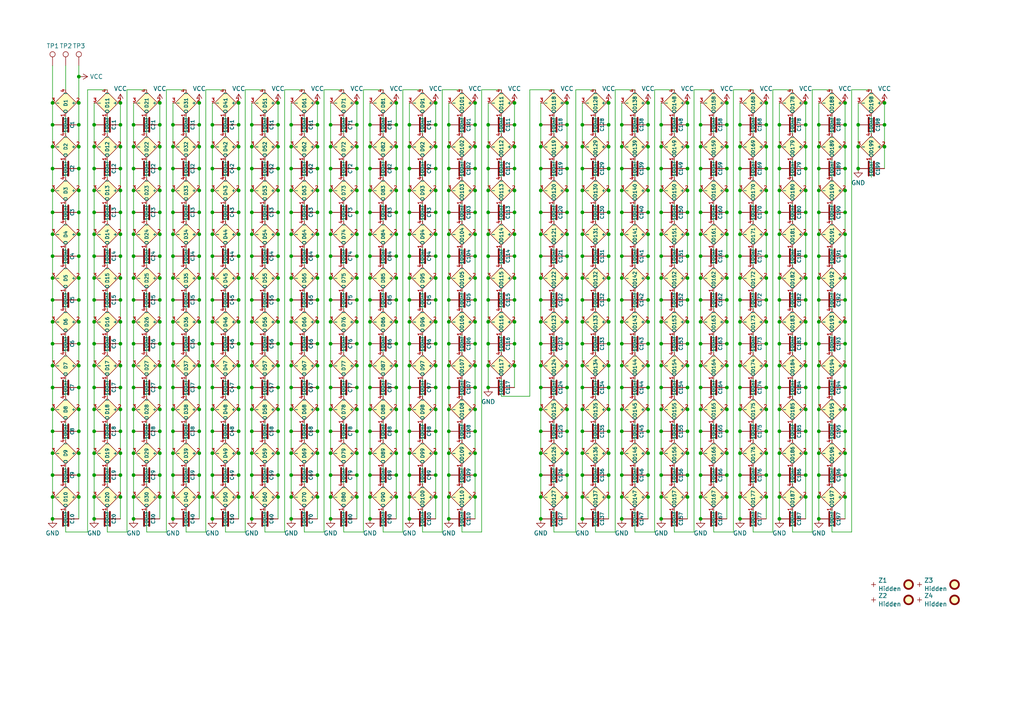
<source format=kicad_sch>
(kicad_sch (version 20231120) (generator "eeschema") (generator_version "8.0")
  (paper "A4")
  (title_block (title "LED ring coaster") (date "${DATE}") (rev "1") (comment 1 "@revk@toot.me.uk") (comment 2 "www.me.uk"))
  (junction (at 103.505 67.945))
  (junction (at 50.165 112.395))
  (junction (at 50.165 55.245))
  (junction (at 168.91 80.645))
  (junction (at 222.25 118.745))
  (junction (at 226.06 42.545))
  (junction (at 84.455 106.045))
  (junction (at 210.82 93.345))
  (junction (at 222.25 137.795))
  (junction (at 114.935 80.645))
  (junction (at 80.645 48.895))
  (junction (at 80.645 137.795))
  (junction (at 187.96 93.345))
  (junction (at 118.745 93.345))
  (junction (at 15.24 29.845))
  (junction (at 203.2 55.245))
  (junction (at 73.025 112.395))
  (junction (at 69.215 86.995))
  (junction (at 57.785 125.095))
  (junction (at 245.11 29.845))
  (junction (at 107.315 144.145))
  (junction (at 222.25 125.095))
  (junction (at 156.845 42.545))
  (junction (at 199.39 99.695))
  (junction (at 168.91 131.445))
  (junction (at 46.355 99.695))
  (junction (at 245.11 67.945))
  (junction (at 130.175 42.545))
  (junction (at 214.63 86.995))
  (junction (at 149.225 29.845))
  (junction (at 176.53 106.045))
  (junction (at 92.075 67.945))
  (junction (at 168.91 112.395))
  (junction (at 248.92 48.895))
  (junction (at 141.605 99.695))
  (junction (at 84.455 55.245))
  (junction (at 103.505 93.345))
  (junction (at 222.25 93.345))
  (junction (at 187.96 144.145))
  (junction (at 57.785 80.645))
  (junction (at 22.86 131.445))
  (junction (at 168.91 48.895))
  (junction (at 22.86 48.895))
  (junction (at 214.63 131.445))
  (junction (at 233.68 93.345))
  (junction (at 176.53 144.145))
  (junction (at 73.025 74.295))
  (junction (at 69.215 112.395))
  (junction (at 84.455 125.095))
  (junction (at 118.745 106.045))
  (junction (at 34.925 61.595))
  (junction (at 214.63 99.695))
  (junction (at 27.305 48.895))
  (junction (at 237.49 67.945))
  (junction (at 203.2 80.645))
  (junction (at 84.455 74.295))
  (junction (at 233.68 42.545))
  (junction (at 34.925 93.345))
  (junction (at 222.25 42.545))
  (junction (at 61.595 150.495))
  (junction (at 22.86 118.745))
  (junction (at 114.935 144.145))
  (junction (at 210.82 74.295))
  (junction (at 176.53 93.345))
  (junction (at 61.595 36.195))
  (junction (at 237.49 36.195))
  (junction (at 118.745 112.395))
  (junction (at 22.86 67.945))
  (junction (at 57.785 137.795))
  (junction (at 130.175 150.495))
  (junction (at 156.845 99.695))
  (junction (at 203.2 150.495))
  (junction (at 107.315 48.895))
  (junction (at 222.25 48.895))
  (junction (at 237.49 55.245))
  (junction (at 141.605 67.945))
  (junction (at 164.465 29.845))
  (junction (at 137.795 61.595))
  (junction (at 69.215 99.695))
  (junction (at 233.68 99.695))
  (junction (at 233.68 29.845))
  (junction (at 137.795 55.245))
  (junction (at 149.225 48.895))
  (junction (at 203.2 42.545))
  (junction (at 210.82 106.045))
  (junction (at 50.165 80.645))
  (junction (at 103.505 99.695))
  (junction (at 27.305 36.195))
  (junction (at 214.63 137.795))
  (junction (at 50.165 106.045))
  (junction (at 92.075 55.245))
  (junction (at 15.24 125.095))
  (junction (at 107.315 80.645))
  (junction (at 80.645 67.945))
  (junction (at 226.06 99.695))
  (junction (at 222.25 112.395))
  (junction (at 118.745 150.495))
  (junction (at 80.645 29.845))
  (junction (at 15.24 42.545))
  (junction (at 27.305 93.345))
  (junction (at 61.595 61.595))
  (junction (at 156.845 86.995))
  (junction (at 57.785 93.345))
  (junction (at 80.645 131.445))
  (junction (at 61.595 118.745))
  (junction (at 27.305 67.945))
  (junction (at 126.365 67.945))
  (junction (at 126.365 29.845))
  (junction (at 137.795 112.395))
  (junction (at 95.885 80.645))
  (junction (at 137.795 144.145))
  (junction (at 114.935 86.995))
  (junction (at 214.63 106.045))
  (junction (at 38.735 80.645))
  (junction (at 203.2 144.145))
  (junction (at 92.075 42.545))
  (junction (at 22.86 112.395))
  (junction (at 126.365 118.745))
  (junction (at 15.24 99.695))
  (junction (at 57.785 144.145))
  (junction (at 203.2 99.695))
  (junction (at 226.06 131.445))
  (junction (at 187.96 131.445))
  (junction (at 34.925 99.695))
  (junction (at 176.53 125.095))
  (junction (at 237.49 61.595))
  (junction (at 248.92 36.195))
  (junction (at 103.505 125.095))
  (junction (at 15.24 137.795))
  (junction (at 222.25 36.195))
  (junction (at 210.82 67.945))
  (junction (at 141.605 74.295))
  (junction (at 203.2 131.445))
  (junction (at 118.745 118.745))
  (junction (at 176.53 48.895))
  (junction (at 69.215 125.095))
  (junction (at 69.215 93.345))
  (junction (at 57.785 74.295))
  (junction (at 38.735 48.895))
  (junction (at 180.34 99.695))
  (junction (at 57.785 67.945))
  (junction (at 61.595 131.445))
  (junction (at 222.25 144.145))
  (junction (at 245.11 80.645))
  (junction (at 27.305 80.645))
  (junction (at 245.11 48.895))
  (junction (at 107.315 36.195))
  (junction (at 22.86 93.345))
  (junction (at 191.77 118.745))
  (junction (at 187.96 67.945))
  (junction (at 245.11 112.395))
  (junction (at 164.465 118.745))
  (junction (at 245.11 125.095))
  (junction (at 103.505 29.845))
  (junction (at 222.25 67.945))
  (junction (at 137.795 36.195))
  (junction (at 34.925 36.195))
  (junction (at 237.49 118.745))
  (junction (at 203.2 61.595))
  (junction (at 22.86 137.795))
  (junction (at 103.505 106.045))
  (junction (at 80.645 42.545))
  (junction (at 95.885 118.745))
  (junction (at 57.785 29.845))
  (junction (at 210.82 112.395))
  (junction (at 203.2 125.095))
  (junction (at 168.91 118.745))
  (junction (at 118.745 137.795))
  (junction (at 164.465 80.645))
  (junction (at 57.785 61.595))
  (junction (at 149.225 36.195))
  (junction (at 245.11 118.745))
  (junction (at 92.075 131.445))
  (junction (at 46.355 144.145))
  (junction (at 34.925 29.845))
  (junction (at 164.465 137.795))
  (junction (at 107.315 74.295))
  (junction (at 22.86 80.645))
  (junction (at 164.465 86.995))
  (junction (at 92.075 99.695))
  (junction (at 156.845 93.345))
  (junction (at 92.075 137.795))
  (junction (at 164.465 131.445))
  (junction (at 233.68 36.195))
  (junction (at 73.025 48.895))
  (junction (at 164.465 125.095))
  (junction (at 191.77 86.995))
  (junction (at 199.39 29.845))
  (junction (at 210.82 125.095))
  (junction (at 103.505 144.145))
  (junction (at 84.455 36.195))
  (junction (at 164.465 55.245))
  (junction (at 34.925 55.245))
  (junction (at 118.745 61.595))
  (junction (at 222.25 106.045))
  (junction (at 80.645 125.095))
  (junction (at 50.165 137.795))
  (junction (at 226.06 93.345))
  (junction (at 245.11 42.545))
  (junction (at 57.785 55.245))
  (junction (at 168.91 93.345))
  (junction (at 57.785 36.195))
  (junction (at 80.645 61.595))
  (junction (at 187.96 125.095))
  (junction (at 107.315 99.695))
  (junction (at 168.91 36.195))
  (junction (at 191.77 99.695))
  (junction (at 114.935 99.695))
  (junction (at 50.165 86.995))
  (junction (at 38.735 137.795))
  (junction (at 187.96 118.745))
  (junction (at 34.925 118.745))
  (junction (at 210.82 36.195))
  (junction (at 226.06 80.645))
  (junction (at 149.225 80.645))
  (junction (at 126.365 48.895))
  (junction (at 141.605 80.645))
  (junction (at 73.025 93.345))
  (junction (at 118.745 125.095))
  (junction (at 164.465 61.595))
  (junction (at 141.605 55.245))
  (junction (at 50.165 125.095))
  (junction (at 137.795 74.295))
  (junction (at 176.53 42.545))
  (junction (at 191.77 144.145))
  (junction (at 130.175 144.145))
  (junction (at 38.735 93.345))
  (junction (at 84.455 93.345))
  (junction (at 203.2 118.745))
  (junction (at 73.025 67.945))
  (junction (at 69.215 61.595))
  (junction (at 61.595 99.695))
  (junction (at 156.845 106.045))
  (junction (at 203.2 112.395))
  (junction (at 233.68 131.445))
  (junction (at 46.355 61.595))
  (junction (at 130.175 112.395))
  (junction (at 92.075 29.845))
  (junction (at 137.795 80.645))
  (junction (at 114.935 55.245))
  (junction (at 46.355 125.095))
  (junction (at 46.355 48.895))
  (junction (at 191.77 131.445))
  (junction (at 237.49 86.995))
  (junction (at 80.645 112.395))
  (junction (at 149.225 93.345))
  (junction (at 84.455 118.745))
  (junction (at 214.63 55.245))
  (junction (at 130.175 67.945))
  (junction (at 191.77 125.095))
  (junction (at 114.935 61.595))
  (junction (at 114.935 42.545))
  (junction (at 168.91 86.995))
  (junction (at 187.96 61.595))
  (junction (at 61.595 67.945))
  (junction (at 149.225 106.045))
  (junction (at 141.605 36.195))
  (junction (at 199.39 118.745))
  (junction (at 103.505 48.895))
  (junction (at 50.165 144.145))
  (junction (at 73.025 80.645))
  (junction (at 92.075 61.595))
  (junction (at 34.925 125.095))
  (junction (at 126.365 55.245))
  (junction (at 50.165 93.345))
  (junction (at 73.025 137.795))
  (junction (at 233.68 86.995))
  (junction (at 34.925 112.395))
  (junction (at 180.34 150.495))
  (junction (at 73.025 55.245))
  (junction (at 203.2 67.945))
  (junction (at 107.315 131.445))
  (junction (at 15.24 55.245))
  (junction (at 176.53 36.195))
  (junction (at 233.68 67.945))
  (junction (at 176.53 61.595))
  (junction (at 156.845 125.095))
  (junction (at 50.165 150.495))
  (junction (at 180.34 125.095))
  (junction (at 61.595 55.245))
  (junction (at 80.645 118.745))
  (junction (at 46.355 55.245))
  (junction (at 199.39 125.095))
  (junction (at 149.225 42.545))
  (junction (at 22.86 86.995))
  (junction (at 118.745 36.195))
  (junction (at 233.68 125.095))
  (junction (at 176.53 99.695))
  (junction (at 130.175 80.645))
  (junction (at 187.96 42.545))
  (junction (at 180.34 86.995))
  (junction (at 15.24 74.295))
  (junction (at 38.735 144.145))
  (junction (at 214.63 125.095))
  (junction (at 233.68 61.595))
  (junction (at 191.77 150.495))
  (junction (at 256.54 29.845))
  (junction (at 69.215 106.045))
  (junction (at 176.53 29.845))
  (junction (at 73.025 42.545))
  (junction (at 69.215 80.645))
  (junction (at 103.505 112.395))
  (junction (at 107.315 55.245))
  (junction (at 61.595 42.545))
  (junction (at 226.06 55.245))
  (junction (at 84.455 42.545))
  (junction (at 141.605 93.345))
  (junction (at 118.745 86.995))
  (junction (at 126.365 144.145))
  (junction (at 187.96 55.245))
  (junction (at 69.215 144.145))
  (junction (at 80.645 74.295))
  (junction (at 80.645 99.695))
  (junction (at 210.82 86.995))
  (junction (at 130.175 118.745))
  (junction (at 57.785 48.895))
  (junction (at 61.595 106.045))
  (junction (at 137.795 99.695))
  (junction (at 22.86 29.845))
  (junction (at 141.605 86.995))
  (junction (at 245.11 106.045))
  (junction (at 46.355 106.045))
  (junction (at 226.06 36.195))
  (junction (at 38.735 99.695))
  (junction (at 199.39 86.995))
  (junction (at 103.505 86.995))
  (junction (at 22.86 74.295))
  (junction (at 73.025 125.095))
  (junction (at 46.355 137.795))
  (junction (at 187.96 86.995))
  (junction (at 199.39 112.395))
  (junction (at 141.605 42.545))
  (junction (at 137.795 48.895))
  (junction (at 34.925 137.795))
  (junction (at 27.305 86.995))
  (junction (at 126.365 106.045))
  (junction (at 114.935 118.745))
  (junction (at 50.165 118.745))
  (junction (at 118.745 131.445))
  (junction (at 237.49 74.295))
  (junction (at 95.885 106.045))
  (junction (at 199.39 36.195))
  (junction (at 84.455 150.495))
  (junction (at 130.175 48.895))
  (junction (at 187.96 29.845))
  (junction (at 137.795 137.795))
  (junction (at 57.785 118.745))
  (junction (at 103.505 131.445))
  (junction (at 15.24 144.145))
  (junction (at 38.735 42.545))
  (junction (at 180.34 106.045))
  (junction (at 73.025 86.995))
  (junction (at 50.165 48.895))
  (junction (at 141.605 106.045))
  (junction (at 107.315 125.095))
  (junction (at 176.53 112.395))
  (junction (at 27.305 112.395))
  (junction (at 199.39 131.445))
  (junction (at 137.795 93.345))
  (junction (at 103.505 137.795))
  (junction (at 61.595 74.295))
  (junction (at 176.53 74.295))
  (junction (at 180.34 118.745))
  (junction (at 233.68 74.295))
  (junction (at 137.795 67.945))
  (junction (at 107.315 118.745))
  (junction (at 191.77 36.195))
  (junction (at 245.11 86.995))
  (junction (at 34.925 67.945))
  (junction (at 226.06 48.895))
  (junction (at 114.935 93.345))
  (junction (at 84.455 144.145))
  (junction (at 256.54 42.545))
  (junction (at 118.745 48.895))
  (junction (at 164.465 144.145))
  (junction (at 233.68 106.045))
  (junction (at 226.06 125.095))
  (junction (at 130.175 125.095))
  (junction (at 95.885 36.195))
  (junction (at 95.885 86.995))
  (junction (at 61.595 137.795))
  (junction (at 126.365 61.595))
  (junction (at 118.745 144.145))
  (junction (at 180.34 131.445))
  (junction (at 38.735 106.045))
  (junction (at 118.745 67.945))
  (junction (at 164.465 93.345))
  (junction (at 69.215 118.745))
  (junction (at 156.845 150.495))
  (junction (at 176.53 86.995))
  (junction (at 15.24 67.945))
  (junction (at 130.175 99.695))
  (junction (at 187.96 36.195))
  (junction (at 34.925 42.545))
  (junction (at 210.82 29.845))
  (junction (at 73.025 61.595))
  (junction (at 38.735 86.995))
  (junction (at 245.11 137.795))
  (junction (at 237.49 42.545))
  (junction (at 233.68 144.145))
  (junction (at 245.11 55.245))
  (junction (at 168.91 125.095))
  (junction (at 237.49 80.645))
  (junction (at 84.455 48.895))
  (junction (at 95.885 48.895))
  (junction (at 61.595 93.345))
  (junction (at 92.075 118.745))
  (junction (at 80.645 106.045))
  (junction (at 180.34 67.945))
  (junction (at 22.86 42.545))
  (junction (at 187.96 48.895))
  (junction (at 203.2 93.345))
  (junction (at 118.745 99.695))
  (junction (at 114.935 36.195))
  (junction (at 27.305 42.545))
  (junction (at 50.165 36.195))
  (junction (at 130.175 61.595))
  (junction (at 141.605 61.595))
  (junction (at 164.465 99.695))
  (junction (at 95.885 150.495))
  (junction (at 38.735 36.195))
  (junction (at 156.845 36.195))
  (junction (at 69.215 48.895))
  (junction (at 50.165 61.595))
  (junction (at 191.77 61.595))
  (junction (at 107.315 93.345))
  (junction (at 156.845 80.645))
  (junction (at 126.365 86.995))
  (junction (at 156.845 74.295))
  (junction (at 84.455 99.695))
  (junction (at 92.075 144.145))
  (junction (at 180.34 80.645))
  (junction (at 199.39 106.045))
  (junction (at 176.53 67.945))
  (junction (at 69.215 67.945))
  (junction (at 34.925 106.045))
  (junction (at 222.25 55.245))
  (junction (at 210.82 131.445))
  (junction (at 214.63 112.395))
  (junction (at 103.505 74.295))
  (junction (at 191.77 93.345))
  (junction (at 137.795 118.745))
  (junction (at 95.885 42.545))
  (junction (at 15.24 61.595))
  (junction (at 92.075 36.195))
  (junction (at 130.175 86.995))
  (junction (at 180.34 48.895))
  (junction (at 233.68 112.395))
  (junction (at 237.49 112.395))
  (junction (at 130.175 36.195))
  (junction (at 80.645 144.145))
  (junction (at 176.53 137.795))
  (junction (at 164.465 74.295))
  (junction (at 27.305 118.745))
  (junction (at 46.355 29.845))
  (junction (at 27.305 150.495))
  (junction (at 187.96 112.395))
  (junction (at 15.24 106.045))
  (junction (at 22.86 22.225))
  (junction (at 22.86 106.045))
  (junction (at 168.91 42.545))
  (junction (at 103.505 80.645))
  (junction (at 210.82 137.795))
  (junction (at 34.925 144.145))
  (junction (at 50.165 42.545))
  (junction (at 156.845 137.795))
  (junction (at 69.215 131.445))
  (junction (at 34.925 48.895))
  (junction (at 103.505 61.595))
  (junction (at 233.68 118.745))
  (junction (at 27.305 106.045))
  (junction (at 126.365 137.795))
  (junction (at 164.465 67.945))
  (junction (at 38.735 67.945))
  (junction (at 34.925 131.445))
  (junction (at 199.39 137.795))
  (junction (at 126.365 36.195))
  (junction (at 126.365 112.395))
  (junction (at 168.91 106.045))
  (junction (at 27.305 137.795))
  (junction (at 84.455 86.995))
  (junction (at 233.68 137.795))
  (junction (at 203.2 48.895))
  (junction (at 69.215 55.245))
  (junction (at 141.605 48.895))
  (junction (at 191.77 137.795))
  (junction (at 237.49 106.045))
  (junction (at 156.845 112.395))
  (junction (at 214.63 80.645))
  (junction (at 50.165 67.945))
  (junction (at 137.795 106.045))
  (junction (at 256.54 36.195))
  (junction (at 46.355 36.195))
  (junction (at 22.86 125.095))
  (junction (at 126.365 93.345))
  (junction (at 80.645 36.195))
  (junction (at 187.96 99.695))
  (junction (at 126.365 131.445))
  (junction (at 199.39 144.145))
  (junction (at 149.225 86.995))
  (junction (at 92.075 106.045))
  (junction (at 210.82 118.745))
  (junction (at 84.455 137.795))
  (junction (at 130.175 106.045))
  (junction (at 95.885 55.245))
  (junction (at 46.355 112.395))
  (junction (at 103.505 42.545))
  (junction (at 107.315 42.545))
  (junction (at 34.925 80.645))
  (junction (at 237.49 99.695))
  (junction (at 107.315 137.795))
  (junction (at 114.935 137.795))
  (junction (at 245.11 36.195))
  (junction (at 187.96 80.645))
  (junction (at 199.39 61.595))
  (junction (at 237.49 144.145))
  (junction (at 199.39 55.245))
  (junction (at 84.455 67.945))
  (junction (at 95.885 99.695))
  (junction (at 80.645 93.345))
  (junction (at 38.735 74.295))
  (junction (at 15.24 48.895))
  (junction (at 156.845 61.595))
  (junction (at 126.365 74.295))
  (junction (at 57.785 131.445))
  (junction (at 237.49 48.895))
  (junction (at 80.645 86.995))
  (junction (at 22.86 61.595))
  (junction (at 180.34 74.295))
  (junction (at 226.06 144.145))
  (junction (at 61.595 86.995))
  (junction (at 214.63 74.295))
  (junction (at 191.77 106.045))
  (junction (at 222.25 80.645))
  (junction (at 191.77 112.395))
  (junction (at 168.91 99.695))
  (junction (at 245.11 99.695))
  (junction (at 46.355 86.995))
  (junction (at 237.49 137.795))
  (junction (at 248.92 42.545))
  (junction (at 46.355 80.645))
  (junction (at 176.53 118.745))
  (junction (at 191.77 67.945))
  (junction (at 73.025 144.145))
  (junction (at 130.175 93.345))
  (junction (at 130.175 55.245))
  (junction (at 203.2 36.195))
  (junction (at 137.795 125.095))
  (junction (at 69.215 74.295))
  (junction (at 80.645 80.645))
  (junction (at 164.465 48.895))
  (junction (at 214.63 48.895))
  (junction (at 92.075 93.345))
  (junction (at 61.595 48.895))
  (junction (at 114.935 125.095))
  (junction (at 126.365 42.545))
  (junction (at 92.075 112.395))
  (junction (at 50.165 99.695))
  (junction (at 38.735 118.745))
  (junction (at 245.11 144.145))
  (junction (at 191.77 74.295))
  (junction (at 46.355 93.345))
  (junction (at 80.645 55.245))
  (junction (at 15.24 36.195))
  (junction (at 164.465 42.545))
  (junction (at 214.63 150.495))
  (junction (at 226.06 61.595))
  (junction (at 214.63 144.145))
  (junction (at 73.025 131.445))
  (junction (at 22.86 144.145))
  (junction (at 95.885 67.945))
  (junction (at 114.935 74.295))
  (junction (at 203.2 86.995))
  (junction (at 114.935 131.445))
  (junction (at 180.34 55.245))
  (junction (at 149.225 67.945))
  (junction (at 61.595 144.145))
  (junction (at 191.77 48.895))
  (junction (at 15.24 86.995))
  (junction (at 237.49 131.445))
  (junction (at 199.39 80.645))
  (junction (at 149.225 61.595))
  (junction (at 118.745 55.245))
  (junction (at 34.925 74.295))
  (junction (at 222.25 74.295))
  (junction (at 222.25 99.695))
  (junction (at 95.885 93.345))
  (junction (at 61.595 80.645))
  (junction (at 149.225 55.245))
  (junction (at 118.745 74.295))
  (junction (at 237.49 125.095))
  (junction (at 180.34 144.145))
  (junction (at 156.845 55.245))
  (junction (at 191.77 55.245))
  (junction (at 57.785 112.395))
  (junction (at 222.25 61.595))
  (junction (at 73.025 106.045))
  (junction (at 114.935 67.945))
  (junction (at 214.63 93.345))
  (junction (at 180.34 137.795))
  (junction (at 245.11 93.345))
  (junction (at 69.215 137.795))
  (junction (at 222.25 86.995))
  (junction (at 73.025 150.495))
  (junction (at 46.355 118.745))
  (junction (at 95.885 125.095))
  (junction (at 50.165 131.445))
  (junction (at 15.24 93.345))
  (junction (at 73.025 118.745))
  (junction (at 199.39 74.295))
  (junction (at 168.91 74.295))
  (junction (at 191.77 80.645))
  (junction (at 149.225 99.695))
  (junction (at 107.315 106.045))
  (junction (at 214.63 36.195))
  (junction (at 168.91 55.245))
  (junction (at 46.355 67.945))
  (junction (at 107.315 86.995))
  (junction (at 107.315 67.945))
  (junction (at 214.63 67.945))
  (junction (at 95.885 137.795))
  (junction (at 126.365 80.645))
  (junction (at 38.735 131.445))
  (junction (at 176.53 131.445))
  (junction (at 61.595 125.095))
  (junction (at 226.06 106.045))
  (junction (at 164.465 106.045))
  (junction (at 226.06 118.745))
  (junction (at 203.2 137.795))
  (junction (at 15.24 112.395))
  (junction (at 95.885 131.445))
  (junction (at 34.925 86.995))
  (junction (at 245.11 131.445))
  (junction (at 38.735 125.095))
  (junction (at 103.505 36.195))
  (junction (at 222.25 29.845))
  (junction (at 168.91 150.495))
  (junction (at 27.305 125.095))
  (junction (at 187.96 137.795))
  (junction (at 156.845 131.445))
  (junction (at 107.315 112.395))
  (junction (at 233.68 48.895))
  (junction (at 15.24 150.495))
  (junction (at 156.845 48.895))
  (junction (at 149.225 74.295))
  (junction (at 180.34 42.545))
  (junction (at 15.24 118.745))
  (junction (at 84.455 131.445))
  (junction (at 199.39 48.895))
  (junction (at 180.34 93.345))
  (junction (at 203.2 106.045))
  (junction (at 126.365 125.095))
  (junction (at 118.745 80.645))
  (junction (at 114.935 48.895))
  (junction (at 226.06 112.395))
  (junction (at 210.82 42.545))
  (junction (at 114.935 112.395))
  (junction (at 199.39 67.945))
  (junction (at 199.39 42.545))
  (junction (at 187.96 106.045))
  (junction (at 168.91 137.795))
  (junction (at 214.63 42.545))
  (junction (at 107.315 61.595))
  (junction (at 245.11 74.295))
  (junction (at 92.075 80.645))
  (junction (at 237.49 150.495))
  (junction (at 156.845 67.945))
  (junction (at 114.935 106.045))
  (junction (at 176.53 55.245))
  (junction (at 137.795 86.995))
  (junction (at 137.795 29.845))
  (junction (at 15.24 80.645))
  (junction (at 38.735 61.595))
  (junction (at 107.315 150.495))
  (junction (at 95.885 61.595))
  (junction (at 180.34 61.595))
  (junction (at 50.165 74.295))
  (junction (at 180.34 112.395))
  (junction (at 92.075 74.295))
  (junction (at 22.86 55.245))
  (junction (at 180.34 36.195))
  (junction (at 103.505 118.745))
  (junction (at 22.86 36.195))
  (junction (at 27.305 61.595))
  (junction (at 233.68 80.645))
  (junction (at 210.82 144.145))
  (junction (at 191.77 42.545))
  (junction (at 103.505 55.245))
  (junction (at 176.53 80.645))
  (junction (at 233.68 55.245))
  (junction (at 226.06 67.945))
  (junction (at 73.025 99.695))
  (junction (at 57.785 42.545))
  (junction (at 69.215 36.195))
  (junction (at 237.49 93.345))
  (junction (at 57.785 106.045))
  (junction (at 168.91 67.945))
  (junction (at 214.63 61.595))
  (junction (at 22.86 99.695))
  (junction (at 46.355 131.445))
  (junction (at 95.885 112.395))
  (junction (at 214.63 118.745))
  (junction (at 168.91 144.145))
  (junction (at 130.175 131.445))
  (junction (at 73.025 36.195))
  (junction (at 156.845 118.745))
  (junction (at 210.82 61.595))
  (junction (at 38.735 112.395))
  (junction (at 27.305 55.245))
  (junction (at 95.885 74.295))
  (junction (at 137.795 42.545))
  (junction (at 27.305 74.295))
  (junction (at 69.215 42.545))
  (junction (at 210.82 55.245))
  (junction (at 38.735 150.495))
  (junction (at 226.06 86.995))
  (junction (at 118.745 42.545))
  (junction (at 226.06 150.495))
  (junction (at 226.06 137.795))
  (junction (at 92.075 125.095))
  (junction (at 92.075 86.995))
  (junction (at 130.175 74.295))
  (junction (at 57.785 99.695))
  (junction (at 57.785 86.995))
  (junction (at 27.305 131.445))
  (junction (at 210.82 80.645))
  (junction (at 69.215 29.845))
  (junction (at 130.175 137.795))
  (junction (at 61.595 112.395))
  (junction (at 222.25 131.445))
  (junction (at 114.935 29.845))
  (junction (at 84.455 61.595))
  (junction (at 210.82 99.695))
  (junction (at 95.885 144.145))
  (junction (at 84.455 80.645))
  (junction (at 126.365 99.695))
  (junction (at 27.305 99.695))
  (junction (at 156.845 144.145))
  (junction (at 203.2 74.295))
  (junction (at 187.96 74.295))
  (junction (at 38.735 55.245))
  (junction (at 92.075 48.895))
  (junction (at 27.305 144.145))
  (junction (at 168.91 61.595))
  (junction (at 46.355 74.295))
  (junction (at 141.605 112.395))
  (junction (at 199.39 93.345))
  (junction (at 226.06 74.295))
  (junction (at 245.11 61.595))
  (junction (at 164.465 36.195))
  (junction (at 46.355 42.545))
  (junction (at 15.24 131.445))
  (junction (at 137.795 131.445))
  (junction (at 164.465 112.395))
  (junction (at 210.82 48.895))
  (junction (at 84.455 112.395))
  (wire (pts (xy 156.845 125.095) (xy 156.845 131.445)))
  (wire (pts (xy 245.11 144.145) (xy 245.11 150.495)))
  (wire (pts (xy 222.25 29.845) (xy 222.25 36.195)))
  (wire (pts (xy 73.025 86.995) (xy 73.025 93.345)))
  (wire (pts (xy 172.72 97.155) (xy 172.72 102.235)))
  (wire (pts (xy 141.605 93.345) (xy 141.605 99.695)))
  (wire (pts (xy 27.305 125.095) (xy 27.305 131.445)))
  (wire (pts (xy 46.355 80.645) (xy 46.355 86.995)))
  (wire (pts (xy 69.215 144.145) (xy 69.215 150.495)))
  (wire (pts (xy 137.795 93.345) (xy 137.795 99.695)))
  (wire (pts (xy 133.985 46.355) (xy 133.985 51.435)))
  (wire (pts (xy 237.49 118.745) (xy 237.49 125.095)))
  (wire (pts (xy 203.2 29.845) (xy 203.2 36.195)))
  (wire (pts (xy 126.365 55.245) (xy 126.365 61.595)))
  (wire (pts (xy 237.49 144.145) (xy 237.49 150.495)))
  (wire (pts (xy 168.91 80.645) (xy 168.91 86.995)))
  (wire (pts (xy 191.77 29.845) (xy 191.77 36.195)))
  (wire (pts (xy 164.465 55.245) (xy 164.465 61.595)))
  (wire (pts (xy 180.34 118.745) (xy 180.34 125.095)))
  (wire (pts (xy 61.595 74.295) (xy 61.595 80.645)))
  (wire (pts (xy 69.215 118.745) (xy 69.215 125.095)))
  (wire (pts (xy 103.505 80.645) (xy 103.505 86.995)))
  (wire (pts (xy 61.595 118.745) (xy 61.595 125.095)))
  (wire (pts (xy 107.315 80.645) (xy 107.315 86.995)))
  (wire (pts (xy 199.39 80.645) (xy 199.39 86.995)))
  (wire (pts (xy 145.415 26.035) (xy 139.7 26.035)))
  (wire (pts (xy 237.49 99.695) (xy 237.49 106.045)))
  (wire (pts (xy 137.795 29.845) (xy 137.795 36.195)))
  (wire (pts (xy 61.595 42.545) (xy 61.595 48.895)))
  (wire (pts (xy 46.355 29.845) (xy 46.355 36.195)))
  (wire (pts (xy 122.555 135.255) (xy 122.555 140.335)))
  (wire (pts (xy 203.2 137.795) (xy 203.2 144.145)))
  (wire (pts (xy 31.115 84.455) (xy 31.115 89.535)))
  (wire (pts (xy 27.305 36.195) (xy 27.305 42.545)))
  (wire (pts (xy 218.44 33.655) (xy 218.44 38.735)))
  (wire (pts (xy 130.175 61.595) (xy 130.175 67.945)))
  (wire (pts (xy 27.305 131.445) (xy 27.305 137.795)))
  (wire (pts (xy 73.025 118.745) (xy 73.025 125.095)))
  (wire (pts (xy 203.2 74.295) (xy 203.2 80.645)))
  (wire (pts (xy 168.91 99.695) (xy 168.91 106.045)))
  (wire (pts (xy 65.405 109.855) (xy 65.405 114.935)))
  (wire (pts (xy 15.24 99.695) (xy 15.24 106.045)))
  (wire (pts (xy 187.96 67.945) (xy 187.96 74.295)))
  (wire (pts (xy 61.595 144.145) (xy 61.595 150.495)))
  (wire (pts (xy 149.225 80.645) (xy 149.225 86.995)))
  (wire (pts (xy 103.505 144.145) (xy 103.505 150.495)))
  (wire (pts (xy 180.34 93.345) (xy 180.34 99.695)))
  (wire (pts (xy 19.05 71.755) (xy 19.05 76.835)))
  (wire (pts (xy 38.735 36.195) (xy 38.735 42.545)))
  (wire (pts (xy 164.465 137.795) (xy 164.465 144.145)))
  (wire (pts (xy 226.06 144.145) (xy 226.06 150.495)))
  (wire (pts (xy 42.545 46.355) (xy 42.545 51.435)))
  (wire (pts (xy 107.315 86.995) (xy 107.315 93.345)))
  (wire (pts (xy 84.455 144.145) (xy 84.455 150.495)))
  (wire (pts (xy 248.92 29.845) (xy 248.92 36.195)))
  (wire (pts (xy 187.96 99.695) (xy 187.96 106.045)))
  (wire (pts (xy 103.505 118.745) (xy 103.505 125.095)))
  (wire (pts (xy 139.7 26.035) (xy 139.7 154.305)))
  (wire (pts (xy 222.25 36.195) (xy 222.25 42.545)))
  (wire (pts (xy 25.4 26.035) (xy 25.4 154.305)))
  (wire (pts (xy 130.175 67.945) (xy 130.175 74.295)))
  (wire (pts (xy 214.63 112.395) (xy 214.63 118.745)))
  (wire (pts (xy 114.935 36.195) (xy 114.935 42.545)))
  (wire (pts (xy 114.935 112.395) (xy 114.935 118.745)))
  (wire (pts (xy 184.15 109.855) (xy 184.15 114.935)))
  (wire (pts (xy 73.025 112.395) (xy 73.025 118.745)))
  (wire (pts (xy 212.725 26.035) (xy 212.725 154.305)))
  (wire (pts (xy 133.985 33.655) (xy 133.985 38.735)))
  (wire (pts (xy 191.77 74.295) (xy 191.77 80.645)))
  (wire (pts (xy 92.075 93.345) (xy 92.075 99.695)))
  (wire (pts (xy 229.87 109.855) (xy 229.87 114.935)))
  (wire (pts (xy 53.975 26.035) (xy 48.26 26.035)))
  (wire (pts (xy 229.87 33.655) (xy 229.87 38.735)))
  (wire (pts (xy 241.3 71.755) (xy 241.3 76.835)))
  (wire (pts (xy 118.745 74.295) (xy 118.745 80.645)))
  (wire (pts (xy 141.605 61.595) (xy 141.605 67.945)))
  (wire (pts (xy 195.58 122.555) (xy 195.58 127.635)))
  (wire (pts (xy 36.83 154.305) (xy 31.115 154.305)))
  (wire (pts (xy 65.405 59.055) (xy 65.405 64.135)))
  (wire (pts (xy 15.24 93.345) (xy 15.24 99.695)))
  (wire (pts (xy 207.01 135.255) (xy 207.01 140.335)))
  (wire (pts (xy 207.01 109.855) (xy 207.01 114.935)))
  (wire (pts (xy 203.2 48.895) (xy 203.2 55.245)))
  (wire (pts (xy 111.125 84.455) (xy 111.125 89.535)))
  (wire (pts (xy 19.05 109.855) (xy 19.05 114.935)))
  (wire (pts (xy 184.15 26.035) (xy 178.435 26.035)))
  (wire (pts (xy 50.165 112.395) (xy 50.165 118.745)))
  (wire (pts (xy 233.68 61.595) (xy 233.68 67.945)))
  (wire (pts (xy 76.835 97.155) (xy 76.835 102.235)))
  (wire (pts (xy 241.3 109.855) (xy 241.3 114.935)))
  (wire (pts (xy 95.885 112.395) (xy 95.885 118.745)))
  (wire (pts (xy 34.925 106.045) (xy 34.925 112.395)))
  (wire (pts (xy 191.77 137.795) (xy 191.77 144.145)))
  (wire (pts (xy 95.885 93.345) (xy 95.885 99.695)))
  (wire (pts (xy 235.585 26.035) (xy 235.585 154.305)))
  (wire (pts (xy 42.545 97.155) (xy 42.545 102.235)))
  (wire (pts (xy 92.075 99.695) (xy 92.075 106.045)))
  (wire (pts (xy 22.86 125.095) (xy 22.86 131.445)))
  (wire (pts (xy 15.24 55.245) (xy 15.24 61.595)))
  (wire (pts (xy 92.075 48.895) (xy 92.075 55.245)))
  (wire (pts (xy 95.885 118.745) (xy 95.885 125.095)))
  (wire (pts (xy 34.925 29.845) (xy 34.925 36.195)))
  (wire (pts (xy 22.86 99.695) (xy 22.86 106.045)))
  (wire (pts (xy 50.165 55.245) (xy 50.165 61.595)))
  (wire (pts (xy 214.63 29.845) (xy 214.63 36.195)))
  (wire (pts (xy 65.405 46.355) (xy 65.405 51.435)))
  (wire (pts (xy 149.225 99.695) (xy 149.225 106.045)))
  (wire (pts (xy 160.655 84.455) (xy 160.655 89.535)))
  (wire (pts (xy 69.215 67.945) (xy 69.215 74.295)))
  (wire (pts (xy 130.175 55.245) (xy 130.175 61.595)))
  (wire (pts (xy 118.745 125.095) (xy 118.745 131.445)))
  (wire (pts (xy 38.735 29.845) (xy 38.735 36.195)))
  (wire (pts (xy 31.115 59.055) (xy 31.115 64.135)))
  (wire (pts (xy 53.975 46.355) (xy 53.975 51.435)))
  (wire (pts (xy 207.01 84.455) (xy 207.01 89.535)))
  (wire (pts (xy 207.01 97.155) (xy 207.01 102.235)))
  (wire (pts (xy 176.53 42.545) (xy 176.53 48.895)))
  (wire (pts (xy 245.11 67.945) (xy 245.11 74.295)))
  (wire (pts (xy 199.39 74.295) (xy 199.39 80.645)))
  (wire (pts (xy 92.075 125.095) (xy 92.075 131.445)))
  (wire (pts (xy 46.355 86.995) (xy 46.355 93.345)))
  (wire (pts (xy 241.3 33.655) (xy 241.3 38.735)))
  (wire (pts (xy 50.165 137.795) (xy 50.165 144.145)))
  (wire (pts (xy 130.175 112.395) (xy 130.175 118.745)))
  (wire (pts (xy 184.15 147.955) (xy 184.15 154.305)))
  (wire (pts (xy 222.25 42.545) (xy 222.25 48.895)))
  (wire (pts (xy 233.68 48.895) (xy 233.68 55.245)))
  (wire (pts (xy 214.63 131.445) (xy 214.63 137.795)))
  (wire (pts (xy 199.39 99.695) (xy 199.39 106.045)))
  (wire (pts (xy 191.77 118.745) (xy 191.77 125.095)))
  (wire (pts (xy 92.075 74.295) (xy 92.075 80.645)))
  (wire (pts (xy 38.735 144.145) (xy 38.735 150.495)))
  (wire (pts (xy 118.745 29.845) (xy 118.745 36.195)))
  (wire (pts (xy 245.11 131.445) (xy 245.11 137.795)))
  (wire (pts (xy 53.975 147.955) (xy 53.975 154.305)))
  (wire (pts (xy 187.96 55.245) (xy 187.96 61.595)))
  (wire (pts (xy 57.785 74.295) (xy 57.785 80.645)))
  (wire (pts (xy 149.225 106.045) (xy 149.225 112.395)))
  (wire (pts (xy 218.44 147.955) (xy 218.44 154.305)))
  (wire (pts (xy 22.86 137.795) (xy 22.86 144.145)))
  (wire (pts (xy 130.175 48.895) (xy 130.175 55.245)))
  (wire (pts (xy 128.27 154.305) (xy 122.555 154.305)))
  (wire (pts (xy 22.86 67.945) (xy 22.86 74.295)))
  (wire (pts (xy 133.985 84.455) (xy 133.985 89.535)))
  (wire (pts (xy 187.96 86.995) (xy 187.96 93.345)))
  (wire (pts (xy 180.34 29.845) (xy 180.34 36.195)))
  (wire (pts (xy 19.05 46.355) (xy 19.05 51.435)))
  (wire (pts (xy 107.315 42.545) (xy 107.315 48.895)))
  (wire (pts (xy 222.25 55.245) (xy 222.25 61.595)))
  (wire (pts (xy 50.165 42.545) (xy 50.165 48.895)))
  (wire (pts (xy 88.265 109.855) (xy 88.265 114.935)))
  (wire (pts (xy 180.34 55.245) (xy 180.34 61.595)))
  (wire (pts (xy 214.63 36.195) (xy 214.63 42.545)))
  (wire (pts (xy 237.49 93.345) (xy 237.49 99.695)))
  (wire (pts (xy 222.25 67.945) (xy 222.25 74.295)))
  (wire (pts (xy 114.935 61.595) (xy 114.935 67.945)))
  (wire (pts (xy 180.34 131.445) (xy 180.34 137.795)))
  (wire (pts (xy 176.53 55.245) (xy 176.53 61.595)))
  (wire (pts (xy 210.82 36.195) (xy 210.82 42.545)))
  (wire (pts (xy 95.885 36.195) (xy 95.885 42.545)))
  (wire (pts (xy 80.645 144.145) (xy 80.645 150.495)))
  (wire (pts (xy 156.845 80.645) (xy 156.845 86.995)))
  (wire (pts (xy 156.845 112.395) (xy 156.845 118.745)))
  (wire (pts (xy 137.795 80.645) (xy 137.795 86.995)))
  (wire (pts (xy 199.39 36.195) (xy 199.39 42.545)))
  (wire (pts (xy 241.3 135.255) (xy 241.3 140.335)))
  (wire (pts (xy 38.735 67.945) (xy 38.735 74.295)))
  (wire (pts (xy 226.06 61.595) (xy 226.06 67.945)))
  (wire (pts (xy 53.975 71.755) (xy 53.975 76.835)))
  (wire (pts (xy 168.91 29.845) (xy 168.91 36.195)))
  (wire (pts (xy 214.63 61.595) (xy 214.63 67.945)))
  (wire (pts (xy 141.605 42.545) (xy 141.605 48.895)))
  (wire (pts (xy 57.785 80.645) (xy 57.785 86.995)))
  (wire (pts (xy 137.795 131.445) (xy 137.795 137.795)))
  (wire (pts (xy 31.115 33.655) (xy 31.115 38.735)))
  (wire (pts (xy 42.545 84.455) (xy 42.545 89.535)))
  (wire (pts (xy 178.435 26.035) (xy 178.435 154.305)))
  (wire (pts (xy 118.745 144.145) (xy 118.745 150.495)))
  (wire (pts (xy 187.96 106.045) (xy 187.96 112.395)))
  (wire (pts (xy 156.845 144.145) (xy 156.845 150.495)))
  (wire (pts (xy 22.86 19.05) (xy 22.86 22.225)))
  (wire (pts (xy 76.835 122.555) (xy 76.835 127.635)))
  (wire (pts (xy 203.2 131.445) (xy 203.2 137.795)))
  (wire (pts (xy 160.655 59.055) (xy 160.655 64.135)))
  (wire (pts (xy 92.075 29.845) (xy 92.075 36.195)))
  (wire (pts (xy 210.82 80.645) (xy 210.82 86.995)))
  (wire (pts (xy 214.63 106.045) (xy 214.63 112.395)))
  (wire (pts (xy 218.44 97.155) (xy 218.44 102.235)))
  (wire (pts (xy 176.53 67.945) (xy 176.53 74.295)))
  (wire (pts (xy 141.605 67.945) (xy 141.605 74.295)))
  (wire (pts (xy 103.505 55.245) (xy 103.505 61.595)))
  (wire (pts (xy 164.465 112.395) (xy 164.465 118.745)))
  (wire (pts (xy 103.505 67.945) (xy 103.505 74.295)))
  (wire (pts (xy 184.15 59.055) (xy 184.15 64.135)))
  (wire (pts (xy 61.595 48.895) (xy 61.595 55.245)))
  (wire (pts (xy 226.06 74.295) (xy 226.06 80.645)))
  (wire (pts (xy 187.96 48.895) (xy 187.96 55.245)))
  (wire (pts (xy 172.72 109.855) (xy 172.72 114.935)))
  (wire (pts (xy 114.935 99.695) (xy 114.935 106.045)))
  (wire (pts (xy 203.2 36.195) (xy 203.2 42.545)))
  (wire (pts (xy 57.785 131.445) (xy 57.785 137.795)))
  (wire (pts (xy 99.695 147.955) (xy 99.695 154.305)))
  (wire (pts (xy 46.355 93.345) (xy 46.355 99.695)))
  (wire (pts (xy 203.2 55.245) (xy 203.2 61.595)))
  (wire (pts (xy 92.075 61.595) (xy 92.075 67.945)))
  (wire (pts (xy 34.925 86.995) (xy 34.925 93.345)))
  (wire (pts (xy 160.655 97.155) (xy 160.655 102.235)))
  (wire (pts (xy 187.96 42.545) (xy 187.96 48.895)))
  (wire (pts (xy 172.72 46.355) (xy 172.72 51.435)))
  (wire (pts (xy 245.11 106.045) (xy 245.11 112.395)))
  (wire (pts (xy 80.645 74.295) (xy 80.645 80.645)))
  (wire (pts (xy 130.175 74.295) (xy 130.175 80.645)))
  (wire (pts (xy 93.98 154.305) (xy 88.265 154.305)))
  (wire (pts (xy 95.885 80.645) (xy 95.885 86.995)))
  (wire (pts (xy 187.96 93.345) (xy 187.96 99.695)))
  (wire (pts (xy 226.06 36.195) (xy 226.06 42.545)))
  (wire (pts (xy 92.075 36.195) (xy 92.075 42.545)))
  (wire (pts (xy 31.115 97.155) (xy 31.115 102.235)))
  (wire (pts (xy 65.405 147.955) (xy 65.405 154.305)))
  (wire (pts (xy 168.91 93.345) (xy 168.91 99.695)))
  (wire (pts (xy 57.785 99.695) (xy 57.785 106.045)))
  (wire (pts (xy 203.2 80.645) (xy 203.2 86.995)))
  (wire (pts (xy 65.405 135.255) (xy 65.405 140.335)))
  (wire (pts (xy 57.785 93.345) (xy 57.785 99.695)))
  (wire (pts (xy 222.25 144.145) (xy 222.25 150.495)))
  (wire (pts (xy 237.49 67.945) (xy 237.49 74.295)))
  (wire (pts (xy 214.63 118.745) (xy 214.63 125.095)))
  (wire (pts (xy 252.73 26.035) (xy 247.015 26.035)))
  (wire (pts (xy 88.265 84.455) (xy 88.265 89.535)))
  (wire (pts (xy 156.845 55.245) (xy 156.845 61.595)))
  (wire (pts (xy 122.555 26.035) (xy 116.84 26.035)))
  (wire (pts (xy 233.68 118.745) (xy 233.68 125.095)))
  (wire (pts (xy 46.355 74.295) (xy 46.355 80.645)))
  (wire (pts (xy 103.505 29.845) (xy 103.505 36.195)))
  (wire (pts (xy 103.505 112.395) (xy 103.505 118.745)))
  (wire (pts (xy 50.165 61.595) (xy 50.165 67.945)))
  (wire (pts (xy 50.165 74.295) (xy 50.165 80.645)))
  (wire (pts (xy 233.68 55.245) (xy 233.68 61.595)))
  (wire (pts (xy 107.315 55.245) (xy 107.315 61.595)))
  (wire (pts (xy 46.355 67.945) (xy 46.355 74.295)))
  (wire (pts (xy 156.845 86.995) (xy 156.845 93.345)))
  (wire (pts (xy 76.835 135.255) (xy 76.835 140.335)))
  (wire (pts (xy 126.365 36.195) (xy 126.365 42.545)))
  (wire (pts (xy 226.06 99.695) (xy 226.06 106.045)))
  (wire (pts (xy 199.39 137.795) (xy 199.39 144.145)))
  (wire (pts (xy 195.58 147.955) (xy 195.58 154.305)))
  (wire (pts (xy 137.795 144.145) (xy 137.795 150.495)))
  (wire (pts (xy 22.86 29.845) (xy 22.86 36.195)))
  (wire (pts (xy 50.165 144.145) (xy 50.165 150.495)))
  (wire (pts (xy 226.06 131.445) (xy 226.06 137.795)))
  (wire (pts (xy 82.55 26.035) (xy 82.55 154.305)))
  (wire (pts (xy 95.885 55.245) (xy 95.885 61.595)))
  (wire (pts (xy 212.725 154.305) (xy 207.01 154.305)))
  (wire (pts (xy 168.91 106.045) (xy 168.91 112.395)))
  (wire (pts (xy 92.075 137.795) (xy 92.075 144.145)))
  (wire (pts (xy 233.68 93.345) (xy 233.68 99.695)))
  (wire (pts (xy 38.735 74.295) (xy 38.735 80.645)))
  (wire (pts (xy 22.86 131.445) (xy 22.86 137.795)))
  (wire (pts (xy 168.91 112.395) (xy 168.91 118.745)))
  (wire (pts (xy 80.645 48.895) (xy 80.645 55.245)))
  (wire (pts (xy 218.44 59.055) (xy 218.44 64.135)))
  (wire (pts (xy 34.925 131.445) (xy 34.925 137.795)))
  (wire (pts (xy 130.175 42.545) (xy 130.175 48.895)))
  (wire (pts (xy 22.86 93.345) (xy 22.86 99.695)))
  (wire (pts (xy 111.125 147.955) (xy 111.125 154.305)))
  (wire (pts (xy 57.785 36.195) (xy 57.785 42.545)))
  (wire (pts (xy 15.24 74.295) (xy 15.24 80.645)))
  (wire (pts (xy 71.12 26.035) (xy 71.12 154.305)))
  (wire (pts (xy 184.15 97.155) (xy 184.15 102.235)))
  (wire (pts (xy 22.86 42.545) (xy 22.86 48.895)))
  (wire (pts (xy 76.835 26.035) (xy 71.12 26.035)))
  (wire (pts (xy 195.58 71.755) (xy 195.58 76.835)))
  (wire (pts (xy 34.925 137.795) (xy 34.925 144.145)))
  (wire (pts (xy 50.165 99.695) (xy 50.165 106.045)))
  (wire (pts (xy 34.925 118.745) (xy 34.925 125.095)))
  (wire (pts (xy 61.595 93.345) (xy 61.595 99.695)))
  (wire (pts (xy 57.785 29.845) (xy 57.785 36.195)))
  (wire (pts (xy 34.925 42.545) (xy 34.925 48.895)))
  (wire (pts (xy 210.82 137.795) (xy 210.82 144.145)))
  (wire (pts (xy 180.34 67.945) (xy 180.34 74.295)))
  (wire (pts (xy 111.125 33.655) (xy 111.125 38.735)))
  (wire (pts (xy 187.96 61.595) (xy 187.96 67.945)))
  (wire (pts (xy 53.975 135.255) (xy 53.975 140.335)))
  (wire (pts (xy 31.115 122.555) (xy 31.115 127.635)))
  (wire (pts (xy 149.225 29.845) (xy 149.225 36.195)))
  (wire (pts (xy 210.82 67.945) (xy 210.82 74.295)))
  (wire (pts (xy 50.165 125.095) (xy 50.165 131.445)))
  (wire (pts (xy 245.11 74.295) (xy 245.11 80.645)))
  (wire (pts (xy 214.63 144.145) (xy 214.63 150.495)))
  (wire (pts (xy 160.655 122.555) (xy 160.655 127.635)))
  (wire (pts (xy 42.545 33.655) (xy 42.545 38.735)))
  (wire (pts (xy 46.355 99.695) (xy 46.355 106.045)))
  (wire (pts (xy 27.305 144.145) (xy 27.305 150.495)))
  (wire (pts (xy 80.645 93.345) (xy 80.645 99.695)))
  (wire (pts (xy 168.91 48.895) (xy 168.91 55.245)))
  (wire (pts (xy 38.735 80.645) (xy 38.735 86.995)))
  (wire (pts (xy 95.885 67.945) (xy 95.885 74.295)))
  (wire (pts (xy 168.91 118.745) (xy 168.91 125.095)))
  (wire (pts (xy 191.77 80.645) (xy 191.77 86.995)))
  (wire (pts (xy 118.745 106.045) (xy 118.745 112.395)))
  (wire (pts (xy 237.49 106.045) (xy 237.49 112.395)))
  (wire (pts (xy 31.115 71.755) (xy 31.115 76.835)))
  (wire (pts (xy 46.355 131.445) (xy 46.355 137.795)))
  (wire (pts (xy 130.175 99.695) (xy 130.175 106.045)))
  (wire (pts (xy 73.025 106.045) (xy 73.025 112.395)))
  (wire (pts (xy 114.935 125.095) (xy 114.935 131.445)))
  (wire (pts (xy 210.82 55.245) (xy 210.82 61.595)))
  (wire (pts (xy 168.91 61.595) (xy 168.91 67.945)))
  (wire (pts (xy 80.645 36.195) (xy 80.645 42.545)))
  (wire (pts (xy 84.455 48.895) (xy 84.455 55.245)))
  (wire (pts (xy 218.44 46.355) (xy 218.44 51.435)))
  (wire (pts (xy 107.315 131.445) (xy 107.315 137.795)))
  (wire (pts (xy 111.125 122.555) (xy 111.125 127.635)))
  (wire (pts (xy 176.53 29.845) (xy 176.53 36.195)))
  (wire (pts (xy 34.925 48.895) (xy 34.925 55.245)))
  (wire (pts (xy 141.605 29.845) (xy 141.605 36.195)))
  (wire (pts (xy 176.53 125.095) (xy 176.53 131.445)))
  (wire (pts (xy 145.415 97.155) (xy 145.415 102.235)))
  (wire (pts (xy 73.025 144.145) (xy 73.025 150.495)))
  (wire (pts (xy 137.795 99.695) (xy 137.795 106.045)))
  (wire (pts (xy 164.465 80.645) (xy 164.465 86.995)))
  (wire (pts (xy 118.745 99.695) (xy 118.745 106.045)))
  (wire (pts (xy 128.27 26.035) (xy 128.27 154.305)))
  (wire (pts (xy 22.86 118.745) (xy 22.86 125.095)))
  (wire (pts (xy 15.24 125.095) (xy 15.24 131.445)))
  (wire (pts (xy 93.98 26.035) (xy 93.98 154.305)))
  (wire (pts (xy 25.4 154.305) (xy 19.05 154.305)))
  (wire (pts (xy 176.53 74.295) (xy 176.53 80.645)))
  (wire (pts (xy 84.455 55.245) (xy 84.455 61.595)))
  (wire (pts (xy 187.96 74.295) (xy 187.96 80.645)))
  (wire (pts (xy 122.555 59.055) (xy 122.555 64.135)))
  (wire (pts (xy 65.405 26.035) (xy 59.69 26.035)))
  (wire (pts (xy 88.265 135.255) (xy 88.265 140.335)))
  (wire (pts (xy 233.68 29.845) (xy 233.68 36.195)))
  (wire (pts (xy 107.315 144.145) (xy 107.315 150.495)))
  (wire (pts (xy 210.82 48.895) (xy 210.82 55.245)))
  (wire (pts (xy 95.885 99.695) (xy 95.885 106.045)))
  (wire (pts (xy 99.695 135.255) (xy 99.695 140.335)))
  (wire (pts (xy 57.785 48.895) (xy 57.785 55.245)))
  (wire (pts (xy 180.34 99.695) (xy 180.34 106.045)))
  (wire (pts (xy 241.3 46.355) (xy 241.3 51.435)))
  (wire (pts (xy 126.365 29.845) (xy 126.365 36.195)))
  (wire (pts (xy 222.25 125.095) (xy 222.25 131.445)))
  (wire (pts (xy 38.735 42.545) (xy 38.735 48.895)))
  (wire (pts (xy 126.365 74.295) (xy 126.365 80.645)))
  (wire (pts (xy 126.365 99.695) (xy 126.365 106.045)))
  (wire (pts (xy 226.06 42.545) (xy 226.06 48.895)))
  (wire (pts (xy 126.365 80.645) (xy 126.365 86.995)))
  (wire (pts (xy 69.215 125.095) (xy 69.215 131.445)))
  (wire (pts (xy 191.77 112.395) (xy 191.77 118.745)))
  (wire (pts (xy 214.63 80.645) (xy 214.63 86.995)))
  (wire (pts (xy 61.595 125.095) (xy 61.595 131.445)))
  (wire (pts (xy 141.605 99.695) (xy 141.605 106.045)))
  (wire (pts (xy 184.15 33.655) (xy 184.15 38.735)))
  (wire (pts (xy 172.72 122.555) (xy 172.72 127.635)))
  (wire (pts (xy 15.24 131.445) (xy 15.24 137.795)))
  (wire (pts (xy 57.785 55.245) (xy 57.785 61.595)))
  (wire (pts (xy 168.91 144.145) (xy 168.91 150.495)))
  (wire (pts (xy 34.925 112.395) (xy 34.925 118.745)))
  (wire (pts (xy 69.215 137.795) (xy 69.215 144.145)))
  (wire (pts (xy 133.985 26.035) (xy 128.27 26.035)))
  (wire (pts (xy 245.11 112.395) (xy 245.11 118.745)))
  (wire (pts (xy 76.835 71.755) (xy 76.835 76.835)))
  (wire (pts (xy 237.49 125.095) (xy 237.49 131.445)))
  (wire (pts (xy 76.835 59.055) (xy 76.835 64.135)))
  (wire (pts (xy 145.415 33.655) (xy 145.415 38.735)))
  (wire (pts (xy 107.315 112.395) (xy 107.315 118.745)))
  (wire (pts (xy 133.985 122.555) (xy 133.985 127.635)))
  (wire (pts (xy 38.735 125.095) (xy 38.735 131.445)))
  (wire (pts (xy 73.025 61.595) (xy 73.025 67.945)))
  (wire (pts (xy 233.68 36.195) (xy 233.68 42.545)))
  (wire (pts (xy 105.41 26.035) (xy 105.41 154.305)))
  (wire (pts (xy 214.63 48.895) (xy 214.63 55.245)))
  (wire (pts (xy 141.605 48.895) (xy 141.605 55.245)))
  (wire (pts (xy 164.465 74.295) (xy 164.465 80.645)))
  (wire (pts (xy 57.785 112.395) (xy 57.785 118.745)))
  (wire (pts (xy 195.58 97.155) (xy 195.58 102.235)))
  (wire (pts (xy 69.215 80.645) (xy 69.215 86.995)))
  (wire (pts (xy 114.935 131.445) (xy 114.935 137.795)))
  (wire (pts (xy 226.06 106.045) (xy 226.06 112.395)))
  (wire (pts (xy 224.155 26.035) (xy 224.155 154.305)))
  (wire (pts (xy 164.465 125.095) (xy 164.465 131.445)))
  (wire (pts (xy 203.2 93.345) (xy 203.2 99.695)))
  (wire (pts (xy 73.025 55.245) (xy 73.025 61.595)))
  (wire (pts (xy 61.595 99.695) (xy 61.595 106.045)))
  (wire (pts (xy 149.225 48.895) (xy 149.225 55.245)))
  (wire (pts (xy 187.96 137.795) (xy 187.96 144.145)))
  (wire (pts (xy 207.01 26.035) (xy 201.295 26.035)))
  (wire (pts (xy 38.735 55.245) (xy 38.735 61.595)))
  (wire (pts (xy 34.925 67.945) (xy 34.925 74.295)))
  (wire (pts (xy 15.24 67.945) (xy 15.24 74.295)))
  (wire (pts (xy 149.225 42.545) (xy 149.225 48.895)))
  (wire (pts (xy 218.44 26.035) (xy 212.725 26.035)))
  (wire (pts (xy 22.86 48.895) (xy 22.86 55.245)))
  (wire (pts (xy 95.885 106.045) (xy 95.885 112.395)))
  (wire (pts (xy 137.795 36.195) (xy 137.795 42.545)))
  (wire (pts (xy 114.935 55.245) (xy 114.935 61.595)))
  (wire (pts (xy 199.39 131.445) (xy 199.39 137.795)))
  (wire (pts (xy 180.34 48.895) (xy 180.34 55.245)))
  (wire (pts (xy 42.545 26.035) (xy 36.83 26.035)))
  (wire (pts (xy 92.075 106.045) (xy 92.075 112.395)))
  (wire (pts (xy 61.595 61.595) (xy 61.595 67.945)))
  (wire (pts (xy 203.2 118.745) (xy 203.2 125.095)))
  (wire (pts (xy 245.11 61.595) (xy 245.11 67.945)))
  (wire (pts (xy 133.985 71.755) (xy 133.985 76.835)))
  (wire (pts (xy 164.465 131.445) (xy 164.465 137.795)))
  (wire (pts (xy 160.655 135.255) (xy 160.655 140.335)))
  (wire (pts (xy 99.695 122.555) (xy 99.695 127.635)))
  (wire (pts (xy 237.49 55.245) (xy 237.49 61.595)))
  (wire (pts (xy 203.2 61.595) (xy 203.2 67.945)))
  (wire (pts (xy 76.835 33.655) (xy 76.835 38.735)))
  (wire (pts (xy 226.06 137.795) (xy 226.06 144.145)))
  (wire (pts (xy 145.415 59.055) (xy 145.415 64.135)))
  (wire (pts (xy 167.005 154.305) (xy 160.655 154.305)))
  (wire (pts (xy 111.125 109.855) (xy 111.125 114.935)))
  (wire (pts (xy 38.735 131.445) (xy 38.735 137.795)))
  (wire (pts (xy 19.05 97.155) (xy 19.05 102.235)))
  (wire (pts (xy 107.315 118.745) (xy 107.315 125.095)))
  (wire (pts (xy 172.72 154.305) (xy 172.72 147.955)))
  (wire (pts (xy 130.175 137.795) (xy 130.175 144.145)))
  (wire (pts (xy 137.795 137.795) (xy 137.795 144.145)))
  (wire (pts (xy 184.15 135.255) (xy 184.15 140.335)))
  (wire (pts (xy 111.125 71.755) (xy 111.125 76.835)))
  (wire (pts (xy 218.44 109.855) (xy 218.44 114.935)))
  (wire (pts (xy 224.155 154.305) (xy 218.44 154.305)))
  (wire (pts (xy 237.49 131.445) (xy 237.49 137.795)))
  (wire (pts (xy 164.465 93.345) (xy 164.465 99.695)))
  (wire (pts (xy 107.315 106.045) (xy 107.315 112.395)))
  (wire (pts (xy 27.305 29.845) (xy 27.305 36.195)))
  (wire (pts (xy 88.265 33.655) (xy 88.265 38.735)))
  (wire (pts (xy 199.39 112.395) (xy 199.39 118.745)))
  (wire (pts (xy 38.735 86.995) (xy 38.735 93.345)))
  (wire (pts (xy 92.075 112.395) (xy 92.075 118.745)))
  (wire (pts (xy 176.53 93.345) (xy 176.53 99.695)))
  (wire (pts (xy 160.655 71.755) (xy 160.655 76.835)))
  (wire (pts (xy 84.455 125.095) (xy 84.455 131.445)))
  (wire (pts (xy 141.605 36.195) (xy 141.605 42.545)))
  (wire (pts (xy 237.49 112.395) (xy 237.49 118.745)))
  (wire (pts (xy 133.985 59.055) (xy 133.985 64.135)))
  (wire (pts (xy 114.935 118.745) (xy 114.935 125.095)))
  (wire (pts (xy 65.405 84.455) (xy 65.405 89.535)))
  (wire (pts (xy 38.735 61.595) (xy 38.735 67.945)))
  (wire (pts (xy 27.305 86.995) (xy 27.305 93.345)))
  (wire (pts (xy 103.505 74.295) (xy 103.505 80.645)))
  (wire (pts (xy 80.645 112.395) (xy 80.645 118.745)))
  (wire (pts (xy 22.86 106.045) (xy 22.86 112.395)))
  (wire (pts (xy 245.11 137.795) (xy 245.11 144.145)))
  (wire (pts (xy 99.695 46.355) (xy 99.695 51.435)))
  (wire (pts (xy 245.11 55.245) (xy 245.11 61.595)))
  (wire (pts (xy 118.745 93.345) (xy 118.745 99.695)))
  (wire (pts (xy 107.315 29.845) (xy 107.315 36.195)))
  (wire (pts (xy 82.55 154.305) (xy 76.835 154.305)))
  (wire (pts (xy 95.885 74.295) (xy 95.885 80.645)))
  (wire (pts (xy 222.25 61.595) (xy 222.25 67.945)))
  (wire (pts (xy 226.06 80.645) (xy 226.06 86.995)))
  (wire (pts (xy 222.25 48.895) (xy 222.25 55.245)))
  (wire (pts (xy 222.25 99.695) (xy 222.25 106.045)))
  (wire (pts (xy 111.125 135.255) (xy 111.125 140.335)))
  (wire (pts (xy 156.845 99.695) (xy 156.845 106.045)))
  (wire (pts (xy 15.24 42.545) (xy 15.24 48.895)))
  (wire (pts (xy 27.305 42.545) (xy 27.305 48.895)))
  (wire (pts (xy 141.605 55.245) (xy 141.605 61.595)))
  (wire (pts (xy 84.455 118.745) (xy 84.455 125.095)))
  (wire (pts (xy 247.015 154.305) (xy 241.3 154.305)))
  (wire (pts (xy 59.69 154.305) (xy 53.975 154.305)))
  (wire (pts (xy 199.39 48.895) (xy 199.39 55.245)))
  (wire (pts (xy 61.595 137.795) (xy 61.595 144.145)))
  (wire (pts (xy 214.63 137.795) (xy 214.63 144.145)))
  (wire (pts (xy 80.645 61.595) (xy 80.645 67.945)))
  (wire (pts (xy 153.67 26.035) (xy 153.67 114.935)))
  (wire (pts (xy 88.265 97.155) (xy 88.265 102.235)))
  (wire (pts (xy 27.305 112.395) (xy 27.305 118.745)))
  (wire (pts (xy 114.935 93.345) (xy 114.935 99.695)))
  (wire (pts (xy 210.82 86.995) (xy 210.82 93.345)))
  (wire (pts (xy 207.01 33.655) (xy 207.01 38.735)))
  (wire (pts (xy 141.605 106.045) (xy 141.605 112.395)))
  (wire (pts (xy 88.265 122.555) (xy 88.265 127.635)))
  (wire (pts (xy 248.92 36.195) (xy 248.92 42.545)))
  (wire (pts (xy 149.225 93.345) (xy 149.225 99.695)))
  (wire (pts (xy 84.455 29.845) (xy 84.455 36.195)))
  (wire (pts (xy 126.365 137.795) (xy 126.365 144.145)))
  (wire (pts (xy 130.175 118.745) (xy 130.175 125.095)))
  (wire (pts (xy 149.225 67.945) (xy 149.225 74.295)))
  (wire (pts (xy 172.72 71.755) (xy 172.72 76.835)))
  (wire (pts (xy 46.355 61.595) (xy 46.355 67.945)))
  (wire (pts (xy 180.34 36.195) (xy 180.34 42.545)))
  (wire (pts (xy 210.82 42.545) (xy 210.82 48.895)))
  (wire (pts (xy 214.63 125.095) (xy 214.63 131.445)))
  (wire (pts (xy 19.05 59.055) (xy 19.05 64.135)))
  (wire (pts (xy 103.505 48.895) (xy 103.505 55.245)))
  (wire (pts (xy 176.53 118.745) (xy 176.53 125.095)))
  (wire (pts (xy 69.215 42.545) (xy 69.215 48.895)))
  (wire (pts (xy 141.605 86.995) (xy 141.605 93.345)))
  (wire (pts (xy 145.415 71.755) (xy 145.415 76.835)))
  (wire (pts (xy 191.77 131.445) (xy 191.77 137.795)))
  (wire (pts (xy 191.77 61.595) (xy 191.77 67.945)))
  (wire (pts (xy 50.165 106.045) (xy 50.165 112.395)))
  (wire (pts (xy 34.925 74.295) (xy 34.925 80.645)))
  (wire (pts (xy 180.34 61.595) (xy 180.34 67.945)))
  (wire (pts (xy 149.225 61.595) (xy 149.225 67.945)))
  (wire (pts (xy 61.595 106.045) (xy 61.595 112.395)))
  (wire (pts (xy 46.355 144.145) (xy 46.355 150.495)))
  (wire (pts (xy 92.075 42.545) (xy 92.075 48.895)))
  (wire (pts (xy 203.2 99.695) (xy 203.2 106.045)))
  (wire (pts (xy 80.645 99.695) (xy 80.645 106.045)))
  (wire (pts (xy 191.77 125.095) (xy 191.77 131.445)))
  (wire (pts (xy 229.87 46.355) (xy 229.87 51.435)))
  (wire (pts (xy 137.795 42.545) (xy 137.795 48.895)))
  (wire (pts (xy 241.3 59.055) (xy 241.3 64.135)))
  (wire (pts (xy 73.025 48.895) (xy 73.025 55.245)))
  (wire (pts (xy 34.925 55.245) (xy 34.925 61.595)))
  (wire (pts (xy 92.075 80.645) (xy 92.075 86.995)))
  (wire (pts (xy 210.82 144.145) (xy 210.82 150.495)))
  (wire (pts (xy 122.555 46.355) (xy 122.555 51.435)))
  (wire (pts (xy 38.735 93.345) (xy 38.735 99.695)))
  (wire (pts (xy 114.935 67.945) (xy 114.935 74.295)))
  (wire (pts (xy 164.465 48.895) (xy 164.465 55.245)))
  (wire (pts (xy 38.735 137.795) (xy 38.735 144.145)))
  (wire (pts (xy 69.215 112.395) (xy 69.215 118.745)))
  (wire (pts (xy 76.835 84.455) (xy 76.835 89.535)))
  (wire (pts (xy 180.34 144.145) (xy 180.34 150.495)))
  (wire (pts (xy 95.885 29.845) (xy 95.885 36.195)))
  (wire (pts (xy 38.735 106.045) (xy 38.735 112.395)))
  (wire (pts (xy 222.25 80.645) (xy 222.25 86.995)))
  (wire (pts (xy 34.925 99.695) (xy 34.925 106.045)))
  (wire (pts (xy 31.115 135.255) (xy 31.115 140.335)))
  (wire (pts (xy 176.53 86.995) (xy 176.53 93.345)))
  (wire (pts (xy 50.165 29.845) (xy 50.165 36.195)))
  (wire (pts (xy 214.63 74.295) (xy 214.63 80.645)))
  (wire (pts (xy 27.305 74.295) (xy 27.305 80.645)))
  (wire (pts (xy 46.355 118.745) (xy 46.355 125.095)))
  (wire (pts (xy 84.455 42.545) (xy 84.455 48.895)))
  (wire (pts (xy 218.44 122.555) (xy 218.44 127.635)))
  (wire (pts (xy 50.165 131.445) (xy 50.165 137.795)))
  (wire (pts (xy 84.455 80.645) (xy 84.455 86.995)))
  (wire (pts (xy 103.505 61.595) (xy 103.505 67.945)))
  (wire (pts (xy 133.985 147.955) (xy 133.985 154.305)))
  (wire (pts (xy 195.58 26.035) (xy 189.865 26.035)))
  (wire (pts (xy 107.315 125.095) (xy 107.315 131.445)))
  (wire (pts (xy 252.73 33.655) (xy 252.73 38.735)))
  (wire (pts (xy 164.465 86.995) (xy 164.465 93.345)))
  (wire (pts (xy 73.025 131.445) (xy 73.025 137.795)))
  (wire (pts (xy 156.845 67.945) (xy 156.845 74.295)))
  (wire (pts (xy 256.54 36.195) (xy 256.54 42.545)))
  (wire (pts (xy 167.005 26.035) (xy 172.72 26.035)))
  (wire (pts (xy 80.645 86.995) (xy 80.645 93.345)))
  (wire (pts (xy 27.305 106.045) (xy 27.305 112.395)))
  (wire (pts (xy 233.68 106.045) (xy 233.68 112.395)))
  (wire (pts (xy 95.885 48.895) (xy 95.885 55.245)))
  (wire (pts (xy 229.87 147.955) (xy 229.87 154.305)))
  (wire (pts (xy 160.655 33.655) (xy 160.655 38.735)))
  (wire (pts (xy 195.58 33.655) (xy 195.58 38.735)))
  (wire (pts (xy 141.605 80.645) (xy 141.605 86.995)))
  (wire (pts (xy 199.39 118.745) (xy 199.39 125.095)))
  (wire (pts (xy 61.595 131.445) (xy 61.595 137.795)))
  (wire (pts (xy 69.215 29.845) (xy 69.215 36.195)))
  (wire (pts (xy 103.505 99.695) (xy 103.505 106.045)))
  (wire (pts (xy 53.975 33.655) (xy 53.975 38.735)))
  (wire (pts (xy 84.455 131.445) (xy 84.455 137.795)))
  (wire (pts (xy 122.555 122.555) (xy 122.555 127.635)))
  (wire (pts (xy 15.24 137.795) (xy 15.24 144.145)))
  (wire (pts (xy 53.975 122.555) (xy 53.975 127.635)))
  (wire (pts (xy 126.365 144.145) (xy 126.365 150.495)))
  (wire (pts (xy 114.935 48.895) (xy 114.935 55.245)))
  (wire (pts (xy 73.025 42.545) (xy 73.025 48.895)))
  (wire (pts (xy 122.555 84.455) (xy 122.555 89.535)))
  (wire (pts (xy 34.925 36.195) (xy 34.925 42.545)))
  (wire (pts (xy 42.545 109.855) (xy 42.545 114.935)))
  (wire (pts (xy 126.365 125.095) (xy 126.365 131.445)))
  (wire (pts (xy 99.695 71.755) (xy 99.695 76.835)))
  (wire (pts (xy 84.455 36.195) (xy 84.455 42.545)))
  (wire (pts (xy 199.39 42.545) (xy 199.39 48.895)))
  (wire (pts (xy 222.25 112.395) (xy 222.25 118.745)))
  (wire (pts (xy 27.305 61.595) (xy 27.305 67.945)))
  (wire (pts (xy 141.605 74.295) (xy 141.605 80.645)))
  (wire (pts (xy 160.655 109.855) (xy 160.655 114.935)))
  (wire (pts (xy 195.58 84.455) (xy 195.58 89.535)))
  (wire (pts (xy 15.24 61.595) (xy 15.24 67.945)))
  (wire (pts (xy 19.05 122.555) (xy 19.05 127.635)))
  (wire (pts (xy 245.11 42.545) (xy 245.11 48.895)))
  (wire (pts (xy 245.11 118.745) (xy 245.11 125.095)))
  (wire (pts (xy 22.86 74.295) (xy 22.86 80.645)))
  (wire (pts (xy 210.82 118.745) (xy 210.82 125.095)))
  (wire (pts (xy 84.455 86.995) (xy 84.455 93.345)))
  (wire (pts (xy 80.645 42.545) (xy 80.645 48.895)))
  (wire (pts (xy 156.845 74.295) (xy 156.845 80.645)))
  (wire (pts (xy 22.86 36.195) (xy 22.86 42.545)))
  (wire (pts (xy 222.25 137.795) (xy 222.25 144.145)))
  (wire (pts (xy 195.58 135.255) (xy 195.58 140.335)))
  (wire (pts (xy 65.405 97.155) (xy 65.405 102.235)))
  (wire (pts (xy 73.025 99.695) (xy 73.025 106.045)))
  (wire (pts (xy 116.84 154.305) (xy 111.125 154.305)))
  (wire (pts (xy 180.34 86.995) (xy 180.34 93.345)))
  (wire (pts (xy 229.87 71.755) (xy 229.87 76.835)))
  (wire (pts (xy 80.645 137.795) (xy 80.645 144.145)))
  (wire (pts (xy 80.645 80.645) (xy 80.645 86.995)))
  (wire (pts (xy 237.49 42.545) (xy 237.49 48.895)))
  (wire (pts (xy 237.49 29.845) (xy 237.49 36.195)))
  (wire (pts (xy 160.655 154.305) (xy 160.655 147.955)))
  (wire (pts (xy 137.795 48.895) (xy 137.795 55.245)))
  (wire (pts (xy 73.025 80.645) (xy 73.025 86.995)))
  (wire (pts (xy 187.96 118.745) (xy 187.96 125.095)))
  (wire (pts (xy 245.11 125.095) (xy 245.11 131.445)))
  (wire (pts (xy 218.44 84.455) (xy 218.44 89.535)))
  (wire (pts (xy 122.555 97.155) (xy 122.555 102.235)))
  (wire (pts (xy 22.86 80.645) (xy 22.86 86.995)))
  (wire (pts (xy 80.645 131.445) (xy 80.645 137.795)))
  (wire (pts (xy 187.96 125.095) (xy 187.96 131.445)))
  (wire (pts (xy 114.935 29.845) (xy 114.935 36.195)))
  (wire (pts (xy 88.265 71.755) (xy 88.265 76.835)))
  (wire (pts (xy 191.77 99.695) (xy 191.77 106.045)))
  (wire (pts (xy 84.455 93.345) (xy 84.455 99.695)))
  (wire (pts (xy 145.415 109.855) (xy 145.415 114.935)))
  (wire (pts (xy 111.125 59.055) (xy 111.125 64.135)))
  (wire (pts (xy 103.505 42.545) (xy 103.505 48.895)))
  (wire (pts (xy 84.455 106.045) (xy 84.455 112.395)))
  (wire (pts (xy 229.87 122.555) (xy 229.87 127.635)))
  (wire (pts (xy 99.695 109.855) (xy 99.695 114.935)))
  (wire (pts (xy 172.72 33.655) (xy 172.72 38.735)))
  (wire (pts (xy 172.72 84.455) (xy 172.72 89.535)))
  (wire (pts (xy 50.165 48.895) (xy 50.165 55.245)))
  (wire (pts (xy 73.025 74.295) (xy 73.025 80.645)))
  (wire (pts (xy 176.53 48.895) (xy 176.53 55.245)))
  (wire (pts (xy 176.53 99.695) (xy 176.53 106.045)))
  (wire (pts (xy 156.845 118.745) (xy 156.845 125.095)))
  (wire (pts (xy 149.225 55.245) (xy 149.225 61.595)))
  (wire (pts (xy 149.225 36.195) (xy 149.225 42.545)))
  (wire (pts (xy 168.91 36.195) (xy 168.91 42.545)))
  (wire (pts (xy 222.25 118.745) (xy 222.25 125.095)))
  (wire (pts (xy 241.3 122.555) (xy 241.3 127.635)))
  (wire (pts (xy 187.96 29.845) (xy 187.96 36.195)))
  (wire (pts (xy 126.365 118.745) (xy 126.365 125.095)))
  (wire (pts (xy 69.215 61.595) (xy 69.215 67.945)))
  (wire (pts (xy 69.215 36.195) (xy 69.215 42.545)))
  (wire (pts (xy 22.86 144.145) (xy 22.86 150.495)))
  (wire (pts (xy 27.305 55.245) (xy 27.305 61.595)))
  (wire (pts (xy 38.735 118.745) (xy 38.735 125.095)))
  (wire (pts (xy 46.355 112.395) (xy 46.355 118.745)))
  (wire (pts (xy 233.68 144.145) (xy 233.68 150.495)))
  (wire (pts (xy 137.795 112.395) (xy 137.795 118.745)))
  (wire (pts (xy 34.925 80.645) (xy 34.925 86.995)))
  (wire (pts (xy 199.39 106.045) (xy 199.39 112.395)))
  (wire (pts (xy 191.77 93.345) (xy 191.77 99.695)))
  (wire (pts (xy 226.06 86.995) (xy 226.06 93.345)))
  (wire (pts (xy 130.175 80.645) (xy 130.175 86.995)))
  (wire (pts (xy 69.215 48.895) (xy 69.215 55.245)))
  (wire (pts (xy 137.795 61.595) (xy 137.795 67.945)))
  (wire (pts (xy 95.885 86.995) (xy 95.885 93.345)))
  (wire (pts (xy 118.745 137.795) (xy 118.745 144.145)))
  (wire (pts (xy 245.11 29.845) (xy 245.11 36.195)))
  (wire (pts (xy 76.835 147.955) (xy 76.835 154.305)))
  (wire (pts (xy 46.355 36.195) (xy 46.355 42.545)))
  (wire (pts (xy 226.06 55.245) (xy 226.06 61.595)))
  (wire (pts (xy 126.365 93.345) (xy 126.365 99.695)))
  (wire (pts (xy 248.92 42.545) (xy 248.92 48.895)))
  (wire (pts (xy 57.785 67.945) (xy 57.785 74.295)))
  (wire (pts (xy 111.125 97.155) (xy 111.125 102.235)))
  (wire (pts (xy 114.935 80.645) (xy 114.935 86.995)))
  (wire (pts (xy 156.845 137.795) (xy 156.845 144.145)))
  (wire (pts (xy 245.11 36.195) (xy 245.11 42.545)))
  (wire (pts (xy 233.68 86.995) (xy 233.68 93.345)))
  (wire (pts (xy 176.53 144.145) (xy 176.53 150.495)))
  (wire (pts (xy 126.365 131.445) (xy 126.365 137.795)))
  (wire (pts (xy 27.305 137.795) (xy 27.305 144.145)))
  (wire (pts (xy 46.355 42.545) (xy 46.355 48.895)))
  (wire (pts (xy 99.695 84.455) (xy 99.695 89.535)))
  (wire (pts (xy 31.115 109.855) (xy 31.115 114.935)))
  (wire (pts (xy 237.49 48.895) (xy 237.49 55.245)))
  (wire (pts (xy 80.645 29.845) (xy 80.645 36.195)))
  (wire (pts (xy 137.795 67.945) (xy 137.795 74.295)))
  (wire (pts (xy 199.39 61.595) (xy 199.39 67.945)))
  (wire (pts (xy 126.365 112.395) (xy 126.365 118.745)))
  (wire (pts (xy 19.05 84.455) (xy 19.05 89.535)))
  (wire (pts (xy 130.175 131.445) (xy 130.175 137.795)))
  (wire (pts (xy 191.77 42.545) (xy 191.77 48.895)))
  (wire (pts (xy 210.82 106.045) (xy 210.82 112.395)))
  (wire (pts (xy 176.53 106.045) (xy 176.53 112.395)))
  (wire (pts (xy 172.72 135.255) (xy 172.72 140.335)))
  (wire (pts (xy 210.82 93.345) (xy 210.82 99.695)))
  (wire (pts (xy 139.7 154.305) (xy 133.985 154.305)))
  (wire (pts (xy 176.53 61.595) (xy 176.53 67.945)))
  (wire (pts (xy 156.845 61.595) (xy 156.845 67.945)))
  (wire (pts (xy 233.68 131.445) (xy 233.68 137.795)))
  (wire (pts (xy 61.595 67.945) (xy 61.595 74.295)))
  (wire (pts (xy 168.91 42.545) (xy 168.91 48.895)))
  (wire (pts (xy 80.645 125.095) (xy 80.645 131.445)))
  (wire (pts (xy 256.54 42.545) (xy 256.54 48.895)))
  (wire (pts (xy 95.885 42.545) (xy 95.885 48.895)))
  (wire (pts (xy 237.49 80.645) (xy 237.49 86.995)))
  (wire (pts (xy 53.975 59.055) (xy 53.975 64.135)))
  (wire (pts (xy 107.315 99.695) (xy 107.315 106.045)))
  (wire (pts (xy 245.11 93.345) (xy 245.11 99.695)))
  (wire (pts (xy 71.12 154.305) (xy 65.405 154.305)))
  (wire (pts (xy 118.745 67.945) (xy 118.745 74.295)))
  (wire (pts (xy 133.985 109.855) (xy 133.985 114.935)))
  (wire (pts (xy 114.935 42.545) (xy 114.935 48.895)))
  (wire (pts (xy 65.405 122.555) (xy 65.405 127.635)))
  (wire (pts (xy 126.365 48.895) (xy 126.365 55.245)))
  (wire (pts (xy 27.305 48.895) (xy 27.305 55.245)))
  (wire (pts (xy 233.68 125.095) (xy 233.68 131.445)))
  (wire (pts (xy 233.68 137.795) (xy 233.68 144.145)))
  (wire (pts (xy 237.49 74.295) (xy 237.49 80.645)))
  (wire (pts (xy 126.365 61.595) (xy 126.365 67.945)))
  (wire (pts (xy 42.545 122.555) (xy 42.545 127.635)))
  (wire (pts (xy 214.63 55.245) (xy 214.63 61.595)))
  (wire (pts (xy 46.355 137.795) (xy 46.355 144.145)))
  (wire (pts (xy 164.465 67.945) (xy 164.465 74.295)))
  (wire (pts (xy 65.405 71.755) (xy 65.405 76.835)))
  (wire (pts (xy 57.785 125.095) (xy 57.785 131.445)))
  (wire (pts (xy 163.195 29.845) (xy 164.465 29.845)))
  (wire (pts (xy 61.595 36.195) (xy 61.595 42.545)))
  (wire (pts (xy 237.49 86.995) (xy 237.49 93.345)))
  (wire (pts (xy 42.545 135.255) (xy 42.545 140.335)))
  (wire (pts (xy 210.82 112.395) (xy 210.82 118.745)))
  (wire (pts (xy 19.05 135.255) (xy 19.05 140.335)))
  (wire (pts (xy 69.215 86.995) (xy 69.215 93.345)))
  (wire (pts (xy 118.745 55.245) (xy 118.745 61.595)))
  (wire (pts (xy 57.785 144.145) (xy 57.785 150.495)))
  (wire (pts (xy 164.465 29.845) (xy 164.465 36.195)))
  (wire (pts (xy 199.39 125.095) (xy 199.39 131.445)))
  (wire (pts (xy 176.53 80.645) (xy 176.53 86.995)))
  (wire (pts (xy 241.3 26.035) (xy 235.585 26.035)))
  (wire (pts (xy 156.845 42.545) (xy 156.845 48.895)))
  (wire (pts (xy 50.165 118.745) (xy 50.165 125.095)))
  (wire (pts (xy 149.225 86.995) (xy 149.225 93.345)))
  (wire (pts (xy 195.58 46.355) (xy 195.58 51.435)))
  (wire (pts (xy 210.82 131.445) (xy 210.82 137.795)))
  (wire (pts (xy 34.925 125.095) (xy 34.925 131.445)))
  (wire (pts (xy 184.15 84.455) (xy 184.15 89.535)))
  (wire (pts (xy 229.87 97.155) (xy 229.87 102.235)))
  (wire (pts (xy 95.885 144.145) (xy 95.885 150.495)))
  (wire (pts (xy 84.455 137.795) (xy 84.455 144.145)))
  (wire (pts (xy 99.695 33.655) (xy 99.695 38.735)))
  (wire (pts (xy 118.745 86.995) (xy 118.745 93.345)))
  (wire (pts (xy 145.415 84.455) (xy 145.415 89.535)))
  (wire (pts (xy 214.63 67.945) (xy 214.63 74.295)))
  (wire (pts (xy 164.465 36.195) (xy 164.465 42.545)))
  (wire (pts (xy 180.34 80.645) (xy 180.34 86.995)))
  (wire (pts (xy 137.795 86.995) (xy 137.795 93.345)))
  (wire (pts (xy 199.39 144.145) (xy 199.39 150.495)))
  (wire (pts (xy 61.595 86.995) (xy 61.595 93.345)))
  (wire (pts (xy 61.595 29.845) (xy 61.595 36.195)))
  (wire (pts (xy 118.745 42.545) (xy 118.745 48.895)))
  (wire (pts (xy 22.86 86.995) (xy 22.86 93.345)))
  (wire (pts (xy 168.91 125.095) (xy 168.91 131.445)))
  (wire (pts (xy 184.15 46.355) (xy 184.15 51.435)))
  (wire (pts (xy 233.68 74.295) (xy 233.68 80.645)))
  (wire (pts (xy 19.05 19.05) (xy 19.05 26.035)))
  (wire (pts (xy 114.935 106.045) (xy 114.935 112.395)))
  (wire (pts (xy 229.87 26.035) (xy 224.155 26.035)))
  (wire (pts (xy 38.735 48.895) (xy 38.735 55.245)))
  (wire (pts (xy 187.96 112.395) (xy 187.96 118.745)))
  (wire (pts (xy 168.91 67.945) (xy 168.91 74.295)))
  (wire (pts (xy 176.53 36.195) (xy 176.53 42.545)))
  (wire (pts (xy 84.455 61.595) (xy 84.455 67.945)))
  (wire (pts (xy 184.15 122.555) (xy 184.15 127.635)))
  (wire (pts (xy 187.96 80.645) (xy 187.96 86.995)))
  (wire (pts (xy 233.68 99.695) (xy 233.68 106.045)))
  (wire (pts (xy 168.91 55.245) (xy 168.91 61.595)))
  (wire (pts (xy 247.015 26.035) (xy 247.015 154.305)))
  (wire (pts (xy 137.795 74.295) (xy 137.795 80.645)))
  (wire (pts (xy 15.24 19.05) (xy 15.24 29.845)))
  (wire (pts (xy 99.695 26.035) (xy 93.98 26.035)))
  (wire (pts (xy 69.215 93.345) (xy 69.215 99.695)))
  (wire (pts (xy 107.315 48.895) (xy 107.315 55.245)))
  (wire (pts (xy 226.06 67.945) (xy 226.06 74.295)))
  (wire (pts (xy 69.215 106.045) (xy 69.215 112.395)))
  (wire (pts (xy 201.295 154.305) (xy 195.58 154.305)))
  (wire (pts (xy 31.115 46.355) (xy 31.115 51.435)))
  (wire (pts (xy 103.505 93.345) (xy 103.505 99.695)))
  (wire (pts (xy 84.455 74.295) (xy 84.455 80.645)))
  (wire (pts (xy 210.82 29.845) (xy 210.82 36.195)))
  (wire (pts (xy 203.2 67.945) (xy 203.2 74.295)))
  (wire (pts (xy 122.555 33.655) (xy 122.555 38.735)))
  (wire (pts (xy 164.465 106.045) (xy 164.465 112.395)))
  (wire (pts (xy 233.68 42.545) (xy 233.68 48.895)))
  (wire (pts (xy 203.2 42.545) (xy 203.2 48.895)))
  (wire (pts (xy 107.315 61.595) (xy 107.315 67.945)))
  (wire (pts (xy 156.845 106.045) (xy 156.845 112.395)))
  (wire (pts (xy 103.505 125.095) (xy 103.505 131.445)))
  (wire (pts (xy 114.935 86.995) (xy 114.935 93.345)))
  (wire (pts (xy 203.2 86.995) (xy 203.2 93.345)))
  (wire (pts (xy 207.01 46.355) (xy 207.01 51.435)))
  (wire (pts (xy 15.24 29.845) (xy 15.24 36.195)))
  (wire (pts (xy 203.2 144.145) (xy 203.2 150.495)))
  (wire (pts (xy 189.865 154.305) (xy 184.15 154.305)))
  (wire (pts (xy 46.355 106.045) (xy 46.355 112.395)))
  (wire (pts (xy 76.835 109.855) (xy 76.835 114.935)))
  (wire (pts (xy 111.125 46.355) (xy 111.125 51.435)))
  (wire (pts (xy 84.455 99.695) (xy 84.455 106.045)))
  (wire (pts (xy 15.24 48.895) (xy 15.24 55.245)))
  (wire (pts (xy 88.265 46.355) (xy 88.265 51.435)))
  (wire (pts (xy 191.77 106.045) (xy 191.77 112.395)))
  (wire (pts (xy 95.885 137.795) (xy 95.885 144.145)))
  (wire (pts (xy 118.745 36.195) (xy 118.745 42.545)))
  (wire (pts (xy 245.11 86.995) (xy 245.11 93.345)))
  (wire (pts (xy 114.935 74.295) (xy 114.935 80.645)))
  (wire (pts (xy 191.77 48.895) (xy 191.77 55.245)))
  (wire (pts (xy 88.265 59.055) (xy 88.265 64.135)))
  (wire (pts (xy 199.39 86.995) (xy 199.39 93.345)))
  (wire (pts (xy 207.01 59.055) (xy 207.01 64.135)))
  (wire (pts (xy 80.645 118.745) (xy 80.645 125.095)))
  (wire (pts (xy 73.025 67.945) (xy 73.025 74.295)))
  (wire (pts (xy 61.595 112.395) (xy 61.595 118.745)))
  (wire (pts (xy 95.885 125.095) (xy 95.885 131.445)))
  (wire (pts (xy 137.795 106.045) (xy 137.795 112.395)))
  (wire (pts (xy 57.785 86.995) (xy 57.785 93.345)))
  (wire (pts (xy 22.86 22.225) (xy 22.86 29.845)))
  (wire (pts (xy 15.24 36.195) (xy 15.24 42.545)))
  (wire (pts (xy 76.835 46.355) (xy 76.835 51.435)))
  (wire (pts (xy 201.295 26.035) (xy 201.295 154.305)))
  (wire (pts (xy 156.845 29.845) (xy 156.845 36.195)))
  (wire (pts (xy 59.69 26.035) (xy 59.69 154.305)))
  (wire (pts (xy 222.25 93.345) (xy 222.25 99.695)))
  (wire (pts (xy 27.305 99.695) (xy 27.305 106.045)))
  (wire (pts (xy 50.165 67.945) (xy 50.165 74.295)))
  (wire (pts (xy 130.175 93.345) (xy 130.175 99.695)))
  (wire (pts (xy 168.91 137.795) (xy 168.91 144.145)))
  (wire (pts (xy 118.745 112.395) (xy 118.745 118.745)))
  (wire (pts (xy 245.11 48.895) (xy 245.11 55.245)))
  (wire (pts (xy 237.49 36.195) (xy 237.49 42.545)))
  (wire (pts (xy 180.34 125.095) (xy 180.34 131.445)))
  (wire (pts (xy 61.595 55.245) (xy 61.595 61.595)))
  (wire (pts (xy 126.365 67.945) (xy 126.365 74.295)))
  (wire (pts (xy 137.795 125.095) (xy 137.795 131.445)))
  (wire (pts (xy 130.175 106.045) (xy 130.175 112.395)))
  (wire (pts (xy 164.465 144.145) (xy 164.465 150.495)))
  (wire (pts (xy 133.985 97.155) (xy 133.985 102.235)))
  (wire (pts (xy 53.975 84.455) (xy 53.975 89.535)))
  (wire (pts (xy 92.075 55.245) (xy 92.075 61.595)))
  (wire (pts (xy 92.075 67.945) (xy 92.075 74.295)))
  (wire (pts (xy 34.925 93.345) (xy 34.925 99.695)))
  (wire (pts (xy 233.68 80.645) (xy 233.68 86.995)))
  (wire (pts (xy 187.96 36.195) (xy 187.96 42.545)))
  (wire (pts (xy 65.405 33.655) (xy 65.405 38.735)))
  (wire (pts (xy 222.25 106.045) (xy 222.25 112.395)))
  (wire (pts (xy 160.655 46.355) (xy 160.655 51.435)))
  (wire (pts (xy 130.175 36.195) (xy 130.175 42.545)))
  (wire (pts (xy 156.845 36.195) (xy 156.845 42.545)))
  (wire (pts (xy 207.01 147.955) (xy 207.01 154.305)))
  (wire (pts (xy 176.53 131.445) (xy 176.53 137.795)))
  (wire (pts (xy 207.01 71.755) (xy 207.01 76.835)))
  (wire (pts (xy 191.77 55.245) (xy 191.77 61.595)))
  (wire (pts (xy 172.72 59.055) (xy 172.72 64.135)))
  (wire (pts (xy 256.54 29.845) (xy 256.54 36.195)))
  (wire (pts (xy 42.545 147.955) (xy 42.545 154.305)))
  (wire (pts (xy 226.06 118.745) (xy 226.06 125.095)))
  (wire (pts (xy 178.435 154.305) (xy 172.72 154.305)))
  (wire (pts (xy 199.39 93.345) (xy 199.39 99.695)))
  (wire (pts (xy 133.985 135.255) (xy 133.985 140.335)))
  (wire (pts (xy 222.25 74.295) (xy 222.25 80.645)))
  (wire (pts (xy 137.795 55.245) (xy 137.795 61.595)))
  (wire (pts (xy 210.82 61.595) (xy 210.82 67.945)))
  (wire (pts (xy 88.265 147.955) (xy 88.265 154.305)))
  (wire (pts (xy 15.24 118.745) (xy 15.24 125.095)))
  (wire (pts (xy 15.24 106.045) (xy 15.24 112.395)))
  (wire (pts (xy 57.785 137.795) (xy 57.785 144.145)))
  (wire (pts (xy 114.935 144.145) (xy 114.935 150.495)))
  (wire (pts (xy 237.49 61.595) (xy 237.49 67.945)))
  (wire (pts (xy 226.06 112.395) (xy 226.06 118.745)))
  (wire (pts (xy 241.3 84.455) (xy 241.3 89.535)))
  (wire (pts (xy 122.555 71.755) (xy 122.555 76.835)))
  (wire (pts (xy 245.11 80.645) (xy 245.11 86.995)))
  (wire (pts (xy 73.025 137.795) (xy 73.025 144.145)))
  (wire (pts (xy 69.215 131.445) (xy 69.215 137.795)))
  (wire (pts (xy 233.68 112.395) (xy 233.68 118.745)))
  (wire (pts (xy 73.025 125.095) (xy 73.025 131.445)))
  (wire (pts (xy 57.785 106.045) (xy 57.785 112.395)))
  (wire (pts (xy 31.115 154.305) (xy 31.115 147.955)))
  (wire (pts (xy 73.025 36.195) (xy 73.025 42.545)))
  (wire (pts (xy 164.465 42.545) (xy 164.465 48.895)))
  (wire (pts (xy 46.355 125.095) (xy 46.355 131.445)))
  (wire (pts (xy 92.075 144.145) (xy 92.075 150.495)))
  (wire (pts (xy 36.83 26.035) (xy 36.83 154.305)))
  (wire (pts (xy 48.26 26.035) (xy 48.26 154.305)))
  (wire (pts (xy 189.865 26.035) (xy 189.865 154.305)))
  (wire (pts (xy 105.41 154.305) (xy 99.695 154.305)))
  (wire (pts (xy 126.365 42.545) (xy 126.365 48.895)))
  (wire (pts (xy 187.96 131.445) (xy 187.96 137.795)))
  (wire (pts (xy 199.39 67.945) (xy 199.39 74.295)))
  (wire (pts (xy 156.845 93.345) (xy 156.845 99.695)))
  (wire (pts (xy 73.025 29.845) (xy 73.025 36.195)))
  (wire (pts (xy 73.025 93.345) (xy 73.025 99.695)))
  (wire (pts (xy 156.845 48.895) (xy 156.845 55.245)))
  (wire (pts (xy 88.265 26.035) (xy 82.55 26.035)))
  (wire (pts (xy 241.3 97.155) (xy 241.3 102.235)))
  (wire (pts (xy 226.06 48.895) (xy 226.06 55.245)))
  (wire (pts (xy 222.25 131.445) (xy 222.25 137.795)))
  (wire (pts (xy 164.465 99.695) (xy 164.465 106.045)))
  (wire (pts (xy 15.24 144.145) (xy 15.24 150.495)))
  (wire (pts (xy 61.595 80.645) (xy 61.595 86.995)))
  (wire (pts (xy 184.15 71.755) (xy 184.15 76.835)))
  (wire (pts (xy 241.3 147.955) (xy 241.3 154.305)))
  (wire (pts (xy 229.87 59.055) (xy 229.87 64.135)))
  (wire (pts (xy 210.82 125.095) (xy 210.82 131.445)))
  (wire (pts (xy 84.455 112.395) (xy 84.455 118.745)))
  (wire (pts (xy 130.175 29.845) (xy 130.175 36.195)))
  (wire (pts (xy 107.315 137.795) (xy 107.315 144.145)))
  (wire (pts (xy 180.34 42.545) (xy 180.34 48.895)))
  (wire (pts (xy 156.845 131.445) (xy 156.845 137.795)))
  (wire (pts (xy 203.2 125.095) (xy 203.2 131.445)))
  (wire (pts (xy 168.91 74.295) (xy 168.91 80.645)))
  (wire (pts (xy 15.24 86.995) (xy 15.24 93.345)))
  (wire (pts (xy 15.24 80.645) (xy 15.24 86.995)))
  (wire (pts (xy 191.77 36.195) (xy 191.77 42.545)))
  (wire (pts (xy 27.305 93.345) (xy 27.305 99.695)))
  (wire (pts (xy 53.975 97.155) (xy 53.975 102.235)))
  (wire (pts (xy 210.82 74.295) (xy 210.82 80.645)))
  (wire (pts (xy 130.175 144.145) (xy 130.175 150.495)))
  (wire (pts (xy 195.58 109.855) (xy 195.58 114.935)))
  (wire (pts (xy 237.49 137.795) (xy 237.49 144.145)))
  (wire (pts (xy 99.695 97.155) (xy 99.695 102.235)))
  (wire (pts (xy 107.315 36.195) (xy 107.315 42.545)))
  (wire (pts (xy 199.39 55.245) (xy 199.39 61.595)))
  (wire (pts (xy 46.355 55.245) (xy 46.355 61.595)))
  (wire (pts (xy 92.075 86.995) (xy 92.075 93.345)))
  (wire (pts (xy 187.96 144.145) (xy 187.96 150.495)))
  (wire (pts (xy 203.2 106.045) (xy 203.2 112.395)))
  (wire (pts (xy 22.86 112.395) (xy 22.86 118.745)))
  (wire (pts (xy 118.745 80.645) (xy 118.745 86.995)))
  (wire (pts (xy 34.925 144.145) (xy 34.925 150.495)))
  (wire (pts (xy 80.645 55.245) (xy 80.645 61.595)))
  (wire (pts (xy 191.77 86.995) (xy 191.77 93.345)))
  (wire (pts (xy 15.24 112.395) (xy 15.24 118.745)))
  (wire (pts (xy 126.365 106.045) (xy 126.365 112.395)))
  (wire (pts (xy 27.305 80.645) (xy 27.305 86.995)))
  (wire (pts (xy 168.91 131.445) (xy 168.91 137.795)))
  (wire (pts (xy 57.785 42.545) (xy 57.785 48.895)))
  (wire (pts (xy 229.87 84.455) (xy 229.87 89.535)))
  (wire (pts (xy 118.745 61.595) (xy 118.745 67.945)))
  (wire (pts (xy 50.165 80.645) (xy 50.165 86.995)))
  (wire (pts (xy 103.505 106.045) (xy 103.505 112.395)))
  (wire (pts (xy 130.175 125.095) (xy 130.175 131.445)))
  (wire (pts (xy 92.075 131.445) (xy 92.075 137.795)))
  (wire (pts (xy 103.505 36.195) (xy 103.505 42.545)))
  (wire (pts (xy 164.465 61.595) (xy 164.465 67.945)))
  (wire (pts (xy 222.25 86.995) (xy 222.25 93.345)))
  (wire (pts (xy 19.05 154.305) (xy 19.05 147.955)))
  (wire (pts (xy 69.215 55.245) (xy 69.215 61.595)))
  (wire (pts (xy 226.06 93.345) (xy 226.06 99.695)))
  (wire (pts (xy 103.505 131.445) (xy 103.505 137.795)))
  (wire (pts (xy 57.785 118.745) (xy 57.785 125.095)))
  (wire (pts (xy 27.305 118.745) (xy 27.305 125.095)))
  (wire (pts (xy 95.885 131.445) (xy 95.885 137.795)))
  (wire (pts (xy 191.77 67.945) (xy 191.77 74.295)))
  (wire (pts (xy 176.53 112.395) (xy 176.53 118.745)))
  (wire (pts (xy 50.165 93.345) (xy 50.165 99.695)))
  (wire (pts (xy 210.82 99.695) (xy 210.82 106.045)))
  (wire (pts (xy 218.44 71.755) (xy 218.44 76.835)))
  (wire (pts (xy 92.075 118.745) (xy 92.075 125.095)))
  (wire (pts (xy 38.735 99.695) (xy 38.735 106.045)))
  (wire (pts (xy 160.655 26.035) (xy 153.67 26.035)))
  (wire (pts (xy 214.63 99.695) (xy 214.63 106.045)))
  (wire (pts (xy 149.225 74.295) (xy 149.225 80.645)))
  (wire (pts (xy 226.06 125.095) (xy 226.06 131.445)))
  (wire (pts (xy 107.315 93.345) (xy 107.315 99.695)))
  (wire (pts (xy 214.63 42.545) (xy 214.63 48.895)))
  (wire (pts (xy 191.77 144.145) (xy 191.77 150.495)))
  (wire (pts (xy 229.87 135.255) (xy 229.87 140.335)))
  (wire (pts (xy 25.4 26.035) (xy 31.115 26.035)))
  (wire (pts (xy 22.86 55.245) (xy 22.86 61.595)))
  (wire (pts (xy 167.005 26.035) (xy 167.005 154.305)))
  (wire (pts (xy 226.06 29.845) (xy 226.06 36.195)))
  (wire (pts (xy 118.745 131.445) (xy 118.745 137.795)))
  (wire (pts (xy 80.645 67.945) (xy 80.645 74.295)))
  (wire (pts (xy 137.795 118.745) (xy 137.795 125.095)))
  (wire (pts (xy 111.125 26.035) (xy 105.41 26.035)))
  (wire (pts (xy 38.735 112.395) (xy 38.735 118.745)))
  (wire (pts (xy 107.315 67.945) (xy 107.315 74.295)))
  (wire (pts (xy 48.26 154.305) (xy 42.545 154.305)))
  (wire (pts (xy 116.84 26.035) (xy 116.84 154.305)))
  (wire (pts (xy 103.505 137.795) (xy 103.505 144.145)))
  (wire (pts (xy 69.215 99.695) (xy 69.215 106.045)))
  (wire (pts (xy 19.05 33.655) (xy 19.05 38.735)))
  (wire (pts (xy 180.34 106.045) (xy 180.34 112.395)))
  (wire (pts (xy 103.505 86.995) (xy 103.505 93.345)))
  (wire (pts (xy 130.175 86.995) (xy 130.175 93.345)))
  (wire (pts (xy 218.44 135.255) (xy 218.44 140.335)))
  (wire (pts (xy 122.555 147.955) (xy 122.555 154.305)))
  (wire (pts (xy 176.53 137.795) (xy 176.53 144.145)))
  (wire (pts (xy 164.465 118.745) (xy 164.465 125.095)))
  (wire (pts (xy 214.63 86.995) (xy 214.63 93.345)))
  (wire (pts (xy 203.2 112.395) (xy 203.2 118.745)))
  (wire (pts (xy 180.34 74.295) (xy 180.34 80.645)))
  (wire (pts (xy 118.745 48.895) (xy 118.745 55.245)))
  (wire (pts (xy 180.34 137.795) (xy 180.34 144.145)))
  (wire (pts (xy 34.925 61.595) (xy 34.925 67.945)))
  (wire (pts (xy 233.68 67.945) (xy 233.68 74.295)))
  (wire (pts (xy 99.695 59.055) (xy 99.695 64.135)))
  (wire (pts (xy 118.745 118.745) (xy 118.745 125.095)))
  (wire (pts (xy 168.91 86.995) (xy 168.91 93.345)))
  (wire (pts (xy 153.67 114.935) (xy 145.415 114.935)))
  (wire (pts (xy 42.545 59.055) (xy 42.545 64.135)))
  (wire (pts (xy 84.455 67.945) (xy 84.455 74.295)))
  (wire (pts (xy 69.215 74.295) (xy 69.215 80.645)))
  (wire (pts (xy 126.365 86.995) (xy 126.365 93.345)))
  (wire (pts (xy 27.305 67.945) (xy 27.305 74.295)))
  (wire (pts (xy 235.585 154.305) (xy 229.87 154.305)))
  (wire (pts (xy 107.315 74.295) (xy 107.315 80.645)))
  (wire (pts (xy 53.975 109.855) (xy 53.975 114.935)))
  (wire (pts (xy 22.86 61.595) (xy 22.86 67.945)))
  (wire (pts (xy 145.415 46.355) (xy 145.415 51.435)))
  (wire (pts (xy 252.73 46.355) (xy 252.73 51.435)))
  (wire (pts (xy 57.785 61.595) (xy 57.785 67.945)))
  (wire (pts (xy 114.935 137.795) (xy 114.935 144.145)))
  (wire (pts (xy 180.34 112.395) (xy 180.34 118.745)))
  (wire (pts (xy 42.545 71.755) (xy 42.545 76.835)))
  (wire (pts (xy 50.165 86.995) (xy 50.165 93.345)))
  (wire (pts (xy 199.39 29.845) (xy 199.39 36.195)))
  (wire (pts (xy 245.11 99.695) (xy 245.11 106.045)))
  (wire (pts (xy 214.63 93.345) (xy 214.63 99.695)))
  (wire (pts (xy 122.555 109.855) (xy 122.555 114.935)))
  (wire (pts (xy 195.58 59.055) (xy 195.58 64.135)))
  (wire (pts (xy 207.01 122.555) (xy 207.01 127.635)))
  (wire (pts (xy 46.355 48.895) (xy 46.355 55.245)))
  (wire (pts (xy 80.645 106.045) (xy 80.645 112.395)))
  (wire (pts (xy 95.885 61.595) (xy 95.885 67.945)))
  (wire (pts (xy 50.165 36.195) (xy 50.165 42.545)))
  (symbol (lib_id "RevK:WS2812B-1mm") (at 76.835 42.545 90) (mirror x) (unit 1)
    (property "Reference" "D52" (at 76.835 42.545 0) (effects (font (size 1 1))))
    (property "Value" "XL-1010RGBC-WS2812B" (effects (hide yes)))
    (property "Footprint" "RevK:SMD1010" (effects (hide yes)))
    (property "Datasheet" "https://datasheet.lcsc.com/lcsc/2301111010_XINGLIGHT-XL-1010RGBC-WS2812B_C5349953.pdf" (effects (hide yes)))
    (property "LCSC Part #" "C5349953" (effects (hide yes)))
  )
  (symbol (lib_id "RevK:WS2812B-1mm") (at 99.695 93.345 90) (mirror x) (unit 1)
    (property "Reference" "D76" (at 99.695 93.345 0) (effects (font (size 1 1))))
    (property "Value" "XL-1010RGBC-WS2812B" (effects (hide yes)))
    (property "Footprint" "RevK:SMD1010" (effects (hide yes)))
    (property "Datasheet" "https://datasheet.lcsc.com/lcsc/2301111010_XINGLIGHT-XL-1010RGBC-WS2812B_C5349953.pdf" (effects (hide yes)))
    (property "LCSC Part #" "C5349953" (effects (hide yes)))
  )
  (symbol (lib_id "RevK:WS2812B-1mm") (at 218.44 106.045 90) (mirror x) (unit 1)
    (property "Reference" "D174" (at 218.44 106.045 0) (effects (font (size 1 1))))
    (property "Value" "XL-1010RGBC-WS2812B" (effects (hide yes)))
    (property "Footprint" "RevK:SMD1010" (effects (hide yes)))
    (property "Datasheet" "https://datasheet.lcsc.com/lcsc/2301111010_XINGLIGHT-XL-1010RGBC-WS2812B_C5349953.pdf" (effects (hide yes)))
    (property "LCSC Part #" "C5349953" (effects (hide yes)))
  )
  (symbol (lib_id "RevK:WS2812B-1mm") (at 88.265 118.745 90) (mirror x) (unit 1)
    (property "Reference" "D68" (at 88.265 118.745 0) (effects (font (size 1 1))))
    (property "Value" "XL-1010RGBC-WS2812B" (effects (hide yes)))
    (property "Footprint" "RevK:SMD1010" (effects (hide yes)))
    (property "Datasheet" "https://datasheet.lcsc.com/lcsc/2301111010_XINGLIGHT-XL-1010RGBC-WS2812B_C5349953.pdf" (effects (hide yes)))
    (property "LCSC Part #" "C5349953" (effects (hide yes)))
  )
  (symbol (lib_id "RevK:WS2812B-1mm") (at 241.3 106.045 90) (mirror x) (unit 1)
    (property "Reference" "D194" (at 241.3 106.045 0) (effects (font (size 1 1))))
    (property "Value" "XL-1010RGBC-WS2812B" (effects (hide yes)))
    (property "Footprint" "RevK:SMD1010" (effects (hide yes)))
    (property "Datasheet" "https://datasheet.lcsc.com/lcsc/2301111010_XINGLIGHT-XL-1010RGBC-WS2812B_C5349953.pdf" (effects (hide yes)))
    (property "LCSC Part #" "C5349953" (effects (hide yes)))
  )
  (symbol (lib_id "RevK:WS2812B-1mm") (at 88.265 55.245 90) (mirror x) (unit 1)
    (property "Reference" "D63" (at 88.265 55.245 0) (effects (font (size 1 1))))
    (property "Value" "XL-1010RGBC-WS2812B" (effects (hide yes)))
    (property "Footprint" "RevK:SMD1010" (effects (hide yes)))
    (property "Datasheet" "https://datasheet.lcsc.com/lcsc/2301111010_XINGLIGHT-XL-1010RGBC-WS2812B_C5349953.pdf" (effects (hide yes)))
    (property "LCSC Part #" "C5349953" (effects (hide yes)))
  )
  (symbol (lib_id "Device:C") (at 65.405 86.995 270) (mirror x) (unit 1)
    (property "Reference" "C45" (at 67.31 86.995 0) (effects (font (size 1 1))))
    (property "Value" "100nF" (at 65.405 86.995 0) (effects (font (size 1 1))))
    (property "Footprint" "RevK:C_0402" (effects (hide yes)))
  )
  (symbol (lib_id "RevK:WS2812B-1mm") (at 42.545 106.045 90) (mirror x) (unit 1)
    (property "Reference" "D27" (at 42.545 106.045 0) (effects (font (size 1 1))))
    (property "Value" "XL-1010RGBC-WS2812B" (effects (hide yes)))
    (property "Footprint" "RevK:SMD1010" (effects (hide yes)))
    (property "Datasheet" "https://datasheet.lcsc.com/lcsc/2301111010_XINGLIGHT-XL-1010RGBC-WS2812B_C5349953.pdf" (effects (hide yes)))
    (property "LCSC Part #" "C5349953" (effects (hide yes)))
  )
  (symbol (lib_id "Device:C") (at 42.545 61.595 270) (mirror x) (unit 1)
    (property "Reference" "C23" (at 44.45 61.595 0) (effects (font (size 1 1))))
    (property "Value" "100nF" (at 42.545 61.595 0) (effects (font (size 1 1))))
    (property "Footprint" "RevK:C_0402" (effects (hide yes)))
  )
  (symbol (lib_id "Device:C") (at 42.545 48.895 270) (mirror x) (unit 1)
    (property "Reference" "C22" (at 44.45 48.895 0) (effects (font (size 1 1))))
    (property "Value" "100nF" (at 42.545 48.895 0) (effects (font (size 1 1))))
    (property "Footprint" "RevK:C_0402" (effects (hide yes)))
  )
  (symbol (lib_id "RevK:WS2812B-1mm") (at 19.05 118.745 90) (mirror x) (unit 1)
    (property "Reference" "D8" (at 19.05 118.745 0) (effects (font (size 1 1))))
    (property "Value" "XL-1010RGBC-WS2812B" (effects (hide yes)))
    (property "Footprint" "RevK:SMD1010" (effects (hide yes)))
    (property "Datasheet" "https://datasheet.lcsc.com/lcsc/2301111010_XINGLIGHT-XL-1010RGBC-WS2812B_C5349953.pdf" (effects (hide yes)))
    (property "LCSC Part #" "C5349953" (effects (hide yes)))
  )
  (symbol (lib_id "Device:C") (at 184.15 150.495 270) (mirror x) (unit 1)
    (property "Reference" "C147" (at 186.055 150.495 0) (effects (font (size 1 1))))
    (property "Value" "100nF" (at 184.15 150.495 0) (effects (font (size 1 1))))
    (property "Footprint" "RevK:C_0402" (effects (hide yes)))
  )
  (symbol (lib_id "power:GND") (at 84.455 150.495 0) (unit 1)
    (property "Reference" "#PWR013" (effects (hide yes)))
    (property "Value" "GND" (at 84.455 154.6281 0))
  )
  (symbol (lib_id "Device:C") (at 122.555 48.895 270) (mirror x) (unit 1)
    (property "Reference" "C92" (at 124.46 48.895 0) (effects (font (size 1 1))))
    (property "Value" "100nF" (at 122.555 48.895 0) (effects (font (size 1 1))))
    (property "Footprint" "RevK:C_0402" (effects (hide yes)))
  )
  (symbol (lib_id "Device:C") (at 160.655 99.695 270) (mirror x) (unit 1)
    (property "Reference" "C123" (at 162.56 99.695 0) (effects (font (size 1 1))))
    (property "Value" "100nF" (at 160.655 99.695 0) (effects (font (size 1 1))))
    (property "Footprint" "RevK:C_0402" (effects (hide yes)))
  )
  (symbol (lib_id "RevK:WS2812B-1mm") (at 195.58 42.545 90) (mirror x) (unit 1)
    (property "Reference" "D149" (at 195.58 42.545 0) (effects (font (size 1 1))))
    (property "Value" "XL-1010RGBC-WS2812B" (effects (hide yes)))
    (property "Footprint" "RevK:SMD1010" (effects (hide yes)))
    (property "Datasheet" "https://datasheet.lcsc.com/lcsc/2301111010_XINGLIGHT-XL-1010RGBC-WS2812B_C5349953.pdf" (effects (hide yes)))
    (property "LCSC Part #" "C5349953" (effects (hide yes)))
  )
  (symbol (lib_id "RevK:WS2812B-1mm") (at 172.72 144.145 90) (mirror x) (unit 1)
    (property "Reference" "D137" (at 172.72 144.145 0) (effects (font (size 1 1))))
    (property "Value" "XL-1010RGBC-WS2812B" (effects (hide yes)))
    (property "Footprint" "RevK:SMD1010" (effects (hide yes)))
    (property "Datasheet" "https://datasheet.lcsc.com/lcsc/2301111010_XINGLIGHT-XL-1010RGBC-WS2812B_C5349953.pdf" (effects (hide yes)))
    (property "LCSC Part #" "C5349953" (effects (hide yes)))
  )
  (symbol (lib_id "RevK:WS2812B-1mm") (at 31.115 80.645 90) (mirror x) (unit 1)
    (property "Reference" "D15" (at 31.115 80.645 0) (effects (font (size 1 1))))
    (property "Value" "XL-1010RGBC-WS2812B" (effects (hide yes)))
    (property "Footprint" "RevK:SMD1010" (effects (hide yes)))
    (property "Datasheet" "https://datasheet.lcsc.com/lcsc/2301111010_XINGLIGHT-XL-1010RGBC-WS2812B_C5349953.pdf" (effects (hide yes)))
    (property "LCSC Part #" "C5349953" (effects (hide yes)))
  )
  (symbol (lib_id "RevK:WS2812B-1mm") (at 241.3 67.945 90) (mirror x) (unit 1)
    (property "Reference" "D191" (at 241.3 67.945 0) (effects (font (size 1 1))))
    (property "Value" "XL-1010RGBC-WS2812B" (effects (hide yes)))
    (property "Footprint" "RevK:SMD1010" (effects (hide yes)))
    (property "Datasheet" "https://datasheet.lcsc.com/lcsc/2301111010_XINGLIGHT-XL-1010RGBC-WS2812B_C5349953.pdf" (effects (hide yes)))
    (property "LCSC Part #" "C5349953" (effects (hide yes)))
  )
  (symbol (lib_id "Device:C") (at 76.835 125.095 270) (mirror x) (unit 1)
    (property "Reference" "C58" (at 78.74 125.095 0) (effects (font (size 1 1))))
    (property "Value" "100nF" (at 76.835 125.095 0) (effects (font (size 1 1))))
    (property "Footprint" "RevK:C_0402" (effects (hide yes)))
  )
  (symbol (lib_id "RevK:WS2812B-1mm") (at 207.01 80.645 90) (mirror x) (unit 1)
    (property "Reference" "D162" (at 207.01 80.645 0) (effects (font (size 1 1))))
    (property "Value" "XL-1010RGBC-WS2812B" (effects (hide yes)))
    (property "Footprint" "RevK:SMD1010" (effects (hide yes)))
    (property "Datasheet" "https://datasheet.lcsc.com/lcsc/2301111010_XINGLIGHT-XL-1010RGBC-WS2812B_C5349953.pdf" (effects (hide yes)))
    (property "LCSC Part #" "C5349953" (effects (hide yes)))
  )
  (symbol (lib_id "Device:C") (at 88.265 36.195 270) (mirror x) (unit 1)
    (property "Reference" "C61" (at 90.17 36.195 0) (effects (font (size 1 1))))
    (property "Value" "100nF" (at 88.265 36.195 0) (effects (font (size 1 1))))
    (property "Footprint" "RevK:C_0402" (effects (hide yes)))
  )
  (symbol (lib_id "Device:C") (at 122.555 137.795 270) (mirror x) (unit 1)
    (property "Reference" "C99" (at 124.46 137.795 0) (effects (font (size 1 1))))
    (property "Value" "100nF" (at 122.555 137.795 0) (effects (font (size 1 1))))
    (property "Footprint" "RevK:C_0402" (effects (hide yes)))
  )
  (symbol (lib_id "Device:C") (at 229.87 150.495 270) (mirror x) (unit 1)
    (property "Reference" "C187" (at 231.775 150.495 0) (effects (font (size 1 1))))
    (property "Value" "100nF" (at 229.87 150.495 0) (effects (font (size 1 1))))
    (property "Footprint" "RevK:C_0402" (effects (hide yes)))
  )
  (symbol (lib_id "RevK:WS2812B-1mm") (at 76.835 144.145 90) (mirror x) (unit 1)
    (property "Reference" "D60" (at 76.835 144.145 0) (effects (font (size 1 1))))
    (property "Value" "XL-1010RGBC-WS2812B" (effects (hide yes)))
    (property "Footprint" "RevK:SMD1010" (effects (hide yes)))
    (property "Datasheet" "https://datasheet.lcsc.com/lcsc/2301111010_XINGLIGHT-XL-1010RGBC-WS2812B_C5349953.pdf" (effects (hide yes)))
    (property "LCSC Part #" "C5349953" (effects (hide yes)))
  )
  (symbol (lib_id "Device:C") (at 218.44 150.495 270) (mirror x) (unit 1)
    (property "Reference" "C177" (at 220.345 150.495 0) (effects (font (size 1 1))))
    (property "Value" "100nF" (at 218.44 150.495 0) (effects (font (size 1 1))))
    (property "Footprint" "RevK:C_0402" (effects (hide yes)))
  )
  (symbol (lib_id "power:GND") (at 237.49 150.495 0) (unit 1)
    (property "Reference" "#PWR039" (effects (hide yes)))
    (property "Value" "GND" (at 237.49 154.6281 0))
  )
  (symbol (lib_id "RevK:WS2812B-1mm") (at 65.405 106.045 90) (mirror x) (unit 1)
    (property "Reference" "D47" (at 65.405 106.045 0) (effects (font (size 1 1))))
    (property "Value" "XL-1010RGBC-WS2812B" (effects (hide yes)))
    (property "Footprint" "RevK:SMD1010" (effects (hide yes)))
    (property "Datasheet" "https://datasheet.lcsc.com/lcsc/2301111010_XINGLIGHT-XL-1010RGBC-WS2812B_C5349953.pdf" (effects (hide yes)))
    (property "LCSC Part #" "C5349953" (effects (hide yes)))
  )
  (symbol (lib_id "Device:C") (at 19.05 61.595 270) (mirror x) (unit 1)
    (property "Reference" "C3" (at 20.955 61.595 0) (effects (font (size 1 1))))
    (property "Value" "100nF" (at 19.05 61.595 0) (effects (font (size 1 1))))
    (property "Footprint" "RevK:C_0402" (effects (hide yes)))
  )
  (symbol (lib_id "RevK:WS2812B-1mm") (at 184.15 93.345 90) (mirror x) (unit 1)
    (property "Reference" "D143" (at 184.15 93.345 0) (effects (font (size 1 1))))
    (property "Value" "XL-1010RGBC-WS2812B" (effects (hide yes)))
    (property "Footprint" "RevK:SMD1010" (effects (hide yes)))
    (property "Datasheet" "https://datasheet.lcsc.com/lcsc/2301111010_XINGLIGHT-XL-1010RGBC-WS2812B_C5349953.pdf" (effects (hide yes)))
    (property "LCSC Part #" "C5349953" (effects (hide yes)))
  )
  (symbol (lib_id "Device:C") (at 88.265 61.595 270) (mirror x) (unit 1)
    (property "Reference" "C63" (at 90.17 61.595 0) (effects (font (size 1 1))))
    (property "Value" "100nF" (at 88.265 61.595 0) (effects (font (size 1 1))))
    (property "Footprint" "RevK:C_0402" (effects (hide yes)))
  )
  (symbol (lib_id "RevK:WS2812B-1mm") (at 31.115 55.245 90) (mirror x) (unit 1)
    (property "Reference" "D13" (at 31.115 55.245 0) (effects (font (size 1 1))))
    (property "Value" "XL-1010RGBC-WS2812B" (effects (hide yes)))
    (property "Footprint" "RevK:SMD1010" (effects (hide yes)))
    (property "Datasheet" "https://datasheet.lcsc.com/lcsc/2301111010_XINGLIGHT-XL-1010RGBC-WS2812B_C5349953.pdf" (effects (hide yes)))
    (property "LCSC Part #" "C5349953" (effects (hide yes)))
  )
  (symbol (lib_id "Device:C") (at 133.985 48.895 270) (mirror x) (unit 1)
    (property "Reference" "C102" (at 135.89 48.895 0) (effects (font (size 1 1))))
    (property "Value" "100nF" (at 133.985 48.895 0) (effects (font (size 1 1))))
    (property "Footprint" "RevK:C_0402" (effects (hide yes)))
  )
  (symbol (lib_id "RevK:WS2812B-1mm") (at 31.115 42.545 90) (mirror x) (unit 1)
    (property "Reference" "D12" (at 31.115 42.545 0) (effects (font (size 1 1))))
    (property "Value" "XL-1010RGBC-WS2812B" (effects (hide yes)))
    (property "Footprint" "RevK:SMD1010" (effects (hide yes)))
    (property "Datasheet" "https://datasheet.lcsc.com/lcsc/2301111010_XINGLIGHT-XL-1010RGBC-WS2812B_C5349953.pdf" (effects (hide yes)))
    (property "LCSC Part #" "C5349953" (effects (hide yes)))
  )
  (symbol (lib_id "power:VCC") (at 176.53 29.845 0) (unit 1)
    (property "Reference" "#PWR028" (effects (hide yes)))
    (property "Value" "VCC" (at 176.53 25.7119 0))
  )
  (symbol (lib_id "Device:C") (at 42.545 125.095 270) (mirror x) (unit 1)
    (property "Reference" "C28" (at 44.45 125.095 0) (effects (font (size 1 1))))
    (property "Value" "100nF" (at 42.545 125.095 0) (effects (font (size 1 1))))
    (property "Footprint" "RevK:C_0402" (effects (hide yes)))
  )
  (symbol (lib_id "RevK:WS2812B-1mm") (at 160.655 106.045 90) (mirror x) (unit 1)
    (property "Reference" "D124" (at 160.655 106.045 0) (effects (font (size 1 1))))
    (property "Value" "XL-1010RGBC-WS2812B" (effects (hide yes)))
    (property "Footprint" "RevK:SMD1010" (effects (hide yes)))
    (property "Datasheet" "https://datasheet.lcsc.com/lcsc/2301111010_XINGLIGHT-XL-1010RGBC-WS2812B_C5349953.pdf" (effects (hide yes)))
    (property "LCSC Part #" "C5349953" (effects (hide yes)))
  )
  (symbol (lib_id "Device:C") (at 19.05 112.395 270) (mirror x) (unit 1)
    (property "Reference" "C7" (at 20.955 112.395 0) (effects (font (size 1 1))))
    (property "Value" "100nF" (at 19.05 112.395 0) (effects (font (size 1 1))))
    (property "Footprint" "RevK:C_0402" (effects (hide yes)))
  )
  (symbol (lib_id "Device:C") (at 172.72 125.095 270) (mirror x) (unit 1)
    (property "Reference" "C135" (at 174.625 125.095 0) (effects (font (size 1 1))))
    (property "Value" "100nF" (at 172.72 125.095 0) (effects (font (size 1 1))))
    (property "Footprint" "RevK:C_0402" (effects (hide yes)))
  )
  (symbol (lib_id "Device:C") (at 122.555 112.395 270) (mirror x) (unit 1)
    (property "Reference" "C97" (at 124.46 112.395 0) (effects (font (size 1 1))))
    (property "Value" "100nF" (at 122.555 112.395 0) (effects (font (size 1 1))))
    (property "Footprint" "RevK:C_0402" (effects (hide yes)))
  )
  (symbol (lib_id "power:GND") (at 226.06 150.495 0) (unit 1)
    (property "Reference" "#PWR037" (effects (hide yes)))
    (property "Value" "GND" (at 226.06 154.6281 0))
  )
  (symbol (lib_id "power:GND") (at 15.24 150.495 0) (unit 1)
    (property "Reference" "#PWR01" (effects (hide yes)))
    (property "Value" "GND" (at 15.24 154.6281 0))
  )
  (symbol (lib_id "RevK:WS2812B-1mm") (at 99.695 118.745 90) (mirror x) (unit 1)
    (property "Reference" "D78" (at 99.695 118.745 0) (effects (font (size 1 1))))
    (property "Value" "XL-1010RGBC-WS2812B" (effects (hide yes)))
    (property "Footprint" "RevK:SMD1010" (effects (hide yes)))
    (property "Datasheet" "https://datasheet.lcsc.com/lcsc/2301111010_XINGLIGHT-XL-1010RGBC-WS2812B_C5349953.pdf" (effects (hide yes)))
    (property "LCSC Part #" "C5349953" (effects (hide yes)))
  )
  (symbol (lib_id "Device:C") (at 65.405 99.695 270) (mirror x) (unit 1)
    (property "Reference" "C46" (at 67.31 99.695 0) (effects (font (size 1 1))))
    (property "Value" "100nF" (at 65.405 99.695 0) (effects (font (size 1 1))))
    (property "Footprint" "RevK:C_0402" (effects (hide yes)))
  )
  (symbol (lib_id "RevK:WS2812B-1mm") (at 53.975 42.545 90) (mirror x) (unit 1)
    (property "Reference" "D32" (at 53.975 42.545 0) (effects (font (size 1 1))))
    (property "Value" "XL-1010RGBC-WS2812B" (effects (hide yes)))
    (property "Footprint" "RevK:SMD1010" (effects (hide yes)))
    (property "Datasheet" "https://datasheet.lcsc.com/lcsc/2301111010_XINGLIGHT-XL-1010RGBC-WS2812B_C5349953.pdf" (effects (hide yes)))
    (property "LCSC Part #" "C5349953" (effects (hide yes)))
  )
  (symbol (lib_id "RevK:WS2812B-1mm") (at 218.44 80.645 90) (mirror x) (unit 1)
    (property "Reference" "D172" (at 218.44 80.645 0) (effects (font (size 1 1))))
    (property "Value" "XL-1010RGBC-WS2812B" (effects (hide yes)))
    (property "Footprint" "RevK:SMD1010" (effects (hide yes)))
    (property "Datasheet" "https://datasheet.lcsc.com/lcsc/2301111010_XINGLIGHT-XL-1010RGBC-WS2812B_C5349953.pdf" (effects (hide yes)))
    (property "LCSC Part #" "C5349953" (effects (hide yes)))
  )
  (symbol (lib_id "Device:C") (at 133.985 125.095 270) (mirror x) (unit 1)
    (property "Reference" "C108" (at 135.89 125.095 0) (effects (font (size 1 1))))
    (property "Value" "100nF" (at 133.985 125.095 0) (effects (font (size 1 1))))
    (property "Footprint" "RevK:C_0402" (effects (hide yes)))
  )
  (symbol (lib_id "RevK:WS2812B-1mm") (at 65.405 144.145 90) (mirror x) (unit 1)
    (property "Reference" "D50" (at 65.405 144.145 0) (effects (font (size 1 1))))
    (property "Value" "XL-1010RGBC-WS2812B" (effects (hide yes)))
    (property "Footprint" "RevK:SMD1010" (effects (hide yes)))
    (property "Datasheet" "https://datasheet.lcsc.com/lcsc/2301111010_XINGLIGHT-XL-1010RGBC-WS2812B_C5349953.pdf" (effects (hide yes)))
    (property "LCSC Part #" "C5349953" (effects (hide yes)))
  )
  (symbol (lib_id "Device:C") (at 42.545 99.695 270) (mirror x) (unit 1)
    (property "Reference" "C26" (at 44.45 99.695 0) (effects (font (size 1 1))))
    (property "Value" "100nF" (at 42.545 99.695 0) (effects (font (size 1 1))))
    (property "Footprint" "RevK:C_0402" (effects (hide yes)))
  )
  (symbol (lib_id "RevK:WS2812B-1mm") (at 111.125 93.345 90) (mirror x) (unit 1)
    (property "Reference" "D86" (at 111.125 93.345 0) (effects (font (size 1 1))))
    (property "Value" "XL-1010RGBC-WS2812B" (effects (hide yes)))
    (property "Footprint" "RevK:SMD1010" (effects (hide yes)))
    (property "Datasheet" "https://datasheet.lcsc.com/lcsc/2301111010_XINGLIGHT-XL-1010RGBC-WS2812B_C5349953.pdf" (effects (hide yes)))
    (property "LCSC Part #" "C5349953" (effects (hide yes)))
  )
  (symbol (lib_id "Device:C") (at 53.975 36.195 270) (mirror x) (unit 1)
    (property "Reference" "C31" (at 55.88 36.195 0) (effects (font (size 1 1))))
    (property "Value" "100nF" (at 53.975 36.195 0) (effects (font (size 1 1))))
    (property "Footprint" "RevK:C_0402" (effects (hide yes)))
  )
  (symbol (lib_id "RevK:WS2812B-1mm") (at 172.72 106.045 90) (mirror x) (unit 1)
    (property "Reference" "D134" (at 172.72 106.045 0) (effects (font (size 1 1))))
    (property "Value" "XL-1010RGBC-WS2812B" (effects (hide yes)))
    (property "Footprint" "RevK:SMD1010" (effects (hide yes)))
    (property "Datasheet" "https://datasheet.lcsc.com/lcsc/2301111010_XINGLIGHT-XL-1010RGBC-WS2812B_C5349953.pdf" (effects (hide yes)))
    (property "LCSC Part #" "C5349953" (effects (hide yes)))
  )
  (symbol (lib_id "Device:C") (at 218.44 112.395 270) (mirror x) (unit 1)
    (property "Reference" "C174" (at 220.345 112.395 0) (effects (font (size 1 1))))
    (property "Value" "100nF" (at 218.44 112.395 0) (effects (font (size 1 1))))
    (property "Footprint" "RevK:C_0402" (effects (hide yes)))
  )
  (symbol (lib_id "RevK:WS2812B-1mm") (at 31.115 106.045 90) (mirror x) (unit 1)
    (property "Reference" "D17" (at 31.115 106.045 0) (effects (font (size 1 1))))
    (property "Value" "XL-1010RGBC-WS2812B" (effects (hide yes)))
    (property "Footprint" "RevK:SMD1010" (effects (hide yes)))
    (property "Datasheet" "https://datasheet.lcsc.com/lcsc/2301111010_XINGLIGHT-XL-1010RGBC-WS2812B_C5349953.pdf" (effects (hide yes)))
    (property "LCSC Part #" "C5349953" (effects (hide yes)))
  )
  (symbol (lib_id "RevK:WS2812B-1mm") (at 184.15 80.645 90) (mirror x) (unit 1)
    (property "Reference" "D142" (at 184.15 80.645 0) (effects (font (size 1 1))))
    (property "Value" "XL-1010RGBC-WS2812B" (effects (hide yes)))
    (property "Footprint" "RevK:SMD1010" (effects (hide yes)))
    (property "Datasheet" "https://datasheet.lcsc.com/lcsc/2301111010_XINGLIGHT-XL-1010RGBC-WS2812B_C5349953.pdf" (effects (hide yes)))
    (property "LCSC Part #" "C5349953" (effects (hide yes)))
  )
  (symbol (lib_id "RevK:WS2812B-1mm") (at 207.01 144.145 90) (mirror x) (unit 1)
    (property "Reference" "D167" (at 207.01 144.145 0) (effects (font (size 1 1))))
    (property "Value" "XL-1010RGBC-WS2812B" (effects (hide yes)))
    (property "Footprint" "RevK:SMD1010" (effects (hide yes)))
    (property "Datasheet" "https://datasheet.lcsc.com/lcsc/2301111010_XINGLIGHT-XL-1010RGBC-WS2812B_C5349953.pdf" (effects (hide yes)))
    (property "LCSC Part #" "C5349953" (effects (hide yes)))
  )
  (symbol (lib_id "Device:C") (at 229.87 74.295 270) (mirror x) (unit 1)
    (property "Reference" "C181" (at 231.775 74.295 0) (effects (font (size 1 1))))
    (property "Value" "100nF" (at 229.87 74.295 0) (effects (font (size 1 1))))
    (property "Footprint" "RevK:C_0402" (effects (hide yes)))
  )
  (symbol (lib_id "Device:C") (at 76.835 61.595 270) (mirror x) (unit 1)
    (property "Reference" "C53" (at 78.74 61.595 0) (effects (font (size 1 1))))
    (property "Value" "100nF" (at 76.835 61.595 0) (effects (font (size 1 1))))
    (property "Footprint" "RevK:C_0402" (effects (hide yes)))
  )
  (symbol (lib_id "RevK:WS2812B-1mm") (at 133.985 144.145 90) (mirror x) (unit 1)
    (property "Reference" "D110" (at 133.985 144.145 0) (effects (font (size 1 1))))
    (property "Value" "XL-1010RGBC-WS2812B" (effects (hide yes)))
    (property "Footprint" "RevK:SMD1010" (effects (hide yes)))
    (property "Datasheet" "https://datasheet.lcsc.com/lcsc/2301111010_XINGLIGHT-XL-1010RGBC-WS2812B_C5349953.pdf" (effects (hide yes)))
    (property "LCSC Part #" "C5349953" (effects (hide yes)))
  )
  (symbol (lib_id "RevK:WS2812B-1mm") (at 76.835 29.845 90) (mirror x) (unit 1)
    (property "Reference" "D51" (at 76.835 29.845 0) (effects (font (size 1 1))))
    (property "Value" "XL-1010RGBC-WS2812B" (effects (hide yes)))
    (property "Footprint" "RevK:SMD1010" (effects (hide yes)))
    (property "Datasheet" "https://datasheet.lcsc.com/lcsc/2301111010_XINGLIGHT-XL-1010RGBC-WS2812B_C5349953.pdf" (effects (hide yes)))
    (property "LCSC Part #" "C5349953" (effects (hide yes)))
  )
  (symbol (lib_id "Device:C") (at 122.555 61.595 270) (mirror x) (unit 1)
    (property "Reference" "C93" (at 124.46 61.595 0) (effects (font (size 1 1))))
    (property "Value" "100nF" (at 122.555 61.595 0) (effects (font (size 1 1))))
    (property "Footprint" "RevK:C_0402" (effects (hide yes)))
  )
  (symbol (lib_id "power:VCC") (at 57.785 29.845 0) (unit 1)
    (property "Reference" "#PWR08" (effects (hide yes)))
    (property "Value" "VCC" (at 57.785 25.7119 0))
  )
  (symbol (lib_id "Device:C") (at 184.15 48.895 270) (mirror x) (unit 1)
    (property "Reference" "C139" (at 186.055 48.895 0) (effects (font (size 1 1))))
    (property "Value" "100nF" (at 184.15 48.895 0) (effects (font (size 1 1))))
    (property "Footprint" "RevK:C_0402" (effects (hide yes)))
  )
  (symbol (lib_id "RevK:WS2812B-1mm") (at 99.695 131.445 90) (mirror x) (unit 1)
    (property "Reference" "D79" (at 99.695 131.445 0) (effects (font (size 1 1))))
    (property "Value" "XL-1010RGBC-WS2812B" (effects (hide yes)))
    (property "Footprint" "RevK:SMD1010" (effects (hide yes)))
    (property "Datasheet" "https://datasheet.lcsc.com/lcsc/2301111010_XINGLIGHT-XL-1010RGBC-WS2812B_C5349953.pdf" (effects (hide yes)))
    (property "LCSC Part #" "C5349953" (effects (hide yes)))
  )
  (symbol (lib_id "RevK:WS2812B-1mm") (at 218.44 55.245 90) (mirror x) (unit 1)
    (property "Reference" "D170" (at 218.44 55.245 0) (effects (font (size 1 1))))
    (property "Value" "XL-1010RGBC-WS2812B" (effects (hide yes)))
    (property "Footprint" "RevK:SMD1010" (effects (hide yes)))
    (property "Datasheet" "https://datasheet.lcsc.com/lcsc/2301111010_XINGLIGHT-XL-1010RGBC-WS2812B_C5349953.pdf" (effects (hide yes)))
    (property "LCSC Part #" "C5349953" (effects (hide yes)))
  )
  (symbol (lib_id "Device:C") (at 99.695 125.095 270) (mirror x) (unit 1)
    (property "Reference" "C78" (at 101.6 125.095 0) (effects (font (size 1 1))))
    (property "Value" "100nF" (at 99.695 125.095 0) (effects (font (size 1 1))))
    (property "Footprint" "RevK:C_0402" (effects (hide yes)))
  )
  (symbol (lib_id "Device:C") (at 111.125 137.795 270) (mirror x) (unit 1)
    (property "Reference" "C89" (at 113.03 137.795 0) (effects (font (size 1 1))))
    (property "Value" "100nF" (at 111.125 137.795 0) (effects (font (size 1 1))))
    (property "Footprint" "RevK:C_0402" (effects (hide yes)))
  )
  (symbol (lib_id "power:VCC") (at 256.54 29.845 0) (unit 1)
    (property "Reference" "#PWR042" (effects (hide yes)))
    (property "Value" "VCC" (at 256.54 25.7119 0))
  )
  (symbol (lib_id "Device:C") (at 133.985 137.795 270) (mirror x) (unit 1)
    (property "Reference" "C109" (at 135.89 137.795 0) (effects (font (size 1 1))))
    (property "Value" "100nF" (at 133.985 137.795 0) (effects (font (size 1 1))))
    (property "Footprint" "RevK:C_0402" (effects (hide yes)))
  )
  (symbol (lib_id "Device:C") (at 160.655 61.595 270) (mirror x) (unit 1)
    (property "Reference" "C120" (at 162.56 61.595 0) (effects (font (size 1 1))))
    (property "Value" "100nF" (at 160.655 61.595 0) (effects (font (size 1 1))))
    (property "Footprint" "RevK:C_0402" (effects (hide yes)))
  )
  (symbol (lib_id "Device:C") (at 218.44 137.795 270) (mirror x) (unit 1)
    (property "Reference" "C176" (at 220.345 137.795 0) (effects (font (size 1 1))))
    (property "Value" "100nF" (at 218.44 137.795 0) (effects (font (size 1 1))))
    (property "Footprint" "RevK:C_0402" (effects (hide yes)))
  )
  (symbol (lib_id "Device:C") (at 229.87 36.195 270) (mirror x) (unit 1)
    (property "Reference" "C178" (at 231.775 36.195 0) (effects (font (size 1 1))))
    (property "Value" "100nF" (at 229.87 36.195 0) (effects (font (size 1 1))))
    (property "Footprint" "RevK:C_0402" (effects (hide yes)))
  )
  (symbol (lib_id "RevK:WS2812B-1mm") (at 99.695 29.845 90) (mirror x) (unit 1)
    (property "Reference" "D71" (at 99.695 29.845 0) (effects (font (size 1 1))))
    (property "Value" "XL-1010RGBC-WS2812B" (effects (hide yes)))
    (property "Footprint" "RevK:SMD1010" (effects (hide yes)))
    (property "Datasheet" "https://datasheet.lcsc.com/lcsc/2301111010_XINGLIGHT-XL-1010RGBC-WS2812B_C5349953.pdf" (effects (hide yes)))
    (property "LCSC Part #" "C5349953" (effects (hide yes)))
  )
  (symbol (lib_id "Device:C") (at 99.695 137.795 270) (mirror x) (unit 1)
    (property "Reference" "C79" (at 101.6 137.795 0) (effects (font (size 1 1))))
    (property "Value" "100nF" (at 99.695 137.795 0) (effects (font (size 1 1))))
    (property "Footprint" "RevK:C_0402" (effects (hide yes)))
  )
  (symbol (lib_id "RevK:WS2812B-1mm") (at 160.655 118.745 90) (mirror x) (unit 1)
    (property "Reference" "D125" (at 160.655 118.745 0) (effects (font (size 1 1))))
    (property "Value" "XL-1010RGBC-WS2812B" (effects (hide yes)))
    (property "Footprint" "RevK:SMD1010" (effects (hide yes)))
    (property "Datasheet" "https://datasheet.lcsc.com/lcsc/2301111010_XINGLIGHT-XL-1010RGBC-WS2812B_C5349953.pdf" (effects (hide yes)))
    (property "LCSC Part #" "C5349953" (effects (hide yes)))
  )
  (symbol (lib_id "RevK:WS2812B-1mm") (at 207.01 106.045 90) (mirror x) (unit 1)
    (property "Reference" "D164" (at 207.01 106.045 0) (effects (font (size 1 1))))
    (property "Value" "XL-1010RGBC-WS2812B" (effects (hide yes)))
    (property "Footprint" "RevK:SMD1010" (effects (hide yes)))
    (property "Datasheet" "https://datasheet.lcsc.com/lcsc/2301111010_XINGLIGHT-XL-1010RGBC-WS2812B_C5349953.pdf" (effects (hide yes)))
    (property "LCSC Part #" "C5349953" (effects (hide yes)))
  )
  (symbol (lib_id "Device:C") (at 99.695 99.695 270) (mirror x) (unit 1)
    (property "Reference" "C76" (at 101.6 99.695 0) (effects (font (size 1 1))))
    (property "Value" "100nF" (at 99.695 99.695 0) (effects (font (size 1 1))))
    (property "Footprint" "RevK:C_0402" (effects (hide yes)))
  )
  (symbol (lib_id "RevK:WS2812B-1mm") (at 145.415 106.045 90) (mirror x) (unit 1)
    (property "Reference" "D117" (at 145.415 106.045 0) (effects (font (size 1 1))))
    (property "Value" "XL-1010RGBC-WS2812B" (effects (hide yes)))
    (property "Footprint" "RevK:SMD1010" (effects (hide yes)))
    (property "Datasheet" "https://datasheet.lcsc.com/lcsc/2301111010_XINGLIGHT-XL-1010RGBC-WS2812B_C5349953.pdf" (effects (hide yes)))
    (property "LCSC Part #" "C5349953" (effects (hide yes)))
  )
  (symbol (lib_id "RevK:WS2812B-1mm") (at 53.975 80.645 90) (mirror x) (unit 1)
    (property "Reference" "D35" (at 53.975 80.645 0) (effects (font (size 1 1))))
    (property "Value" "XL-1010RGBC-WS2812B" (effects (hide yes)))
    (property "Footprint" "RevK:SMD1010" (effects (hide yes)))
    (property "Datasheet" "https://datasheet.lcsc.com/lcsc/2301111010_XINGLIGHT-XL-1010RGBC-WS2812B_C5349953.pdf" (effects (hide yes)))
    (property "LCSC Part #" "C5349953" (effects (hide yes)))
  )
  (symbol (lib_id "Device:C") (at 88.265 137.795 270) (mirror x) (unit 1)
    (property "Reference" "C69" (at 90.17 137.795 0) (effects (font (size 1 1))))
    (property "Value" "100nF" (at 88.265 137.795 0) (effects (font (size 1 1))))
    (property "Footprint" "RevK:C_0402" (effects (hide yes)))
  )
  (symbol (lib_id "RevK:WS2812B-1mm") (at 207.01 67.945 90) (mirror x) (unit 1)
    (property "Reference" "D161" (at 207.01 67.945 0) (effects (font (size 1 1))))
    (property "Value" "XL-1010RGBC-WS2812B" (effects (hide yes)))
    (property "Footprint" "RevK:SMD1010" (effects (hide yes)))
    (property "Datasheet" "https://datasheet.lcsc.com/lcsc/2301111010_XINGLIGHT-XL-1010RGBC-WS2812B_C5349953.pdf" (effects (hide yes)))
    (property "LCSC Part #" "C5349953" (effects (hide yes)))
  )
  (symbol (lib_id "Device:C") (at 160.655 150.495 270) (mirror x) (unit 1)
    (property "Reference" "C127" (at 162.56 150.495 0) (effects (font (size 1 1))))
    (property "Value" "100nF" (at 160.655 150.495 0) (effects (font (size 1 1))))
    (property "Footprint" "RevK:C_0402" (effects (hide yes)))
  )
  (symbol (lib_id "Device:C") (at 133.985 36.195 270) (mirror x) (unit 1)
    (property "Reference" "C101" (at 135.89 36.195 0) (effects (font (size 1 1))))
    (property "Value" "100nF" (at 133.985 36.195 0) (effects (font (size 1 1))))
    (property "Footprint" "RevK:C_0402" (effects (hide yes)))
  )
  (symbol (lib_id "power:VCC") (at 199.39 29.845 0) (unit 1)
    (property "Reference" "#PWR032" (effects (hide yes)))
    (property "Value" "VCC" (at 199.39 25.7119 0))
  )
  (symbol (lib_id "Device:C") (at 133.985 99.695 270) (mirror x) (unit 1)
    (property "Reference" "C106" (at 135.89 99.695 0) (effects (font (size 1 1))))
    (property "Value" "100nF" (at 133.985 99.695 0) (effects (font (size 1 1))))
    (property "Footprint" "RevK:C_0402" (effects (hide yes)))
  )
  (symbol (lib_id "RevK:WS2812B-1mm") (at 195.58 29.845 90) (mirror x) (unit 1)
    (property "Reference" "D148" (at 195.58 29.845 0) (effects (font (size 1 1))))
    (property "Value" "XL-1010RGBC-WS2812B" (effects (hide yes)))
    (property "Footprint" "RevK:SMD1010" (effects (hide yes)))
    (property "Datasheet" "https://datasheet.lcsc.com/lcsc/2301111010_XINGLIGHT-XL-1010RGBC-WS2812B_C5349953.pdf" (effects (hide yes)))
    (property "LCSC Part #" "C5349953" (effects (hide yes)))
  )
  (symbol (lib_id "RevK:WS2812B-1mm") (at 252.73 29.845 90) (mirror x) (unit 1)
    (property "Reference" "D198" (at 252.73 29.845 0) (effects (font (size 1 1))))
    (property "Value" "XL-1010RGBC-WS2812B" (effects (hide yes)))
    (property "Footprint" "RevK:SMD1010" (effects (hide yes)))
    (property "Datasheet" "https://datasheet.lcsc.com/lcsc/2301111010_XINGLIGHT-XL-1010RGBC-WS2812B_C5349953.pdf" (effects (hide yes)))
    (property "LCSC Part #" "C5349953" (effects (hide yes)))
  )
  (symbol (lib_id "RevK:WS2812B-1mm") (at 31.115 29.845 90) (mirror x) (unit 1)
    (property "Reference" "D11" (at 31.115 29.845 0) (effects (font (size 1 1))))
    (property "Value" "XL-1010RGBC-WS2812B" (effects (hide yes)))
    (property "Footprint" "RevK:SMD1010" (effects (hide yes)))
    (property "Datasheet" "https://datasheet.lcsc.com/lcsc/2301111010_XINGLIGHT-XL-1010RGBC-WS2812B_C5349953.pdf" (effects (hide yes)))
    (property "LCSC Part #" "C5349953" (effects (hide yes)))
  )
  (symbol (lib_id "RevK:WS2812B-1mm") (at 111.125 131.445 90) (mirror x) (unit 1)
    (property "Reference" "D89" (at 111.125 131.445 0) (effects (font (size 1 1))))
    (property "Value" "XL-1010RGBC-WS2812B" (effects (hide yes)))
    (property "Footprint" "RevK:SMD1010" (effects (hide yes)))
    (property "Datasheet" "https://datasheet.lcsc.com/lcsc/2301111010_XINGLIGHT-XL-1010RGBC-WS2812B_C5349953.pdf" (effects (hide yes)))
    (property "LCSC Part #" "C5349953" (effects (hide yes)))
  )
  (symbol (lib_id "power:VCC") (at 233.68 29.845 0) (unit 1)
    (property "Reference" "#PWR038" (effects (hide yes)))
    (property "Value" "VCC" (at 233.68 25.7119 0))
  )
  (symbol (lib_id "RevK:WS2812B-1mm") (at 133.985 131.445 90) (mirror x) (unit 1)
    (property "Reference" "D109" (at 133.985 131.445 0) (effects (font (size 1 1))))
    (property "Value" "XL-1010RGBC-WS2812B" (effects (hide yes)))
    (property "Footprint" "RevK:SMD1010" (effects (hide yes)))
    (property "Datasheet" "https://datasheet.lcsc.com/lcsc/2301111010_XINGLIGHT-XL-1010RGBC-WS2812B_C5349953.pdf" (effects (hide yes)))
    (property "LCSC Part #" "C5349953" (effects (hide yes)))
  )
  (symbol (lib_id "Device:C") (at 229.87 61.595 270) (mirror x) (unit 1)
    (property "Reference" "C180" (at 231.775 61.595 0) (effects (font (size 1 1))))
    (property "Value" "100nF" (at 229.87 61.595 0) (effects (font (size 1 1))))
    (property "Footprint" "RevK:C_0402" (effects (hide yes)))
  )
  (symbol (lib_id "Device:C") (at 19.05 137.795 270) (mirror x) (unit 1)
    (property "Reference" "C9" (at 20.955 137.795 0) (effects (font (size 1 1))))
    (property "Value" "100nF" (at 19.05 137.795 0) (effects (font (size 1 1))))
    (property "Footprint" "RevK:C_0402" (effects (hide yes)))
  )
  (symbol (lib_id "Device:C") (at 111.125 150.495 270) (mirror x) (unit 1)
    (property "Reference" "C90" (at 113.03 150.495 0) (effects (font (size 1 1))))
    (property "Value" "100nF" (at 111.125 150.495 0) (effects (font (size 1 1))))
    (property "Footprint" "RevK:C_0402" (effects (hide yes)))
  )
  (symbol (lib_id "RevK:WS2812B-1mm") (at 65.405 42.545 90) (mirror x) (unit 1)
    (property "Reference" "D42" (at 65.405 42.545 0) (effects (font (size 1 1))))
    (property "Value" "XL-1010RGBC-WS2812B" (effects (hide yes)))
    (property "Footprint" "RevK:SMD1010" (effects (hide yes)))
    (property "Datasheet" "https://datasheet.lcsc.com/lcsc/2301111010_XINGLIGHT-XL-1010RGBC-WS2812B_C5349953.pdf" (effects (hide yes)))
    (property "LCSC Part #" "C5349953" (effects (hide yes)))
  )
  (symbol (lib_id "RevK:WS2812B-1mm") (at 195.58 80.645 90) (mirror x) (unit 1)
    (property "Reference" "D152" (at 195.58 80.645 0) (effects (font (size 1 1))))
    (property "Value" "XL-1010RGBC-WS2812B" (effects (hide yes)))
    (property "Footprint" "RevK:SMD1010" (effects (hide yes)))
    (property "Datasheet" "https://datasheet.lcsc.com/lcsc/2301111010_XINGLIGHT-XL-1010RGBC-WS2812B_C5349953.pdf" (effects (hide yes)))
    (property "LCSC Part #" "C5349953" (effects (hide yes)))
  )
  (symbol (lib_id "Device:C") (at 65.405 137.795 270) (mirror x) (unit 1)
    (property "Reference" "C49" (at 67.31 137.795 0) (effects (font (size 1 1))))
    (property "Value" "100nF" (at 65.405 137.795 0) (effects (font (size 1 1))))
    (property "Footprint" "RevK:C_0402" (effects (hide yes)))
  )
  (symbol (lib_id "RevK:Hidden") (at 266.7 169.545 0) (unit 1) (in_bom no)
    (property "Reference" "Z3" (at 268.0462 168.3329 0) (effects (justify left)))
    (property "Value" "Hidden" (at 268.0462 170.7571 0) (effects (justify left)))
    (property "Footprint" "RevK:PCB-Join1" (effects (hide yes)))
  )
  (symbol (lib_id "Device:C") (at 122.555 74.295 270) (mirror x) (unit 1)
    (property "Reference" "C94" (at 124.46 74.295 0) (effects (font (size 1 1))))
    (property "Value" "100nF" (at 122.555 74.295 0) (effects (font (size 1 1))))
    (property "Footprint" "RevK:C_0402" (effects (hide yes)))
  )
  (symbol (lib_id "RevK:WS2812B-1mm") (at 122.555 42.545 90) (mirror x) (unit 1)
    (property "Reference" "D92" (at 122.555 42.545 0) (effects (font (size 1 1))))
    (property "Value" "XL-1010RGBC-WS2812B" (effects (hide yes)))
    (property "Footprint" "RevK:SMD1010" (effects (hide yes)))
    (property "Datasheet" "https://datasheet.lcsc.com/lcsc/2301111010_XINGLIGHT-XL-1010RGBC-WS2812B_C5349953.pdf" (effects (hide yes)))
    (property "LCSC Part #" "C5349953" (effects (hide yes)))
  )
  (symbol (lib_id "Device:C") (at 31.115 125.095 270) (mirror x) (unit 1)
    (property "Reference" "C18" (at 33.02 125.095 0) (effects (font (size 1 1))))
    (property "Value" "100nF" (at 31.115 125.095 0) (effects (font (size 1 1))))
    (property "Footprint" "RevK:C_0402" (effects (hide yes)))
  )
  (symbol (lib_id "Device:C") (at 145.415 86.995 270) (mirror x) (unit 1)
    (property "Reference" "C115" (at 147.32 86.995 0) (effects (font (size 1 1))))
    (property "Value" "100nF" (at 145.415 86.995 0) (effects (font (size 1 1))))
    (property "Footprint" "RevK:C_0402" (effects (hide yes)))
  )
  (symbol (lib_id "Device:C") (at 207.01 86.995 270) (mirror x) (unit 1)
    (property "Reference" "C162" (at 208.915 86.995 0) (effects (font (size 1 1))))
    (property "Value" "100nF" (at 207.01 86.995 0) (effects (font (size 1 1))))
    (property "Footprint" "RevK:C_0402" (effects (hide yes)))
  )
  (symbol (lib_id "RevK:WS2812B-1mm") (at 172.72 131.445 90) (mirror x) (unit 1)
    (property "Reference" "D136" (at 172.72 131.445 0) (effects (font (size 1 1))))
    (property "Value" "XL-1010RGBC-WS2812B" (effects (hide yes)))
    (property "Footprint" "RevK:SMD1010" (effects (hide yes)))
    (property "Datasheet" "https://datasheet.lcsc.com/lcsc/2301111010_XINGLIGHT-XL-1010RGBC-WS2812B_C5349953.pdf" (effects (hide yes)))
    (property "LCSC Part #" "C5349953" (effects (hide yes)))
  )
  (symbol (lib_id "Device:C") (at 76.835 48.895 270) (mirror x) (unit 1)
    (property "Reference" "C52" (at 78.74 48.895 0) (effects (font (size 1 1))))
    (property "Value" "100nF" (at 76.835 48.895 0) (effects (font (size 1 1))))
    (property "Footprint" "RevK:C_0402" (effects (hide yes)))
  )
  (symbol (lib_id "Device:C") (at 218.44 48.895 270) (mirror x) (unit 1)
    (property "Reference" "C169" (at 220.345 48.895 0) (effects (font (size 1 1))))
    (property "Value" "100nF" (at 218.44 48.895 0) (effects (font (size 1 1))))
    (property "Footprint" "RevK:C_0402" (effects (hide yes)))
  )
  (symbol (lib_id "RevK:WS2812B-1mm") (at 19.05 29.845 90) (mirror x) (unit 1)
    (property "Reference" "D1" (at 19.05 29.845 0) (effects (font (size 1 1))))
    (property "Value" "XL-1010RGBC-WS2812B" (effects (hide yes)))
    (property "Footprint" "RevK:SMD1010" (effects (hide yes)))
    (property "Datasheet" "https://datasheet.lcsc.com/lcsc/2301111010_XINGLIGHT-XL-1010RGBC-WS2812B_C5349953.pdf" (effects (hide yes)))
    (property "LCSC Part #" "C5349953" (effects (hide yes)))
  )
  (symbol (lib_id "RevK:WS2812B-1mm") (at 229.87 80.645 90) (mirror x) (unit 1)
    (property "Reference" "D182" (at 229.87 80.645 0) (effects (font (size 1 1))))
    (property "Value" "XL-1010RGBC-WS2812B" (effects (hide yes)))
    (property "Footprint" "RevK:SMD1010" (effects (hide yes)))
    (property "Datasheet" "https://datasheet.lcsc.com/lcsc/2301111010_XINGLIGHT-XL-1010RGBC-WS2812B_C5349953.pdf" (effects (hide yes)))
    (property "LCSC Part #" "C5349953" (effects (hide yes)))
  )
  (symbol (lib_id "RevK:WS2812B-1mm") (at 145.415 80.645 90) (mirror x) (unit 1)
    (property "Reference" "D115" (at 145.415 80.645 0) (effects (font (size 1 1))))
    (property "Value" "XL-1010RGBC-WS2812B" (effects (hide yes)))
    (property "Footprint" "RevK:SMD1010" (effects (hide yes)))
    (property "Datasheet" "https://datasheet.lcsc.com/lcsc/2301111010_XINGLIGHT-XL-1010RGBC-WS2812B_C5349953.pdf" (effects (hide yes)))
    (property "LCSC Part #" "C5349953" (effects (hide yes)))
  )
  (symbol (lib_id "RevK:WS2812B-1mm") (at 65.405 67.945 90) (mirror x) (unit 1)
    (property "Reference" "D44" (at 65.405 67.945 0) (effects (font (size 1 1))))
    (property "Value" "XL-1010RGBC-WS2812B" (effects (hide yes)))
    (property "Footprint" "RevK:SMD1010" (effects (hide yes)))
    (property "Datasheet" "https://datasheet.lcsc.com/lcsc/2301111010_XINGLIGHT-XL-1010RGBC-WS2812B_C5349953.pdf" (effects (hide yes)))
    (property "LCSC Part #" "C5349953" (effects (hide yes)))
  )
  (symbol (lib_id "Device:C") (at 65.405 74.295 270) (mirror x) (unit 1)
    (property "Reference" "C44" (at 67.31 74.295 0) (effects (font (size 1 1))))
    (property "Value" "100nF" (at 65.405 74.295 0) (effects (font (size 1 1))))
    (property "Footprint" "RevK:C_0402" (effects (hide yes)))
  )
  (symbol (lib_id "Device:C") (at 229.87 125.095 270) (mirror x) (unit 1)
    (property "Reference" "C185" (at 231.775 125.095 0) (effects (font (size 1 1))))
    (property "Value" "100nF" (at 229.87 125.095 0) (effects (font (size 1 1))))
    (property "Footprint" "RevK:C_0402" (effects (hide yes)))
  )
  (symbol (lib_id "Device:C") (at 172.72 112.395 270) (mirror x) (unit 1)
    (property "Reference" "C134" (at 174.625 112.395 0) (effects (font (size 1 1))))
    (property "Value" "100nF" (at 172.72 112.395 0) (effects (font (size 1 1))))
    (property "Footprint" "RevK:C_0402" (effects (hide yes)))
  )
  (symbol (lib_id "Device:C") (at 160.655 74.295 270) (mirror x) (unit 1)
    (property "Reference" "C121" (at 162.56 74.295 0) (effects (font (size 1 1))))
    (property "Value" "100nF" (at 160.655 74.295 0) (effects (font (size 1 1))))
    (property "Footprint" "RevK:C_0402" (effects (hide yes)))
  )
  (symbol (lib_id "RevK:WS2812B-1mm") (at 111.125 67.945 90) (mirror x) (unit 1)
    (property "Reference" "D84" (at 111.125 67.945 0) (effects (font (size 1 1))))
    (property "Value" "XL-1010RGBC-WS2812B" (effects (hide yes)))
    (property "Footprint" "RevK:SMD1010" (effects (hide yes)))
    (property "Datasheet" "https://datasheet.lcsc.com/lcsc/2301111010_XINGLIGHT-XL-1010RGBC-WS2812B_C5349953.pdf" (effects (hide yes)))
    (property "LCSC Part #" "C5349953" (effects (hide yes)))
  )
  (symbol (lib_id "Device:C") (at 53.975 86.995 270) (mirror x) (unit 1)
    (property "Reference" "C35" (at 55.88 86.995 0) (effects (font (size 1 1))))
    (property "Value" "100nF" (at 53.975 86.995 0) (effects (font (size 1 1))))
    (property "Footprint" "RevK:C_0402" (effects (hide yes)))
  )
  (symbol (lib_id "Device:C") (at 19.05 125.095 270) (mirror x) (unit 1)
    (property "Reference" "C8" (at 20.955 125.095 0) (effects (font (size 1 1))))
    (property "Value" "100nF" (at 19.05 125.095 0) (effects (font (size 1 1))))
    (property "Footprint" "RevK:C_0402" (effects (hide yes)))
  )
  (symbol (lib_id "power:GND") (at 61.595 150.495 0) (unit 1)
    (property "Reference" "#PWR09" (effects (hide yes)))
    (property "Value" "GND" (at 61.595 154.6281 0))
  )
  (symbol (lib_id "RevK:WS2812B-1mm") (at 122.555 55.245 90) (mirror x) (unit 1)
    (property "Reference" "D93" (at 122.555 55.245 0) (effects (font (size 1 1))))
    (property "Value" "XL-1010RGBC-WS2812B" (effects (hide yes)))
    (property "Footprint" "RevK:SMD1010" (effects (hide yes)))
    (property "Datasheet" "https://datasheet.lcsc.com/lcsc/2301111010_XINGLIGHT-XL-1010RGBC-WS2812B_C5349953.pdf" (effects (hide yes)))
    (property "LCSC Part #" "C5349953" (effects (hide yes)))
  )
  (symbol (lib_id "RevK:WS2812B-1mm") (at 133.985 80.645 90) (mirror x) (unit 1)
    (property "Reference" "D105" (at 133.985 80.645 0) (effects (font (size 1 1))))
    (property "Value" "XL-1010RGBC-WS2812B" (effects (hide yes)))
    (property "Footprint" "RevK:SMD1010" (effects (hide yes)))
    (property "Datasheet" "https://datasheet.lcsc.com/lcsc/2301111010_XINGLIGHT-XL-1010RGBC-WS2812B_C5349953.pdf" (effects (hide yes)))
    (property "LCSC Part #" "C5349953" (effects (hide yes)))
  )
  (symbol (lib_id "RevK:WS2812B-1mm") (at 184.15 144.145 90) (mirror x) (unit 1)
    (property "Reference" "D147" (at 184.15 144.145 0) (effects (font (size 1 1))))
    (property "Value" "XL-1010RGBC-WS2812B" (effects (hide yes)))
    (property "Footprint" "RevK:SMD1010" (effects (hide yes)))
    (property "Datasheet" "https://datasheet.lcsc.com/lcsc/2301111010_XINGLIGHT-XL-1010RGBC-WS2812B_C5349953.pdf" (effects (hide yes)))
    (property "LCSC Part #" "C5349953" (effects (hide yes)))
  )
  (symbol (lib_id "RevK:WS2812B-1mm") (at 195.58 131.445 90) (mirror x) (unit 1)
    (property "Reference" "D156" (at 195.58 131.445 0) (effects (font (size 1 1))))
    (property "Value" "XL-1010RGBC-WS2812B" (effects (hide yes)))
    (property "Footprint" "RevK:SMD1010" (effects (hide yes)))
    (property "Datasheet" "https://datasheet.lcsc.com/lcsc/2301111010_XINGLIGHT-XL-1010RGBC-WS2812B_C5349953.pdf" (effects (hide yes)))
    (property "LCSC Part #" "C5349953" (effects (hide yes)))
  )
  (symbol (lib_id "Device:C") (at 145.415 61.595 270) (mirror x) (unit 1)
    (property "Reference" "C113" (at 147.32 61.595 0) (effects (font (size 1 1))))
    (property "Value" "100nF" (at 145.415 61.595 0) (effects (font (size 1 1))))
    (property "Footprint" "RevK:C_0402" (effects (hide yes)))
  )
  (symbol (lib_id "RevK:WS2812B-1mm") (at 218.44 118.745 90) (mirror x) (unit 1)
    (property "Reference" "D175" (at 218.44 118.745 0) (effects (font (size 1 1))))
    (property "Value" "XL-1010RGBC-WS2812B" (effects (hide yes)))
    (property "Footprint" "RevK:SMD1010" (effects (hide yes)))
    (property "Datasheet" "https://datasheet.lcsc.com/lcsc/2301111010_XINGLIGHT-XL-1010RGBC-WS2812B_C5349953.pdf" (effects (hide yes)))
    (property "LCSC Part #" "C5349953" (effects (hide yes)))
  )
  (symbol (lib_id "RevK:WS2812B-1mm") (at 229.87 106.045 90) (mirror x) (unit 1)
    (property "Reference" "D184" (at 229.87 106.045 0) (effects (font (size 1 1))))
    (property "Value" "XL-1010RGBC-WS2812B" (effects (hide yes)))
    (property "Footprint" "RevK:SMD1010" (effects (hide yes)))
    (property "Datasheet" "https://datasheet.lcsc.com/lcsc/2301111010_XINGLIGHT-XL-1010RGBC-WS2812B_C5349953.pdf" (effects (hide yes)))
    (property "LCSC Part #" "C5349953" (effects (hide yes)))
  )
  (symbol (lib_id "RevK:WS2812B-1mm") (at 53.975 131.445 90) (mirror x) (unit 1)
    (property "Reference" "D39" (at 53.975 131.445 0) (effects (font (size 1 1))))
    (property "Value" "XL-1010RGBC-WS2812B" (effects (hide yes)))
    (property "Footprint" "RevK:SMD1010" (effects (hide yes)))
    (property "Datasheet" "https://datasheet.lcsc.com/lcsc/2301111010_XINGLIGHT-XL-1010RGBC-WS2812B_C5349953.pdf" (effects (hide yes)))
    (property "LCSC Part #" "C5349953" (effects (hide yes)))
  )
  (symbol (lib_id "RevK:WS2812B-1mm") (at 31.115 118.745 90) (mirror x) (unit 1)
    (property "Reference" "D18" (at 31.115 118.745 0) (effects (font (size 1 1))))
    (property "Value" "XL-1010RGBC-WS2812B" (effects (hide yes)))
    (property "Footprint" "RevK:SMD1010" (effects (hide yes)))
    (property "Datasheet" "https://datasheet.lcsc.com/lcsc/2301111010_XINGLIGHT-XL-1010RGBC-WS2812B_C5349953.pdf" (effects (hide yes)))
    (property "LCSC Part #" "C5349953" (effects (hide yes)))
  )
  (symbol (lib_id "RevK:WS2812B-1mm") (at 172.72 55.245 90) (mirror x) (unit 1)
    (property "Reference" "D130" (at 172.72 55.245 0) (effects (font (size 1 1))))
    (property "Value" "XL-1010RGBC-WS2812B" (effects (hide yes)))
    (property "Footprint" "RevK:SMD1010" (effects (hide yes)))
    (property "Datasheet" "https://datasheet.lcsc.com/lcsc/2301111010_XINGLIGHT-XL-1010RGBC-WS2812B_C5349953.pdf" (effects (hide yes)))
    (property "LCSC Part #" "C5349953" (effects (hide yes)))
  )
  (symbol (lib_id "RevK:WS2812B-1mm") (at 172.72 118.745 90) (mirror x) (unit 1)
    (property "Reference" "D135" (at 172.72 118.745 0) (effects (font (size 1 1))))
    (property "Value" "XL-1010RGBC-WS2812B" (effects (hide yes)))
    (property "Footprint" "RevK:SMD1010" (effects (hide yes)))
    (property "Datasheet" "https://datasheet.lcsc.com/lcsc/2301111010_XINGLIGHT-XL-1010RGBC-WS2812B_C5349953.pdf" (effects (hide yes)))
    (property "LCSC Part #" "C5349953" (effects (hide yes)))
  )
  (symbol (lib_id "Device:C") (at 229.87 48.895 270) (mirror x) (unit 1)
    (property "Reference" "C179" (at 231.775 48.895 0) (effects (font (size 1 1))))
    (property "Value" "100nF" (at 229.87 48.895 0) (effects (font (size 1 1))))
    (property "Footprint" "RevK:C_0402" (effects (hide yes)))
  )
  (symbol (lib_id "Device:C") (at 252.73 48.895 270) (mirror x) (unit 1)
    (property "Reference" "C199" (at 254.635 48.895 0) (effects (font (size 1 1))))
    (property "Value" "100nF" (at 252.73 48.895 0) (effects (font (size 1 1))))
    (property "Footprint" "RevK:C_0402" (effects (hide yes)))
  )
  (symbol (lib_id "Device:C") (at 207.01 112.395 270) (mirror x) (unit 1)
    (property "Reference" "C164" (at 208.915 112.395 0) (effects (font (size 1 1))))
    (property "Value" "100nF" (at 207.01 112.395 0) (effects (font (size 1 1))))
    (property "Footprint" "RevK:C_0402" (effects (hide yes)))
  )
  (symbol (lib_id "RevK:WS2812B-1mm") (at 160.655 29.845 90) (mirror x) (unit 1)
    (property "Reference" "D118" (at 160.655 29.845 0) (effects (font (size 1 1))))
    (property "Value" "XL-1010RGBC-WS2812B" (effects (hide yes)))
    (property "Footprint" "RevK:SMD1010" (effects (hide yes)))
    (property "Datasheet" "https://datasheet.lcsc.com/lcsc/2301111010_XINGLIGHT-XL-1010RGBC-WS2812B_C5349953.pdf" (effects (hide yes)))
    (property "LCSC Part #" "C5349953" (effects (hide yes)))
  )
  (symbol (lib_id "Device:C") (at 65.405 125.095 270) (mirror x) (unit 1)
    (property "Reference" "C48" (at 67.31 125.095 0) (effects (font (size 1 1))))
    (property "Value" "100nF" (at 65.405 125.095 0) (effects (font (size 1 1))))
    (property "Footprint" "RevK:C_0402" (effects (hide yes)))
  )
  (symbol (lib_id "RevK:WS2812B-1mm") (at 99.695 144.145 90) (mirror x) (unit 1)
    (property "Reference" "D80" (at 99.695 144.145 0) (effects (font (size 1 1))))
    (property "Value" "XL-1010RGBC-WS2812B" (effects (hide yes)))
    (property "Footprint" "RevK:SMD1010" (effects (hide yes)))
    (property "Datasheet" "https://datasheet.lcsc.com/lcsc/2301111010_XINGLIGHT-XL-1010RGBC-WS2812B_C5349953.pdf" (effects (hide yes)))
    (property "LCSC Part #" "C5349953" (effects (hide yes)))
  )
  (symbol (lib_id "RevK:WS2812B-1mm") (at 133.985 118.745 90) (mirror x) (unit 1)
    (property "Reference" "D108" (at 133.985 118.745 0) (effects (font (size 1 1))))
    (property "Value" "XL-1010RGBC-WS2812B" (effects (hide yes)))
    (property "Footprint" "RevK:SMD1010" (effects (hide yes)))
    (property "Datasheet" "https://datasheet.lcsc.com/lcsc/2301111010_XINGLIGHT-XL-1010RGBC-WS2812B_C5349953.pdf" (effects (hide yes)))
    (property "LCSC Part #" "C5349953" (effects (hide yes)))
  )
  (symbol (lib_id "RevK:WS2812B-1mm") (at 172.72 93.345 90) (mirror x) (unit 1)
    (property "Reference" "D133" (at 172.72 93.345 0) (effects (font (size 1 1))))
    (property "Value" "XL-1010RGBC-WS2812B" (effects (hide yes)))
    (property "Footprint" "RevK:SMD1010" (effects (hide yes)))
    (property "Datasheet" "https://datasheet.lcsc.com/lcsc/2301111010_XINGLIGHT-XL-1010RGBC-WS2812B_C5349953.pdf" (effects (hide yes)))
    (property "LCSC Part #" "C5349953" (effects (hide yes)))
  )
  (symbol (lib_id "Device:C") (at 42.545 112.395 270) (mirror x) (unit 1)
    (property "Reference" "C27" (at 44.45 112.395 0) (effects (font (size 1 1))))
    (property "Value" "100nF" (at 42.545 112.395 0) (effects (font (size 1 1))))
    (property "Footprint" "RevK:C_0402" (effects (hide yes)))
  )
  (symbol (lib_id "RevK:WS2812B-1mm") (at 31.115 93.345 90) (mirror x) (unit 1)
    (property "Reference" "D16" (at 31.115 93.345 0) (effects (font (size 1 1))))
    (property "Value" "XL-1010RGBC-WS2812B" (effects (hide yes)))
    (property "Footprint" "RevK:SMD1010" (effects (hide yes)))
    (property "Datasheet" "https://datasheet.lcsc.com/lcsc/2301111010_XINGLIGHT-XL-1010RGBC-WS2812B_C5349953.pdf" (effects (hide yes)))
    (property "LCSC Part #" "C5349953" (effects (hide yes)))
  )
  (symbol (lib_id "RevK:Hidden") (at 253.365 169.545 0) (unit 1) (in_bom no)
    (property "Reference" "Z1" (at 254.7112 168.3329 0) (effects (justify left)))
    (property "Value" "Hidden" (at 254.7112 170.7571 0) (effects (justify left)))
    (property "Footprint" "RevK:PCB-Join1" (effects (hide yes)))
  )
  (symbol (lib_id "RevK:WS2812B-1mm") (at 241.3 55.245 90) (mirror x) (unit 1)
    (property "Reference" "D190" (at 241.3 55.245 0) (effects (font (size 1 1))))
    (property "Value" "XL-1010RGBC-WS2812B" (effects (hide yes)))
    (property "Footprint" "RevK:SMD1010" (effects (hide yes)))
    (property "Datasheet" "https://datasheet.lcsc.com/lcsc/2301111010_XINGLIGHT-XL-1010RGBC-WS2812B_C5349953.pdf" (effects (hide yes)))
    (property "LCSC Part #" "C5349953" (effects (hide yes)))
  )
  (symbol (lib_id "Device:C") (at 172.72 137.795 270) (mirror x) (unit 1)
    (property "Reference" "C136" (at 174.625 137.795 0) (effects (font (size 1 1))))
    (property "Value" "100nF" (at 172.72 137.795 0) (effects (font (size 1 1))))
    (property "Footprint" "RevK:C_0402" (effects (hide yes)))
  )
  (symbol (lib_id "Device:C") (at 207.01 36.195 270) (mirror x) (unit 1)
    (property "Reference" "C158" (at 208.915 36.195 0) (effects (font (size 1 1))))
    (property "Value" "100nF" (at 207.01 36.195 0) (effects (font (size 1 1))))
    (property "Footprint" "RevK:C_0402" (effects (hide yes)))
  )
  (symbol (lib_id "RevK:WS2812B-1mm") (at 42.545 42.545 90) (mirror x) (unit 1)
    (property "Reference" "D22" (at 42.545 42.545 0) (effects (font (size 1 1))))
    (property "Value" "XL-1010RGBC-WS2812B" (effects (hide yes)))
    (property "Footprint" "RevK:SMD1010" (effects (hide yes)))
    (property "Datasheet" "https://datasheet.lcsc.com/lcsc/2301111010_XINGLIGHT-XL-1010RGBC-WS2812B_C5349953.pdf" (effects (hide yes)))
    (property "LCSC Part #" "C5349953" (effects (hide yes)))
  )
  (symbol (lib_id "Device:C") (at 241.3 86.995 270) (mirror x) (unit 1)
    (property "Reference" "C192" (at 243.205 86.995 0) (effects (font (size 1 1))))
    (property "Value" "100nF" (at 241.3 86.995 0) (effects (font (size 1 1))))
    (property "Footprint" "RevK:C_0402" (effects (hide yes)))
  )
  (symbol (lib_id "Device:C") (at 19.05 48.895 270) (mirror x) (unit 1)
    (property "Reference" "C2" (at 20.955 48.895 0) (effects (font (size 1 1))))
    (property "Value" "100nF" (at 19.05 48.895 0) (effects (font (size 1 1))))
    (property "Footprint" "RevK:C_0402" (effects (hide yes)))
  )
  (symbol (lib_id "Device:C") (at 229.87 137.795 270) (mirror x) (unit 1)
    (property "Reference" "C186" (at 231.775 137.795 0) (effects (font (size 1 1))))
    (property "Value" "100nF" (at 229.87 137.795 0) (effects (font (size 1 1))))
    (property "Footprint" "RevK:C_0402" (effects (hide yes)))
  )
  (symbol (lib_id "Device:C") (at 184.15 74.295 270) (mirror x) (unit 1)
    (property "Reference" "C141" (at 186.055 74.295 0) (effects (font (size 1 1))))
    (property "Value" "100nF" (at 184.15 74.295 0) (effects (font (size 1 1))))
    (property "Footprint" "RevK:C_0402" (effects (hide yes)))
  )
  (symbol (lib_id "Device:C") (at 207.01 61.595 270) (mirror x) (unit 1)
    (property "Reference" "C160" (at 208.915 61.595 0) (effects (font (size 1 1))))
    (property "Value" "100nF" (at 207.01 61.595 0) (effects (font (size 1 1))))
    (property "Footprint" "RevK:C_0402" (effects (hide yes)))
  )
  (symbol (lib_id "RevK:WS2812B-1mm") (at 145.415 29.845 90) (mirror x) (unit 1)
    (property "Reference" "D111" (at 145.415 29.845 0) (effects (font (size 1 1))))
    (property "Value" "XL-1010RGBC-WS2812B" (effects (hide yes)))
    (property "Footprint" "RevK:SMD1010" (effects (hide yes)))
    (property "Datasheet" "https://datasheet.lcsc.com/lcsc/2301111010_XINGLIGHT-XL-1010RGBC-WS2812B_C5349953.pdf" (effects (hide yes)))
    (property "LCSC Part #" "C5349953" (effects (hide yes)))
  )
  (symbol (lib_id "RevK:WS2812B-1mm") (at 172.72 29.845 90) (mirror x) (unit 1)
    (property "Reference" "D128" (at 172.72 29.845 0) (effects (font (size 1 1))))
    (property "Value" "XL-1010RGBC-WS2812B" (effects (hide yes)))
    (property "Footprint" "RevK:SMD1010" (effects (hide yes)))
    (property "Datasheet" "https://datasheet.lcsc.com/lcsc/2301111010_XINGLIGHT-XL-1010RGBC-WS2812B_C5349953.pdf" (effects (hide yes)))
    (property "LCSC Part #" "C5349953" (effects (hide yes)))
  )
  (symbol (lib_id "RevK:WS2812B-1mm") (at 76.835 55.245 90) (mirror x) (unit 1)
    (property "Reference" "D53" (at 76.835 55.245 0) (effects (font (size 1 1))))
    (property "Value" "XL-1010RGBC-WS2812B" (effects (hide yes)))
    (property "Footprint" "RevK:SMD1010" (effects (hide yes)))
    (property "Datasheet" "https://datasheet.lcsc.com/lcsc/2301111010_XINGLIGHT-XL-1010RGBC-WS2812B_C5349953.pdf" (effects (hide yes)))
    (property "LCSC Part #" "C5349953" (effects (hide yes)))
  )
  (symbol (lib_id "RevK:WS2812B-1mm") (at 53.975 29.845 90) (mirror x) (unit 1)
    (property "Reference" "D31" (at 53.975 29.845 0) (effects (font (size 1 1))))
    (property "Value" "XL-1010RGBC-WS2812B" (effects (hide yes)))
    (property "Footprint" "RevK:SMD1010" (effects (hide yes)))
    (property "Datasheet" "https://datasheet.lcsc.com/lcsc/2301111010_XINGLIGHT-XL-1010RGBC-WS2812B_C5349953.pdf" (effects (hide yes)))
    (property "LCSC Part #" "C5349953" (effects (hide yes)))
  )
  (symbol (lib_id "Device:C") (at 65.405 36.195 270) (mirror x) (unit 1)
    (property "Reference" "C41" (at 67.31 36.195 0) (effects (font (size 1 1))))
    (property "Value" "100nF" (at 65.405 36.195 0) (effects (font (size 1 1))))
    (property "Footprint" "RevK:C_0402" (effects (hide yes)))
  )
  (symbol (lib_id "power:GND") (at 118.745 150.495 0) (unit 1)
    (property "Reference" "#PWR019" (effects (hide yes)))
    (property "Value" "GND" (at 118.745 154.6281 0))
  )
  (symbol (lib_id "power:GND") (at 203.2 150.495 0) (unit 1)
    (property "Reference" "#PWR033" (effects (hide yes)))
    (property "Value" "GND" (at 203.2 154.6281 0))
  )
  (symbol (lib_id "RevK:WS2812B-1mm") (at 122.555 80.645 90) (mirror x) (unit 1)
    (property "Reference" "D95" (at 122.555 80.645 0) (effects (font (size 1 1))))
    (property "Value" "XL-1010RGBC-WS2812B" (effects (hide yes)))
    (property "Footprint" "RevK:SMD1010" (effects (hide yes)))
    (property "Datasheet" "https://datasheet.lcsc.com/lcsc/2301111010_XINGLIGHT-XL-1010RGBC-WS2812B_C5349953.pdf" (effects (hide yes)))
    (property "LCSC Part #" "C5349953" (effects (hide yes)))
  )
  (symbol (lib_id "RevK:WS2812B-1mm") (at 53.975 106.045 90) (mirror x) (unit 1)
    (property "Reference" "D37" (at 53.975 106.045 0) (effects (font (size 1 1))))
    (property "Value" "XL-1010RGBC-WS2812B" (effects (hide yes)))
    (property "Footprint" "RevK:SMD1010" (effects (hide yes)))
    (property "Datasheet" "https://datasheet.lcsc.com/lcsc/2301111010_XINGLIGHT-XL-1010RGBC-WS2812B_C5349953.pdf" (effects (hide yes)))
    (property "LCSC Part #" "C5349953" (effects (hide yes)))
  )
  (symbol (lib_id "Device:C") (at 172.72 86.995 270) (mirror x) (unit 1)
    (property "Reference" "C132" (at 174.625 86.995 0) (effects (font (size 1 1))))
    (property "Value" "100nF" (at 172.72 86.995 0) (effects (font (size 1 1))))
    (property "Footprint" "RevK:C_0402" (effects (hide yes)))
  )
  (symbol (lib_id "Device:C") (at 76.835 74.295 270) (mirror x) (unit 1)
    (property "Reference" "C54" (at 78.74 74.295 0) (effects (font (size 1 1))))
    (property "Value" "100nF" (at 76.835 74.295 0) (effects (font (size 1 1))))
    (property "Footprint" "RevK:C_0402" (effects (hide yes)))
  )
  (symbol (lib_id "Device:C") (at 99.695 36.195 270) (mirror x) (unit 1)
    (property "Reference" "C71" (at 101.6 36.195 0) (effects (font (size 1 1))))
    (property "Value" "100nF" (at 99.695 36.195 0) (effects (font (size 1 1))))
    (property "Footprint" "RevK:C_0402" (effects (hide yes)))
  )
  (symbol (lib_id "RevK:WS2812B-1mm") (at 172.72 67.945 90) (mirror x) (unit 1)
    (property "Reference" "D131" (at 172.72 67.945 0) (effects (font (size 1 1))))
    (property "Value" "XL-1010RGBC-WS2812B" (effects (hide yes)))
    (property "Footprint" "RevK:SMD1010" (effects (hide yes)))
    (property "Datasheet" "https://datasheet.lcsc.com/lcsc/2301111010_XINGLIGHT-XL-1010RGBC-WS2812B_C5349953.pdf" (effects (hide yes)))
    (property "LCSC Part #" "C5349953" (effects (hide yes)))
  )
  (symbol (lib_id "Device:C") (at 133.985 112.395 270) (mirror x) (unit 1)
    (property "Reference" "C107" (at 135.89 112.395 0) (effects (font (size 1 1))))
    (property "Value" "100nF" (at 133.985 112.395 0) (effects (font (size 1 1))))
    (property "Footprint" "RevK:C_0402" (effects (hide yes)))
  )
  (symbol (lib_id "Device:C") (at 172.72 36.195 270) (mirror x) (unit 1)
    (property "Reference" "C128" (at 174.625 36.195 0) (effects (font (size 1 1))))
    (property "Value" "100nF" (at 172.72 36.195 0) (effects (font (size 1 1))))
    (property "Footprint" "RevK:C_0402" (effects (hide yes)))
  )
  (symbol (lib_id "Mechanical:Fiducial") (at 263.525 173.99 0) (unit 1) (in_bom no)
    (property "Reference" "FID2" (effects (hide yes)))
    (property "Value" "Fiducial" (effects (hide yes)))
    (property "Footprint" "RevK:Hole-Tooling" (effects (hide yes)))
  )
  (symbol (lib_id "RevK:WS2812B-1mm") (at 172.72 80.645 90) (mirror x) (unit 1)
    (property "Reference" "D132" (at 172.72 80.645 0) (effects (font (size 1 1))))
    (property "Value" "XL-1010RGBC-WS2812B" (effects (hide yes)))
    (property "Footprint" "RevK:SMD1010" (effects (hide yes)))
    (property "Datasheet" "https://datasheet.lcsc.com/lcsc/2301111010_XINGLIGHT-XL-1010RGBC-WS2812B_C5349953.pdf" (effects (hide yes)))
    (property "LCSC Part #" "C5349953" (effects (hide yes)))
  )
  (symbol (lib_id "RevK:WS2812B-1mm") (at 160.655 42.545 90) (mirror x) (unit 1)
    (property "Reference" "D119" (at 160.655 42.545 0) (effects (font (size 1 1))))
    (property "Value" "XL-1010RGBC-WS2812B" (effects (hide yes)))
    (property "Footprint" "RevK:SMD1010" (effects (hide yes)))
    (property "Datasheet" "https://datasheet.lcsc.com/lcsc/2301111010_XINGLIGHT-XL-1010RGBC-WS2812B_C5349953.pdf" (effects (hide yes)))
    (property "LCSC Part #" "C5349953" (effects (hide yes)))
  )
  (symbol (lib_id "Device:C") (at 160.655 137.795 270) (mirror x) (unit 1)
    (property "Reference" "C126" (at 162.56 137.795 0) (effects (font (size 1 1))))
    (property "Value" "100nF" (at 160.655 137.795 0) (effects (font (size 1 1))))
    (property "Footprint" "RevK:C_0402" (effects (hide yes)))
  )
  (symbol (lib_id "RevK:WS2812B-1mm") (at 229.87 67.945 90) (mirror x) (unit 1)
    (property "Reference" "D181" (at 229.87 67.945 0) (effects (font (size 1 1))))
    (property "Value" "XL-1010RGBC-WS2812B" (effects (hide yes)))
    (property "Footprint" "RevK:SMD1010" (effects (hide yes)))
    (property "Datasheet" "https://datasheet.lcsc.com/lcsc/2301111010_XINGLIGHT-XL-1010RGBC-WS2812B_C5349953.pdf" (effects (hide yes)))
    (property "LCSC Part #" "C5349953" (effects (hide yes)))
  )
  (symbol (lib_id "Device:C") (at 160.655 112.395 270) (mirror x) (unit 1)
    (property "Reference" "C124" (at 162.56 112.395 0) (effects (font (size 1 1))))
    (property "Value" "100nF" (at 160.655 112.395 0) (effects (font (size 1 1))))
    (property "Footprint" "RevK:C_0402" (effects (hide yes)))
  )
  (symbol (lib_id "Device:C") (at 53.975 48.895 270) (mirror x) (unit 1)
    (property "Reference" "C32" (at 55.88 48.895 0) (effects (font (size 1 1))))
    (property "Value" "100nF" (at 53.975 48.895 0) (effects (font (size 1 1))))
    (property "Footprint" "RevK:C_0402" (effects (hide yes)))
  )
  (symbol (lib_id "Connector:TestPoint") (at 22.86 19.05 0) (unit 1)
    (property "Reference" "TP3" (at 21.082 13.335 0) (effects (justify left)))
    (property "Value" "PWR" (effects (hide yes)))
    (property "Footprint" "RevK:Round" (effects (hide yes)))
    (property "Description" "test point" (effects (hide yes)))
  )
  (symbol (lib_id "RevK:WS2812B-1mm") (at 19.05 42.545 90) (mirror x) (unit 1)
    (property "Reference" "D2" (at 19.05 42.545 0) (effects (font (size 1 1))))
    (property "Value" "XL-1010RGBC-WS2812B" (effects (hide yes)))
    (property "Footprint" "RevK:SMD1010" (effects (hide yes)))
    (property "Datasheet" "https://datasheet.lcsc.com/lcsc/2301111010_XINGLIGHT-XL-1010RGBC-WS2812B_C5349953.pdf" (effects (hide yes)))
    (property "LCSC Part #" "C5349953" (effects (hide yes)))
  )
  (symbol (lib_id "Device:C") (at 76.835 36.195 270) (mirror x) (unit 1)
    (property "Reference" "C51" (at 78.74 36.195 0) (effects (font (size 1 1))))
    (property "Value" "100nF" (at 76.835 36.195 0) (effects (font (size 1 1))))
    (property "Footprint" "RevK:C_0402" (effects (hide yes)))
  )
  (symbol (lib_id "power:VCC") (at 69.215 29.845 0) (unit 1)
    (property "Reference" "#PWR010" (effects (hide yes)))
    (property "Value" "VCC" (at 69.215 25.7119 0))
  )
  (symbol (lib_id "RevK:WS2812B-1mm") (at 122.555 93.345 90) (mirror x) (unit 1)
    (property "Reference" "D96" (at 122.555 93.345 0) (effects (font (size 1 1))))
    (property "Value" "XL-1010RGBC-WS2812B" (effects (hide yes)))
    (property "Footprint" "RevK:SMD1010" (effects (hide yes)))
    (property "Datasheet" "https://datasheet.lcsc.com/lcsc/2301111010_XINGLIGHT-XL-1010RGBC-WS2812B_C5349953.pdf" (effects (hide yes)))
    (property "LCSC Part #" "C5349953" (effects (hide yes)))
  )
  (symbol (lib_id "RevK:WS2812B-1mm") (at 19.05 106.045 90) (mirror x) (unit 1)
    (property "Reference" "D7" (at 19.05 106.045 0) (effects (font (size 1 1))))
    (property "Value" "XL-1010RGBC-WS2812B" (effects (hide yes)))
    (property "Footprint" "RevK:SMD1010" (effects (hide yes)))
    (property "Datasheet" "https://datasheet.lcsc.com/lcsc/2301111010_XINGLIGHT-XL-1010RGBC-WS2812B_C5349953.pdf" (effects (hide yes)))
    (property "LCSC Part #" "C5349953" (effects (hide yes)))
  )
  (symbol (lib_id "Device:C") (at 88.265 150.495 270) (mirror x) (unit 1)
    (property "Reference" "C70" (at 90.17 150.495 0) (effects (font (size 1 1))))
    (property "Value" "100nF" (at 88.265 150.495 0) (effects (font (size 1 1))))
    (property "Footprint" "RevK:C_0402" (effects (hide yes)))
  )
  (symbol (lib_id "Device:C") (at 218.44 36.195 270) (mirror x) (unit 1)
    (property "Reference" "C168" (at 220.345 36.195 0) (effects (font (size 1 1))))
    (property "Value" "100nF" (at 218.44 36.195 0) (effects (font (size 1 1))))
    (property "Footprint" "RevK:C_0402" (effects (hide yes)))
  )
  (symbol (lib_id "RevK:WS2812B-1mm") (at 241.3 131.445 90) (mirror x) (unit 1)
    (property "Reference" "D196" (at 241.3 131.445 0) (effects (font (size 1 1))))
    (property "Value" "XL-1010RGBC-WS2812B" (effects (hide yes)))
    (property "Footprint" "RevK:SMD1010" (effects (hide yes)))
    (property "Datasheet" "https://datasheet.lcsc.com/lcsc/2301111010_XINGLIGHT-XL-1010RGBC-WS2812B_C5349953.pdf" (effects (hide yes)))
    (property "LCSC Part #" "C5349953" (effects (hide yes)))
  )
  (symbol (lib_id "Device:C") (at 229.87 112.395 270) (mirror x) (unit 1)
    (property "Reference" "C184" (at 231.775 112.395 0) (effects (font (size 1 1))))
    (property "Value" "100nF" (at 229.87 112.395 0) (effects (font (size 1 1))))
    (property "Footprint" "RevK:C_0402" (effects (hide yes)))
  )
  (symbol (lib_id "Device:C") (at 241.3 48.895 270) (mirror x) (unit 1)
    (property "Reference" "C189" (at 243.205 48.895 0) (effects (font (size 1 1))))
    (property "Value" "100nF" (at 241.3 48.895 0) (effects (font (size 1 1))))
    (property "Footprint" "RevK:C_0402" (effects (hide yes)))
  )
  (symbol (lib_id "Device:C") (at 53.975 112.395 270) (mirror x) (unit 1)
    (property "Reference" "C37" (at 55.88 112.395 0) (effects (font (size 1 1))))
    (property "Value" "100nF" (at 53.975 112.395 0) (effects (font (size 1 1))))
    (property "Footprint" "RevK:C_0402" (effects (hide yes)))
  )
  (symbol (lib_id "RevK:WS2812B-1mm") (at 122.555 29.845 90) (mirror x) (unit 1)
    (property "Reference" "D91" (at 122.555 29.845 0) (effects (font (size 1 1))))
    (property "Value" "XL-1010RGBC-WS2812B" (effects (hide yes)))
    (property "Footprint" "RevK:SMD1010" (effects (hide yes)))
    (property "Datasheet" "https://datasheet.lcsc.com/lcsc/2301111010_XINGLIGHT-XL-1010RGBC-WS2812B_C5349953.pdf" (effects (hide yes)))
    (property "LCSC Part #" "C5349953" (effects (hide yes)))
  )
  (symbol (lib_id "Device:C") (at 65.405 48.895 270) (mirror x) (unit 1)
    (property "Reference" "C42" (at 67.31 48.895 0) (effects (font (size 1 1))))
    (property "Value" "100nF" (at 65.405 48.895 0) (effects (font (size 1 1))))
    (property "Footprint" "RevK:C_0402" (effects (hide yes)))
  )
  (symbol (lib_id "power:VCC") (at 46.355 29.845 0) (unit 1)
    (property "Reference" "#PWR06" (effects (hide yes)))
    (property "Value" "VCC" (at 46.355 25.7119 0))
  )
  (symbol (lib_id "Device:C") (at 99.695 112.395 270) (mirror x) (unit 1)
    (property "Reference" "C77" (at 101.6 112.395 0) (effects (font (size 1 1))))
    (property "Value" "100nF" (at 99.695 112.395 0) (effects (font (size 1 1))))
    (property "Footprint" "RevK:C_0402" (effects (hide yes)))
  )
  (symbol (lib_id "Device:C") (at 42.545 74.295 270) (mirror x) (unit 1)
    (property "Reference" "C24" (at 44.45 74.295 0) (effects (font (size 1 1))))
    (property "Value" "100nF" (at 42.545 74.295 0) (effects (font (size 1 1))))
    (property "Footprint" "RevK:C_0402" (effects (hide yes)))
  )
  (symbol (lib_id "Device:C") (at 184.15 99.695 270) (mirror x) (unit 1)
    (property "Reference" "C143" (at 186.055 99.695 0) (effects (font (size 1 1))))
    (property "Value" "100nF" (at 184.15 99.695 0) (effects (font (size 1 1))))
    (property "Footprint" "RevK:C_0402" (effects (hide yes)))
  )
  (symbol (lib_id "RevK:WS2812B-1mm") (at 252.73 42.545 90) (mirror x) (unit 1)
    (property "Reference" "D199" (at 252.73 42.545 0) (effects (font (size 1 1))))
    (property "Value" "XL-1010RGBC-WS2812B" (effects (hide yes)))
    (property "Footprint" "RevK:SMD1010" (effects (hide yes)))
    (property "Datasheet" "https://datasheet.lcsc.com/lcsc/2301111010_XINGLIGHT-XL-1010RGBC-WS2812B_C5349953.pdf" (effects (hide yes)))
    (property "LCSC Part #" "C5349953" (effects (hide yes)))
  )
  (symbol (lib_id "power:GND") (at 156.845 150.495 0) (unit 1)
    (property "Reference" "#PWR025" (effects (hide yes)))
    (property "Value" "GND" (at 156.845 154.6281 0))
  )
  (symbol (lib_id "Device:C") (at 122.555 86.995 270) (mirror x) (unit 1)
    (property "Reference" "C95" (at 124.46 86.995 0) (effects (font (size 1 1))))
    (property "Value" "100nF" (at 122.555 86.995 0) (effects (font (size 1 1))))
    (property "Footprint" "RevK:C_0402" (effects (hide yes)))
  )
  (symbol (lib_id "RevK:WS2812B-1mm") (at 53.975 55.245 90) (mirror x) (unit 1)
    (property "Reference" "D33" (at 53.975 55.245 0) (effects (font (size 1 1))))
    (property "Value" "XL-1010RGBC-WS2812B" (effects (hide yes)))
    (property "Footprint" "RevK:SMD1010" (effects (hide yes)))
    (property "Datasheet" "https://datasheet.lcsc.com/lcsc/2301111010_XINGLIGHT-XL-1010RGBC-WS2812B_C5349953.pdf" (effects (hide yes)))
    (property "LCSC Part #" "C5349953" (effects (hide yes)))
  )
  (symbol (lib_id "RevK:WS2812B-1mm") (at 218.44 42.545 90) (mirror x) (unit 1)
    (property "Reference" "D169" (at 218.44 42.545 0) (effects (font (size 1 1))))
    (property "Value" "XL-1010RGBC-WS2812B" (effects (hide yes)))
    (property "Footprint" "RevK:SMD1010" (effects (hide yes)))
    (property "Datasheet" "https://datasheet.lcsc.com/lcsc/2301111010_XINGLIGHT-XL-1010RGBC-WS2812B_C5349953.pdf" (effects (hide yes)))
    (property "LCSC Part #" "C5349953" (effects (hide yes)))
  )
  (symbol (lib_id "Device:C") (at 76.835 112.395 270) (mirror x) (unit 1)
    (property "Reference" "C57" (at 78.74 112.395 0) (effects (font (size 1 1))))
    (property "Value" "100nF" (at 76.835 112.395 0) (effects (font (size 1 1))))
    (property "Footprint" "RevK:C_0402" (effects (hide yes)))
  )
  (symbol (lib_id "RevK:WS2812B-1mm") (at 42.545 67.945 90) (mirror x) (unit 1)
    (property "Reference" "D24" (at 42.545 67.945 0) (effects (font (size 1 1))))
    (property "Value" "XL-1010RGBC-WS2812B" (effects (hide yes)))
    (property "Footprint" "RevK:SMD1010" (effects (hide yes)))
    (property "Datasheet" "https://datasheet.lcsc.com/lcsc/2301111010_XINGLIGHT-XL-1010RGBC-WS2812B_C5349953.pdf" (effects (hide yes)))
    (property "LCSC Part #" "C5349953" (effects (hide yes)))
  )
  (symbol (lib_id "Device:C") (at 99.695 74.295 270) (mirror x) (unit 1)
    (property "Reference" "C74" (at 101.6 74.295 0) (effects (font (size 1 1))))
    (property "Value" "100nF" (at 99.695 74.295 0) (effects (font (size 1 1))))
    (property "Footprint" "RevK:C_0402" (effects (hide yes)))
  )
  (symbol (lib_id "Device:C") (at 76.835 150.495 270) (mirror x) (unit 1)
    (property "Reference" "C60" (at 78.74 150.495 0) (effects (font (size 1 1))))
    (property "Value" "100nF" (at 76.835 150.495 0) (effects (font (size 1 1))))
    (property "Footprint" "RevK:C_0402" (effects (hide yes)))
  )
  (symbol (lib_id "Device:C") (at 99.695 86.995 270) (mirror x) (unit 1)
    (property "Reference" "C75" (at 101.6 86.995 0) (effects (font (size 1 1))))
    (property "Value" "100nF" (at 99.695 86.995 0) (effects (font (size 1 1))))
    (property "Footprint" "RevK:C_0402" (effects (hide yes)))
  )
  (symbol (lib_id "Device:C") (at 65.405 61.595 270) (mirror x) (unit 1)
    (property "Reference" "C43" (at 67.31 61.595 0) (effects (font (size 1 1))))
    (property "Value" "100nF" (at 65.405 61.595 0) (effects (font (size 1 1))))
    (property "Footprint" "RevK:C_0402" (effects (hide yes)))
  )
  (symbol (lib_id "RevK:WS2812B-1mm") (at 19.05 67.945 90) (mirror x) (unit 1)
    (property "Reference" "D4" (at 19.05 67.945 0) (effects (font (size 1 1))))
    (property "Value" "XL-1010RGBC-WS2812B" (effects (hide yes)))
    (property "Footprint" "RevK:SMD1010" (effects (hide yes)))
    (property "Datasheet" "https://datasheet.lcsc.com/lcsc/2301111010_XINGLIGHT-XL-1010RGBC-WS2812B_C5349953.pdf" (effects (hide yes)))
    (property "LCSC Part #" "C5349953" (effects (hide yes)))
  )
  (symbol (lib_id "Device:C") (at 241.3 36.195 270) (mirror x) (unit 1)
    (property "Reference" "C188" (at 243.205 36.195 0) (effects (font (size 1 1))))
    (property "Value" "100nF" (at 241.3 36.195 0) (effects (font (size 1 1))))
    (property "Footprint" "RevK:C_0402" (effects (hide yes)))
  )
  (symbol (lib_id "RevK:WS2812B-1mm") (at 195.58 67.945 90) (mirror x) (unit 1)
    (property "Reference" "D151" (at 195.58 67.945 0) (effects (font (size 1 1))))
    (property "Value" "XL-1010RGBC-WS2812B" (effects (hide yes)))
    (property "Footprint" "RevK:SMD1010" (effects (hide yes)))
    (property "Datasheet" "https://datasheet.lcsc.com/lcsc/2301111010_XINGLIGHT-XL-1010RGBC-WS2812B_C5349953.pdf" (effects (hide yes)))
    (property "LCSC Part #" "C5349953" (effects (hide yes)))
  )
  (symbol (lib_id "RevK:WS2812B-1mm") (at 76.835 106.045 90) (mirror x) (unit 1)
    (property "Reference" "D57" (at 76.835 106.045 0) (effects (font (size 1 1))))
    (property "Value" "XL-1010RGBC-WS2812B" (effects (hide yes)))
    (property "Footprint" "RevK:SMD1010" (effects (hide yes)))
    (property "Datasheet" "https://datasheet.lcsc.com/lcsc/2301111010_XINGLIGHT-XL-1010RGBC-WS2812B_C5349953.pdf" (effects (hide yes)))
    (property "LCSC Part #" "C5349953" (effects (hide yes)))
  )
  (symbol (lib_id "RevK:WS2812B-1mm") (at 88.265 131.445 90) (mirror x) (unit 1)
    (property "Reference" "D69" (at 88.265 131.445 0) (effects (font (size 1 1))))
    (property "Value" "XL-1010RGBC-WS2812B" (effects (hide yes)))
    (property "Footprint" "RevK:SMD1010" (effects (hide yes)))
    (property "Datasheet" "https://datasheet.lcsc.com/lcsc/2301111010_XINGLIGHT-XL-1010RGBC-WS2812B_C5349953.pdf" (effects (hide yes)))
    (property "LCSC Part #" "C5349953" (effects (hide yes)))
  )
  (symbol (lib_id "Device:C") (at 111.125 74.295 270) (mirror x) (unit 1)
    (property "Reference" "C84" (at 113.03 74.295 0) (effects (font (size 1 1))))
    (property "Value" "100nF" (at 111.125 74.295 0) (effects (font (size 1 1))))
    (property "Footprint" "RevK:C_0402" (effects (hide yes)))
  )
  (symbol (lib_id "Device:C") (at 19.05 36.195 270) (mirror x) (unit 1)
    (property "Reference" "C1" (at 20.955 36.195 0) (effects (font (size 1 1))))
    (property "Value" "100nF" (at 19.05 36.195 0) (effects (font (size 1 1))))
    (property "Footprint" "RevK:C_0402" (effects (hide yes)))
  )
  (symbol (lib_id "RevK:WS2812B-1mm") (at 53.975 93.345 90) (mirror x) (unit 1)
    (property "Reference" "D36" (at 53.975 93.345 0) (effects (font (size 1 1))))
    (property "Value" "XL-1010RGBC-WS2812B" (effects (hide yes)))
    (property "Footprint" "RevK:SMD1010" (effects (hide yes)))
    (property "Datasheet" "https://datasheet.lcsc.com/lcsc/2301111010_XINGLIGHT-XL-1010RGBC-WS2812B_C5349953.pdf" (effects (hide yes)))
    (property "LCSC Part #" "C5349953" (effects (hide yes)))
  )
  (symbol (lib_id "Device:C") (at 53.975 61.595 270) (mirror x) (unit 1)
    (property "Reference" "C33" (at 55.88 61.595 0) (effects (font (size 1 1))))
    (property "Value" "100nF" (at 53.975 61.595 0) (effects (font (size 1 1))))
    (property "Footprint" "RevK:C_0402" (effects (hide yes)))
  )
  (symbol (lib_id "RevK:WS2812B-1mm") (at 184.15 131.445 90) (mirror x) (unit 1)
    (property "Reference" "D146" (at 184.15 131.445 0) (effects (font (size 1 1))))
    (property "Value" "XL-1010RGBC-WS2812B" (effects (hide yes)))
    (property "Footprint" "RevK:SMD1010" (effects (hide yes)))
    (property "Datasheet" "https://datasheet.lcsc.com/lcsc/2301111010_XINGLIGHT-XL-1010RGBC-WS2812B_C5349953.pdf" (effects (hide yes)))
    (property "LCSC Part #" "C5349953" (effects (hide yes)))
  )
  (symbol (lib_id "RevK:WS2812B-1mm") (at 145.415 42.545 90) (mirror x) (unit 1)
    (property "Reference" "D112" (at 145.415 42.545 0) (effects (font (size 1 1))))
    (property "Value" "XL-1010RGBC-WS2812B" (effects (hide yes)))
    (property "Footprint" "RevK:SMD1010" (effects (hide yes)))
    (property "Datasheet" "https://datasheet.lcsc.com/lcsc/2301111010_XINGLIGHT-XL-1010RGBC-WS2812B_C5349953.pdf" (effects (hide yes)))
    (property "LCSC Part #" "C5349953" (effects (hide yes)))
  )
  (symbol (lib_id "Device:C") (at 218.44 86.995 270) (mirror x) (unit 1)
    (property "Reference" "C172" (at 220.345 86.995 0) (effects (font (size 1 1))))
    (property "Value" "100nF" (at 218.44 86.995 0) (effects (font (size 1 1))))
    (property "Footprint" "RevK:C_0402" (effects (hide yes)))
  )
  (symbol (lib_id "RevK:WS2812B-1mm") (at 241.3 118.745 90) (mirror x) (unit 1)
    (property "Reference" "D195" (at 241.3 118.745 0) (effects (font (size 1 1))))
    (property "Value" "XL-1010RGBC-WS2812B" (effects (hide yes)))
    (property "Footprint" "RevK:SMD1010" (effects (hide yes)))
    (property "Datasheet" "https://datasheet.lcsc.com/lcsc/2301111010_XINGLIGHT-XL-1010RGBC-WS2812B_C5349953.pdf" (effects (hide yes)))
    (property "LCSC Part #" "C5349953" (effects (hide yes)))
  )
  (symbol (lib_id "Device:C") (at 88.265 99.695 270) (mirror x) (unit 1)
    (property "Reference" "C66" (at 90.17 99.695 0) (effects (font (size 1 1))))
    (property "Value" "100nF" (at 88.265 99.695 0) (effects (font (size 1 1))))
    (property "Footprint" "RevK:C_0402" (effects (hide yes)))
  )
  (symbol (lib_id "Device:C") (at 145.415 48.895 270) (mirror x) (unit 1)
    (property "Reference" "C112" (at 147.32 48.895 0) (effects (font (size 1 1))))
    (property "Value" "100nF" (at 145.415 48.895 0) (effects (font (size 1 1))))
    (property "Footprint" "RevK:C_0402" (effects (hide yes)))
  )
  (symbol (lib_id "Device:C") (at 195.58 48.895 270) (mirror x) (unit 1)
    (property "Reference" "C149" (at 197.485 48.895 0) (effects (font (size 1 1))))
    (property "Value" "100nF" (at 195.58 48.895 0) (effects (font (size 1 1))))
    (property "Footprint" "RevK:C_0402" (effects (hide yes)))
  )
  (symbol (lib_id "RevK:WS2812B-1mm") (at 99.695 106.045 90) (mirror x) (unit 1)
    (property "Reference" "D77" (at 99.695 106.045 0) (effects (font (size 1 1))))
    (property "Value" "XL-1010RGBC-WS2812B" (effects (hide yes)))
    (property "Footprint" "RevK:SMD1010" (effects (hide yes)))
    (property "Datasheet" "https://datasheet.lcsc.com/lcsc/2301111010_XINGLIGHT-XL-1010RGBC-WS2812B_C5349953.pdf" (effects (hide yes)))
    (property "LCSC Part #" "C5349953" (effects (hide yes)))
  )
  (symbol (lib_id "Device:C") (at 207.01 150.495 270) (mirror x) (unit 1)
    (property "Reference" "C167" (at 208.915 150.495 0) (effects (font (size 1 1))))
    (property "Value" "100nF" (at 207.01 150.495 0) (effects (font (size 1 1))))
    (property "Footprint" "RevK:C_0402" (effects (hide yes)))
  )
  (symbol (lib_id "power:GND") (at 130.175 150.495 0) (unit 1)
    (property "Reference" "#PWR021" (effects (hide yes)))
    (property "Value" "GND" (at 130.175 154.6281 0))
  )
  (symbol (lib_id "Device:C") (at 88.265 112.395 270) (mirror x) (unit 1)
    (property "Reference" "C67" (at 90.17 112.395 0) (effects (font (size 1 1))))
    (property "Value" "100nF" (at 88.265 112.395 0) (effects (font (size 1 1))))
    (property "Footprint" "RevK:C_0402" (effects (hide yes)))
  )
  (symbol (lib_id "Device:C") (at 241.3 74.295 270) (mirror x) (unit 1)
    (property "Reference" "C191" (at 243.205 74.295 0) (effects (font (size 1 1))))
    (property "Value" "100nF" (at 241.3 74.295 0) (effects (font (size 1 1))))
    (property "Footprint" "RevK:C_0402" (effects (hide yes)))
  )
  (symbol (lib_id "RevK:Hidden") (at 253.365 173.99 0) (unit 1) (in_bom no)
    (property "Reference" "Z2" (at 254.7112 172.7779 0) (effects (justify left)))
    (property "Value" "Hidden" (at 254.7112 175.2021 0) (effects (justify left)))
    (property "Footprint" "RevK:PCB-Join1" (effects (hide yes)))
  )
  (symbol (lib_id "Device:C") (at 145.415 74.295 270) (mirror x) (unit 1)
    (property "Reference" "C114" (at 147.32 74.295 0) (effects (font (size 1 1))))
    (property "Value" "100nF" (at 145.415 74.295 0) (effects (font (size 1 1))))
    (property "Footprint" "RevK:C_0402" (effects (hide yes)))
  )
  (symbol (lib_id "Device:C") (at 229.87 86.995 270) (mirror x) (unit 1)
    (property "Reference" "C182" (at 231.775 86.995 0) (effects (font (size 1 1))))
    (property "Value" "100nF" (at 229.87 86.995 0) (effects (font (size 1 1))))
    (property "Footprint" "RevK:C_0402" (effects (hide yes)))
  )
  (symbol (lib_id "RevK:WS2812B-1mm") (at 65.405 55.245 90) (mirror x) (unit 1)
    (property "Reference" "D43" (at 65.405 55.245 0) (effects (font (size 1 1))))
    (property "Value" "XL-1010RGBC-WS2812B" (effects (hide yes)))
    (property "Footprint" "RevK:SMD1010" (effects (hide yes)))
    (property "Datasheet" "https://datasheet.lcsc.com/lcsc/2301111010_XINGLIGHT-XL-1010RGBC-WS2812B_C5349953.pdf" (effects (hide yes)))
    (property "LCSC Part #" "C5349953" (effects (hide yes)))
  )
  (symbol (lib_id "RevK:WS2812B-1mm") (at 241.3 29.845 90) (mirror x) (unit 1)
    (property "Reference" "D188" (at 241.3 29.845 0) (effects (font (size 1 1))))
    (property "Value" "XL-1010RGBC-WS2812B" (effects (hide yes)))
    (property "Footprint" "RevK:SMD1010" (effects (hide yes)))
    (property "Datasheet" "https://datasheet.lcsc.com/lcsc/2301111010_XINGLIGHT-XL-1010RGBC-WS2812B_C5349953.pdf" (effects (hide yes)))
    (property "LCSC Part #" "C5349953" (effects (hide yes)))
  )
  (symbol (lib_id "RevK:WS2812B-1mm") (at 122.555 118.745 90) (mirror x) (unit 1)
    (property "Reference" "D98" (at 122.555 118.745 0) (effects (font (size 1 1))))
    (property "Value" "XL-1010RGBC-WS2812B" (effects (hide yes)))
    (property "Footprint" "RevK:SMD1010" (effects (hide yes)))
    (property "Datasheet" "https://datasheet.lcsc.com/lcsc/2301111010_XINGLIGHT-XL-1010RGBC-WS2812B_C5349953.pdf" (effects (hide yes)))
    (property "LCSC Part #" "C5349953" (effects (hide yes)))
  )
  (symbol (lib_id "RevK:WS2812B-1mm") (at 31.115 144.145 90) (mirror x) (unit 1)
    (property "Reference" "D20" (at 31.115 144.145 0) (effects (font (size 1 1))))
    (property "Value" "XL-1010RGBC-WS2812B" (effects (hide yes)))
    (property "Footprint" "RevK:SMD1010" (effects (hide yes)))
    (property "Datasheet" "https://datasheet.lcsc.com/lcsc/2301111010_XINGLIGHT-XL-1010RGBC-WS2812B_C5349953.pdf" (effects (hide yes)))
    (property "LCSC Part #" "C5349953" (effects (hide yes)))
  )
  (symbol (lib_id "RevK:WS2812B-1mm") (at 42.545 144.145 90) (mirror x) (unit 1)
    (property "Reference" "D30" (at 42.545 144.145 0) (effects (font (size 1 1))))
    (property "Value" "XL-1010RGBC-WS2812B" (effects (hide yes)))
    (property "Footprint" "RevK:SMD1010" (effects (hide yes)))
    (property "Datasheet" "https://datasheet.lcsc.com/lcsc/2301111010_XINGLIGHT-XL-1010RGBC-WS2812B_C5349953.pdf" (effects (hide yes)))
    (property "LCSC Part #" "C5349953" (effects (hide yes)))
  )
  (symbol (lib_id "RevK:WS2812B-1mm") (at 122.555 131.445 90) (mirror x) (unit 1)
    (property "Reference" "D99" (at 122.555 131.445 0) (effects (font (size 1 1))))
    (property "Value" "XL-1010RGBC-WS2812B" (effects (hide yes)))
    (property "Footprint" "RevK:SMD1010" (effects (hide yes)))
    (property "Datasheet" "https://datasheet.lcsc.com/lcsc/2301111010_XINGLIGHT-XL-1010RGBC-WS2812B_C5349953.pdf" (effects (hide yes)))
    (property "LCSC Part #" "C5349953" (effects (hide yes)))
  )
  (symbol (lib_id "RevK:WS2812B-1mm") (at 88.265 42.545 90) (mirror x) (unit 1)
    (property "Reference" "D62" (at 88.265 42.545 0) (effects (font (size 1 1))))
    (property "Value" "XL-1010RGBC-WS2812B" (effects (hide yes)))
    (property "Footprint" "RevK:SMD1010" (effects (hide yes)))
    (property "Datasheet" "https://datasheet.lcsc.com/lcsc/2301111010_XINGLIGHT-XL-1010RGBC-WS2812B_C5349953.pdf" (effects (hide yes)))
    (property "LCSC Part #" "C5349953" (effects (hide yes)))
  )
  (symbol (lib_id "RevK:WS2812B-1mm") (at 195.58 55.245 90) (mirror x) (unit 1)
    (property "Reference" "D150" (at 195.58 55.245 0) (effects (font (size 1 1))))
    (property "Value" "XL-1010RGBC-WS2812B" (effects (hide yes)))
    (property "Footprint" "RevK:SMD1010" (effects (hide yes)))
    (property "Datasheet" "https://datasheet.lcsc.com/lcsc/2301111010_XINGLIGHT-XL-1010RGBC-WS2812B_C5349953.pdf" (effects (hide yes)))
    (property "LCSC Part #" "C5349953" (effects (hide yes)))
  )
  (symbol (lib_id "RevK:WS2812B-1mm") (at 207.01 118.745 90) (mirror x) (unit 1)
    (property "Reference" "D165" (at 207.01 118.745 0) (effects (font (size 1 1))))
    (property "Value" "XL-1010RGBC-WS2812B" (effects (hide yes)))
    (property "Footprint" "RevK:SMD1010" (effects (hide yes)))
    (property "Datasheet" "https://datasheet.lcsc.com/lcsc/2301111010_XINGLIGHT-XL-1010RGBC-WS2812B_C5349953.pdf" (effects (hide yes)))
    (property "LCSC Part #" "C5349953" (effects (hide yes)))
  )
  (symbol (lib_id "Mechanical:Fiducial") (at 276.86 169.545 0) (unit 1) (in_bom no)
    (property "Reference" "FID3" (effects (hide yes)))
    (property "Value" "Fiducial" (effects (hide yes)))
    (property "Footprint" "Fiducial:Fiducial_1mm_Mask2mm" (effects (hide yes)))
  )
  (symbol (lib_id "RevK:WS2812B-1mm") (at 133.985 29.845 90) (mirror x) (unit 1)
    (property "Reference" "D101" (at 133.985 29.845 0) (effects (font (size 1 1))))
    (property "Value" "XL-1010RGBC-WS2812B" (effects (hide yes)))
    (property "Footprint" "RevK:SMD1010" (effects (hide yes)))
    (property "Datasheet" "https://datasheet.lcsc.com/lcsc/2301111010_XINGLIGHT-XL-1010RGBC-WS2812B_C5349953.pdf" (effects (hide yes)))
    (property "LCSC Part #" "C5349953" (effects (hide yes)))
  )
  (symbol (lib_id "power:VCC") (at 164.465 29.845 0) (unit 1)
    (property "Reference" "#PWR026" (effects (hide yes)))
    (property "Value" "VCC" (at 164.465 25.7119 0))
  )
  (symbol (lib_id "Device:C") (at 195.58 61.595 270) (mirror x) (unit 1)
    (property "Reference" "C150" (at 197.485 61.595 0) (effects (font (size 1 1))))
    (property "Value" "100nF" (at 195.58 61.595 0) (effects (font (size 1 1))))
    (property "Footprint" "RevK:C_0402" (effects (hide yes)))
  )
  (symbol (lib_id "RevK:WS2812B-1mm") (at 76.835 131.445 90) (mirror x) (unit 1)
    (property "Reference" "D59" (at 76.835 131.445 0) (effects (font (size 1 1))))
    (property "Value" "XL-1010RGBC-WS2812B" (effects (hide yes)))
    (property "Footprint" "RevK:SMD1010" (effects (hide yes)))
    (property "Datasheet" "https://datasheet.lcsc.com/lcsc/2301111010_XINGLIGHT-XL-1010RGBC-WS2812B_C5349953.pdf" (effects (hide yes)))
    (property "LCSC Part #" "C5349953" (effects (hide yes)))
  )
  (symbol (lib_id "RevK:WS2812B-1mm") (at 184.15 42.545 90) (mirror x) (unit 1)
    (property "Reference" "D139" (at 184.15 42.545 0) (effects (font (size 1 1))))
    (property "Value" "XL-1010RGBC-WS2812B" (effects (hide yes)))
    (property "Footprint" "RevK:SMD1010" (effects (hide yes)))
    (property "Datasheet" "https://datasheet.lcsc.com/lcsc/2301111010_XINGLIGHT-XL-1010RGBC-WS2812B_C5349953.pdf" (effects (hide yes)))
    (property "LCSC Part #" "C5349953" (effects (hide yes)))
  )
  (symbol (lib_id "RevK:WS2812B-1mm") (at 42.545 131.445 90) (mirror x) (unit 1)
    (property "Reference" "D29" (at 42.545 131.445 0) (effects (font (size 1 1))))
    (property "Value" "XL-1010RGBC-WS2812B" (effects (hide yes)))
    (property "Footprint" "RevK:SMD1010" (effects (hide yes)))
    (property "Datasheet" "https://datasheet.lcsc.com/lcsc/2301111010_XINGLIGHT-XL-1010RGBC-WS2812B_C5349953.pdf" (effects (hide yes)))
    (property "LCSC Part #" "C5349953" (effects (hide yes)))
  )
  (symbol (lib_id "power:VCC") (at 114.935 29.845 0) (unit 1)
    (property "Reference" "#PWR018" (effects (hide yes)))
    (property "Value" "VCC" (at 114.935 25.7119 0))
  )
  (symbol (lib_id "Device:C") (at 195.58 112.395 270) (mirror x) (unit 1)
    (property "Reference" "C154" (at 197.485 112.395 0) (effects (font (size 1 1))))
    (property "Value" "100nF" (at 195.58 112.395 0) (effects (font (size 1 1))))
    (property "Footprint" "RevK:C_0402" (effects (hide yes)))
  )
  (symbol (lib_id "RevK:WS2812B-1mm") (at 184.15 118.745 90) (mirror x) (unit 1)
    (property "Reference" "D145" (at 184.15 118.745 0) (effects (font (size 1 1))))
    (property "Value" "XL-1010RGBC-WS2812B" (effects (hide yes)))
    (property "Footprint" "RevK:SMD1010" (effects (hide yes)))
    (property "Datasheet" "https://datasheet.lcsc.com/lcsc/2301111010_XINGLIGHT-XL-1010RGBC-WS2812B_C5349953.pdf" (effects (hide yes)))
    (property "LCSC Part #" "C5349953" (effects (hide yes)))
  )
  (symbol (lib_id "RevK:WS2812B-1mm") (at 19.05 131.445 90) (mirror x) (unit 1)
    (property "Reference" "D9" (at 19.05 131.445 0) (effects (font (size 1 1))))
    (property "Value" "XL-1010RGBC-WS2812B" (effects (hide yes)))
    (property "Footprint" "RevK:SMD1010" (effects (hide yes)))
    (property "Datasheet" "https://datasheet.lcsc.com/lcsc/2301111010_XINGLIGHT-XL-1010RGBC-WS2812B_C5349953.pdf" (effects (hide yes)))
    (property "LCSC Part #" "C5349953" (effects (hide yes)))
  )
  (symbol (lib_id "Device:C") (at 31.115 86.995 270) (mirror x) (unit 1)
    (property "Reference" "C15" (at 33.02 86.995 0) (effects (font (size 1 1))))
    (property "Value" "100nF" (at 31.115 86.995 0) (effects (font (size 1 1))))
    (property "Footprint" "RevK:C_0402" (effects (hide yes)))
  )
  (symbol (lib_id "Device:C") (at 241.3 137.795 270) (mirror x) (unit 1)
    (property "Reference" "C196" (at 243.205 137.795 0) (effects (font (size 1 1))))
    (property "Value" "100nF" (at 241.3 137.795 0) (effects (font (size 1 1))))
    (property "Footprint" "RevK:C_0402" (effects (hide yes)))
  )
  (symbol (lib_id "RevK:WS2812B-1mm") (at 218.44 29.845 90) (mirror x) (unit 1)
    (property "Reference" "D168" (at 218.44 29.845 0) (effects (font (size 1 1))))
    (property "Value" "XL-1010RGBC-WS2812B" (effects (hide yes)))
    (property "Footprint" "RevK:SMD1010" (effects (hide yes)))
    (property "Datasheet" "https://datasheet.lcsc.com/lcsc/2301111010_XINGLIGHT-XL-1010RGBC-WS2812B_C5349953.pdf" (effects (hide yes)))
    (property "LCSC Part #" "C5349953" (effects (hide yes)))
  )
  (symbol (lib_id "RevK:WS2812B-1mm") (at 88.265 67.945 90) (mirror x) (unit 1)
    (property "Reference" "D64" (at 88.265 67.945 0) (effects (font (size 1 1))))
    (property "Value" "XL-1010RGBC-WS2812B" (effects (hide yes)))
    (property "Footprint" "RevK:SMD1010" (effects (hide yes)))
    (property "Datasheet" "https://datasheet.lcsc.com/lcsc/2301111010_XINGLIGHT-XL-1010RGBC-WS2812B_C5349953.pdf" (effects (hide yes)))
    (property "LCSC Part #" "C5349953" (effects (hide yes)))
  )
  (symbol (lib_id "RevK:WS2812B-1mm") (at 111.125 29.845 90) (mirror x) (unit 1)
    (property "Reference" "D81" (at 111.125 29.845 0) (effects (font (size 1 1))))
    (property "Value" "XL-1010RGBC-WS2812B" (effects (hide yes)))
    (property "Footprint" "RevK:SMD1010" (effects (hide yes)))
    (property "Datasheet" "https://datasheet.lcsc.com/lcsc/2301111010_XINGLIGHT-XL-1010RGBC-WS2812B_C5349953.pdf" (effects (hide yes)))
    (property "LCSC Part #" "C5349953" (effects (hide yes)))
  )
  (symbol (lib_id "RevK:WS2812B-1mm") (at 207.01 93.345 90) (mirror x) (unit 1)
    (property "Reference" "D163" (at 207.01 93.345 0) (effects (font (size 1 1))))
    (property "Value" "XL-1010RGBC-WS2812B" (effects (hide yes)))
    (property "Footprint" "RevK:SMD1010" (effects (hide yes)))
    (property "Datasheet" "https://datasheet.lcsc.com/lcsc/2301111010_XINGLIGHT-XL-1010RGBC-WS2812B_C5349953.pdf" (effects (hide yes)))
    (property "LCSC Part #" "C5349953" (effects (hide yes)))
  )
  (symbol (lib_id "RevK:WS2812B-1mm") (at 133.985 67.945 90) (mirror x) (unit 1)
    (property "Reference" "D104" (at 133.985 67.945 0) (effects (font (size 1 1))))
    (property "Value" "XL-1010RGBC-WS2812B" (effects (hide yes)))
    (property "Footprint" "RevK:SMD1010" (effects (hide yes)))
    (property "Datasheet" "https://datasheet.lcsc.com/lcsc/2301111010_XINGLIGHT-XL-1010RGBC-WS2812B_C5349953.pdf" (effects (hide yes)))
    (property "LCSC Part #" "C5349953" (effects (hide yes)))
  )
  (symbol (lib_id "Device:C") (at 172.72 150.495 270) (mirror x) (unit 1)
    (property "Reference" "C137" (at 174.625 150.495 0) (effects (font (size 1 1))))
    (property "Value" "100nF" (at 172.72 150.495 0) (effects (font (size 1 1))))
    (property "Footprint" "RevK:C_0402" (effects (hide yes)))
  )
  (symbol (lib_id "Device:C") (at 172.72 99.695 270) (mirror x) (unit 1)
    (property "Reference" "C133" (at 174.625 99.695 0) (effects (font (size 1 1))))
    (property "Value" "100nF" (at 172.72 99.695 0) (effects (font (size 1 1))))
    (property "Footprint" "RevK:C_0402" (effects (hide yes)))
  )
  (symbol (lib_id "Device:C") (at 207.01 74.295 270) (mirror x) (unit 1)
    (property "Reference" "C161" (at 208.915 74.295 0) (effects (font (size 1 1))))
    (property "Value" "100nF" (at 207.01 74.295 0) (effects (font (size 1 1))))
    (property "Footprint" "RevK:C_0402" (effects (hide yes)))
  )
  (symbol (lib_id "Device:C") (at 172.72 61.595 270) (mirror x) (unit 1)
    (property "Reference" "C130" (at 174.625 61.595 0) (effects (font (size 1 1))))
    (property "Value" "100nF" (at 172.72 61.595 0) (effects (font (size 1 1))))
    (property "Footprint" "RevK:C_0402" (effects (hide yes)))
  )
  (symbol (lib_id "Device:C") (at 133.985 61.595 270) (mirror x) (unit 1)
    (property "Reference" "C103" (at 135.89 61.595 0) (effects (font (size 1 1))))
    (property "Value" "100nF" (at 133.985 61.595 0) (effects (font (size 1 1))))
    (property "Footprint" "RevK:C_0402" (effects (hide yes)))
  )
  (symbol (lib_id "RevK:WS2812B-1mm") (at 160.655 55.245 90) (mirror x) (unit 1)
    (property "Reference" "D120" (at 160.655 55.245 0) (effects (font (size 1 1))))
    (property "Value" "XL-1010RGBC-WS2812B" (effects (hide yes)))
    (property "Footprint" "RevK:SMD1010" (effects (hide yes)))
    (property "Datasheet" "https://datasheet.lcsc.com/lcsc/2301111010_XINGLIGHT-XL-1010RGBC-WS2812B_C5349953.pdf" (effects (hide yes)))
    (property "LCSC Part #" "C5349953" (effects (hide yes)))
  )
  (symbol (lib_id "Device:C") (at 160.655 86.995 270) (mirror x) (unit 1)
    (property "Reference" "C122" (at 162.56 86.995 0) (effects (font (size 1 1))))
    (property "Value" "100nF" (at 160.655 86.995 0) (effects (font (size 1 1))))
    (property "Footprint" "RevK:C_0402" (effects (hide yes)))
  )
  (symbol (lib_id "Device:C") (at 184.15 112.395 270) (mirror x) (unit 1)
    (property "Reference" "C144" (at 186.055 112.395 0) (effects (font (size 1 1))))
    (property "Value" "100nF" (at 184.15 112.395 0) (effects (font (size 1 1))))
    (property "Footprint" "RevK:C_0402" (effects (hide yes)))
  )
  (symbol (lib_id "Device:C") (at 19.05 86.995 270) (mirror x) (unit 1)
    (property "Reference" "C5" (at 20.955 86.995 0) (effects (font (size 1 1))))
    (property "Value" "100nF" (at 19.05 86.995 0) (effects (font (size 1 1))))
    (property "Footprint" "RevK:C_0402" (effects (hide yes)))
  )
  (symbol (lib_id "Device:C") (at 218.44 61.595 270) (mirror x) (unit 1)
    (property "Reference" "C170" (at 220.345 61.595 0) (effects (font (size 1 1))))
    (property "Value" "100nF" (at 218.44 61.595 0) (effects (font (size 1 1))))
    (property "Footprint" "RevK:C_0402" (effects (hide yes)))
  )
  (symbol (lib_id "RevK:WS2812B-1mm") (at 65.405 131.445 90) (mirror x) (unit 1)
    (property "Reference" "D49" (at 65.405 131.445 0) (effects (font (size 1 1))))
    (property "Value" "XL-1010RGBC-WS2812B" (effects (hide yes)))
    (property "Footprint" "RevK:SMD1010" (effects (hide yes)))
    (property "Datasheet" "https://datasheet.lcsc.com/lcsc/2301111010_XINGLIGHT-XL-1010RGBC-WS2812B_C5349953.pdf" (effects (hide yes)))
    (property "LCSC Part #" "C5349953" (effects (hide yes)))
  )
  (symbol (lib_id "RevK:WS2812B-1mm") (at 19.05 144.145 90) (mirror x) (unit 1)
    (property "Reference" "D10" (at 19.05 144.145 0) (effects (font (size 1 1))))
    (property "Value" "XL-1010RGBC-WS2812B" (effects (hide yes)))
    (property "Footprint" "RevK:SMD1010" (effects (hide yes)))
    (property "Datasheet" "https://datasheet.lcsc.com/lcsc/2301111010_XINGLIGHT-XL-1010RGBC-WS2812B_C5349953.pdf" (effects (hide yes)))
    (property "LCSC Part #" "C5349953" (effects (hide yes)))
  )
  (symbol (lib_id "Connector:TestPoint") (at 15.24 19.05 0) (unit 1)
    (property "Reference" "TP1" (at 13.462 13.335 0) (effects (justify left)))
    (property "Value" "GND" (effects (hide yes)))
    (property "Footprint" "RevK:Round" (effects (hide yes)))
    (property "Description" "test point" (effects (hide yes)))
  )
  (symbol (lib_id "power:VCC") (at 103.505 29.845 0) (unit 1)
    (property "Reference" "#PWR016" (effects (hide yes)))
    (property "Value" "VCC" (at 103.505 25.7119 0))
  )
  (symbol (lib_id "RevK:WS2812B-1mm") (at 65.405 80.645 90) (mirror x) (unit 1)
    (property "Reference" "D45" (at 65.405 80.645 0) (effects (font (size 1 1))))
    (property "Value" "XL-1010RGBC-WS2812B" (effects (hide yes)))
    (property "Footprint" "RevK:SMD1010" (effects (hide yes)))
    (property "Datasheet" "https://datasheet.lcsc.com/lcsc/2301111010_XINGLIGHT-XL-1010RGBC-WS2812B_C5349953.pdf" (effects (hide yes)))
    (property "LCSC Part #" "C5349953" (effects (hide yes)))
  )
  (symbol (lib_id "Device:C") (at 133.985 74.295 270) (mirror x) (unit 1)
    (property "Reference" "C104" (at 135.89 74.295 0) (effects (font (size 1 1))))
    (property "Value" "100nF" (at 133.985 74.295 0) (effects (font (size 1 1))))
    (property "Footprint" "RevK:C_0402" (effects (hide yes)))
  )
  (symbol (lib_id "RevK:WS2812B-1mm") (at 76.835 67.945 90) (mirror x) (unit 1)
    (property "Reference" "D54" (at 76.835 67.945 0) (effects (font (size 1 1))))
    (property "Value" "XL-1010RGBC-WS2812B" (effects (hide yes)))
    (property "Footprint" "RevK:SMD1010" (effects (hide yes)))
    (property "Datasheet" "https://datasheet.lcsc.com/lcsc/2301111010_XINGLIGHT-XL-1010RGBC-WS2812B_C5349953.pdf" (effects (hide yes)))
    (property "LCSC Part #" "C5349953" (effects (hide yes)))
  )
  (symbol (lib_id "Device:C") (at 111.125 86.995 270) (mirror x) (unit 1)
    (property "Reference" "C85" (at 113.03 86.995 0) (effects (font (size 1 1))))
    (property "Value" "100nF" (at 111.125 86.995 0) (effects (font (size 1 1))))
    (property "Footprint" "RevK:C_0402" (effects (hide yes)))
  )
  (symbol (lib_id "Connector:TestPoint") (at 19.05 19.05 0) (unit 1)
    (property "Reference" "TP2" (at 17.272 13.335 0) (effects (justify left)))
    (property "Value" "DIN" (effects (hide yes)))
    (property "Footprint" "RevK:Round" (effects (hide yes)))
    (property "Description" "test point" (effects (hide yes)))
  )
  (symbol (lib_id "power:GND") (at 180.34 150.495 0) (unit 1)
    (property "Reference" "#PWR029" (effects (hide yes)))
    (property "Value" "GND" (at 180.34 154.6281 0))
  )
  (symbol (lib_id "Device:C") (at 31.115 150.495 270) (mirror x) (unit 1)
    (property "Reference" "C20" (at 33.02 150.495 0) (effects (font (size 1 1))))
    (property "Value" "100nF" (at 31.115 150.495 0) (effects (font (size 1 1))))
    (property "Footprint" "RevK:C_0402" (effects (hide yes)))
  )
  (symbol (lib_id "Device:C") (at 42.545 36.195 270) (mirror x) (unit 1)
    (property "Reference" "C21" (at 44.45 36.195 0) (effects (font (size 1 1))))
    (property "Value" "100nF" (at 42.545 36.195 0) (effects (font (size 1 1))))
    (property "Footprint" "RevK:C_0402" (effects (hide yes)))
  )
  (symbol (lib_id "RevK:WS2812B-1mm") (at 133.985 42.545 90) (mirror x) (unit 1)
    (property "Reference" "D102" (at 133.985 42.545 0) (effects (font (size 1 1))))
    (property "Value" "XL-1010RGBC-WS2812B" (effects (hide yes)))
    (property "Footprint" "RevK:SMD1010" (effects (hide yes)))
    (property "Datasheet" "https://datasheet.lcsc.com/lcsc/2301111010_XINGLIGHT-XL-1010RGBC-WS2812B_C5349953.pdf" (effects (hide yes)))
    (property "LCSC Part #" "C5349953" (effects (hide yes)))
  )
  (symbol (lib_id "Device:C") (at 122.555 125.095 270) (mirror x) (unit 1)
    (property "Reference" "C98" (at 124.46 125.095 0) (effects (font (size 1 1))))
    (property "Value" "100nF" (at 122.555 125.095 0) (effects (font (size 1 1))))
    (property "Footprint" "RevK:C_0402" (effects (hide yes)))
  )
  (symbol (lib_id "RevK:WS2812B-1mm") (at 207.01 55.245 90) (mirror x) (unit 1)
    (property "Reference" "D160" (at 207.01 55.245 0) (effects (font (size 1 1))))
    (property "Value" "XL-1010RGBC-WS2812B" (effects (hide yes)))
    (property "Footprint" "RevK:SMD1010" (effects (hide yes)))
    (property "Datasheet" "https://datasheet.lcsc.com/lcsc/2301111010_XINGLIGHT-XL-1010RGBC-WS2812B_C5349953.pdf" (effects (hide yes)))
    (property "LCSC Part #" "C5349953" (effects (hide yes)))
  )
  (symbol (lib_id "Device:C") (at 145.415 99.695 270) (mirror x) (unit 1)
    (property "Reference" "C116" (at 147.32 99.695 0) (effects (font (size 1 1))))
    (property "Value" "100nF" (at 145.415 99.695 0) (effects (font (size 1 1))))
    (property "Footprint" "RevK:C_0402" (effects (hide yes)))
  )
  (symbol (lib_id "power:GND") (at 73.025 150.495 0) (unit 1)
    (property "Reference" "#PWR011" (effects (hide yes)))
    (property "Value" "GND" (at 73.025 154.6281 0))
  )
  (symbol (lib_id "Device:C") (at 160.655 48.895 270) (mirror x) (unit 1)
    (property "Reference" "C119" (at 162.56 48.895 0) (effects (font (size 1 1))))
    (property "Value" "100nF" (at 160.655 48.895 0) (effects (font (size 1 1))))
    (property "Footprint" "RevK:C_0402" (effects (hide yes)))
  )
  (symbol (lib_id "Device:C") (at 53.975 99.695 270) (mirror x) (unit 1)
    (property "Reference" "C36" (at 55.88 99.695 0) (effects (font (size 1 1))))
    (property "Value" "100nF" (at 53.975 99.695 0) (effects (font (size 1 1))))
    (property "Footprint" "RevK:C_0402" (effects (hide yes)))
  )
  (symbol (lib_id "Device:C") (at 160.655 36.195 270) (mirror x) (unit 1)
    (property "Reference" "C118" (at 162.56 36.195 0) (effects (font (size 1 1))))
    (property "Value" "100nF" (at 160.655 36.195 0) (effects (font (size 1 1))))
    (property "Footprint" "RevK:C_0402" (effects (hide yes)))
  )
  (symbol (lib_id "Device:C") (at 241.3 150.495 270) (mirror x) (unit 1)
    (property "Reference" "C197" (at 243.205 150.495 0) (effects (font (size 1 1))))
    (property "Value" "100nF" (at 241.3 150.495 0) (effects (font (size 1 1))))
    (property "Footprint" "RevK:C_0402" (effects (hide yes)))
  )
  (symbol (lib_id "Device:C") (at 31.115 48.895 270) (mirror x) (unit 1)
    (property "Reference" "C12" (at 33.02 48.895 0) (effects (font (size 1 1))))
    (property "Value" "100nF" (at 31.115 48.895 0) (effects (font (size 1 1))))
    (property "Footprint" "RevK:C_0402" (effects (hide yes)))
  )
  (symbol (lib_id "RevK:WS2812B-1mm") (at 111.125 42.545 90) (mirror x) (unit 1)
    (property "Reference" "D82" (at 111.125 42.545 0) (effects (font (size 1 1))))
    (property "Value" "XL-1010RGBC-WS2812B" (effects (hide yes)))
    (property "Footprint" "RevK:SMD1010" (effects (hide yes)))
    (property "Datasheet" "https://datasheet.lcsc.com/lcsc/2301111010_XINGLIGHT-XL-1010RGBC-WS2812B_C5349953.pdf" (effects (hide yes)))
    (property "LCSC Part #" "C5349953" (effects (hide yes)))
  )
  (symbol (lib_id "RevK:WS2812B-1mm") (at 42.545 118.745 90) (mirror x) (unit 1)
    (property "Reference" "D28" (at 42.545 118.745 0) (effects (font (size 1 1))))
    (property "Value" "XL-1010RGBC-WS2812B" (effects (hide yes)))
    (property "Footprint" "RevK:SMD1010" (effects (hide yes)))
    (property "Datasheet" "https://datasheet.lcsc.com/lcsc/2301111010_XINGLIGHT-XL-1010RGBC-WS2812B_C5349953.pdf" (effects (hide yes)))
    (property "LCSC Part #" "C5349953" (effects (hide yes)))
  )
  (symbol (lib_id "RevK:WS2812B-1mm") (at 42.545 80.645 90) (mirror x) (unit 1)
    (property "Reference" "D25" (at 42.545 80.645 0) (effects (font (size 1 1))))
    (property "Value" "XL-1010RGBC-WS2812B" (effects (hide yes)))
    (property "Footprint" "RevK:SMD1010" (effects (hide yes)))
    (property "Datasheet" "https://datasheet.lcsc.com/lcsc/2301111010_XINGLIGHT-XL-1010RGBC-WS2812B_C5349953.pdf" (effects (hide yes)))
    (property "LCSC Part #" "C5349953" (effects (hide yes)))
  )
  (symbol (lib_id "Device:C") (at 145.415 112.395 270) (mirror x) (unit 1)
    (property "Reference" "C117" (at 147.32 112.395 0) (effects (font (size 1 1))))
    (property "Value" "100nF" (at 145.415 112.395 0) (effects (font (size 1 1))))
    (property "Footprint" "RevK:C_0402" (effects (hide yes)))
  )
  (symbol (lib_id "RevK:WS2812B-1mm") (at 19.05 80.645 90) (mirror x) (unit 1)
    (property "Reference" "D5" (at 19.05 80.645 0) (effects (font (size 1 1))))
    (property "Value" "XL-1010RGBC-WS2812B" (effects (hide yes)))
    (property "Footprint" "RevK:SMD1010" (effects (hide yes)))
    (property "Datasheet" "https://datasheet.lcsc.com/lcsc/2301111010_XINGLIGHT-XL-1010RGBC-WS2812B_C5349953.pdf" (effects (hide yes)))
    (property "LCSC Part #" "C5349953" (effects (hide yes)))
  )
  (symbol (lib_id "RevK:WS2812B-1mm") (at 88.265 80.645 90) (mirror x) (unit 1)
    (property "Reference" "D65" (at 88.265 80.645 0) (effects (font (size 1 1))))
    (property "Value" "XL-1010RGBC-WS2812B" (effects (hide yes)))
    (property "Footprint" "RevK:SMD1010" (effects (hide yes)))
    (property "Datasheet" "https://datasheet.lcsc.com/lcsc/2301111010_XINGLIGHT-XL-1010RGBC-WS2812B_C5349953.pdf" (effects (hide yes)))
    (property "LCSC Part #" "C5349953" (effects (hide yes)))
  )
  (symbol (lib_id "RevK:WS2812B-1mm") (at 31.115 131.445 90) (mirror x) (unit 1)
    (property "Reference" "D19" (at 31.115 131.445 0) (effects (font (size 1 1))))
    (property "Value" "XL-1010RGBC-WS2812B" (effects (hide yes)))
    (property "Footprint" "RevK:SMD1010" (effects (hide yes)))
    (property "Datasheet" "https://datasheet.lcsc.com/lcsc/2301111010_XINGLIGHT-XL-1010RGBC-WS2812B_C5349953.pdf" (effects (hide yes)))
    (property "LCSC Part #" "C5349953" (effects (hide yes)))
  )
  (symbol (lib_id "power:GND") (at 107.315 150.495 0) (unit 1)
    (property "Reference" "#PWR017" (effects (hide yes)))
    (property "Value" "GND" (at 107.315 154.6281 0))
  )
  (symbol (lib_id "RevK:WS2812B-1mm") (at 218.44 144.145 90) (mirror x) (unit 1)
    (property "Reference" "D177" (at 218.44 144.145 0) (effects (font (size 1 1))))
    (property "Value" "XL-1010RGBC-WS2812B" (effects (hide yes)))
    (property "Footprint" "RevK:SMD1010" (effects (hide yes)))
    (property "Datasheet" "https://datasheet.lcsc.com/lcsc/2301111010_XINGLIGHT-XL-1010RGBC-WS2812B_C5349953.pdf" (effects (hide yes)))
    (property "LCSC Part #" "C5349953" (effects (hide yes)))
  )
  (symbol (lib_id "RevK:WS2812B-1mm") (at 184.15 55.245 90) (mirror x) (unit 1)
    (property "Reference" "D140" (at 184.15 55.245 0) (effects (font (size 1 1))))
    (property "Value" "XL-1010RGBC-WS2812B" (effects (hide yes)))
    (property "Footprint" "RevK:SMD1010" (effects (hide yes)))
    (property "Datasheet" "https://datasheet.lcsc.com/lcsc/2301111010_XINGLIGHT-XL-1010RGBC-WS2812B_C5349953.pdf" (effects (hide yes)))
    (property "LCSC Part #" "C5349953" (effects (hide yes)))
  )
  (symbol (lib_id "RevK:WS2812B-1mm") (at 241.3 93.345 90) (mirror x) (unit 1)
    (property "Reference" "D193" (at 241.3 93.345 0) (effects (font (size 1 1))))
    (property "Value" "XL-1010RGBC-WS2812B" (effects (hide yes)))
    (property "Footprint" "RevK:SMD1010" (effects (hide yes)))
    (property "Datasheet" "https://datasheet.lcsc.com/lcsc/2301111010_XINGLIGHT-XL-1010RGBC-WS2812B_C5349953.pdf" (effects (hide yes)))
    (property "LCSC Part #" "C5349953" (effects (hide yes)))
  )
  (symbol (lib_id "power:GND") (at 95.885 150.495 0) (unit 1)
    (property "Reference" "#PWR015" (effects (hide yes)))
    (property "Value" "GND" (at 95.885 154.6281 0))
  )
  (symbol (lib_id "RevK:WS2812B-1mm") (at 111.125 55.245 90) (mirror x) (unit 1)
    (property "Reference" "D83" (at 111.125 55.245 0) (effects (font (size 1 1))))
    (property "Value" "XL-1010RGBC-WS2812B" (effects (hide yes)))
    (property "Footprint" "RevK:SMD1010" (effects (hide yes)))
    (property "Datasheet" "https://datasheet.lcsc.com/lcsc/2301111010_XINGLIGHT-XL-1010RGBC-WS2812B_C5349953.pdf" (effects (hide yes)))
    (property "LCSC Part #" "C5349953" (effects (hide yes)))
  )
  (symbol (lib_id "RevK:WS2812B-1mm") (at 76.835 93.345 90) (mirror x) (unit 1)
    (property "Reference" "D56" (at 76.835 93.345 0) (effects (font (size 1 1))))
    (property "Value" "XL-1010RGBC-WS2812B" (effects (hide yes)))
    (property "Footprint" "RevK:SMD1010" (effects (hide yes)))
    (property "Datasheet" "https://datasheet.lcsc.com/lcsc/2301111010_XINGLIGHT-XL-1010RGBC-WS2812B_C5349953.pdf" (effects (hide yes)))
    (property "LCSC Part #" "C5349953" (effects (hide yes)))
  )
  (symbol (lib_id "RevK:WS2812B-1mm") (at 145.415 55.245 90) (mirror x) (unit 1)
    (property "Reference" "D113" (at 145.415 55.245 0) (effects (font (size 1 1))))
    (property "Value" "XL-1010RGBC-WS2812B" (effects (hide yes)))
    (property "Footprint" "RevK:SMD1010" (effects (hide yes)))
    (property "Datasheet" "https://datasheet.lcsc.com/lcsc/2301111010_XINGLIGHT-XL-1010RGBC-WS2812B_C5349953.pdf" (effects (hide yes)))
    (property "LCSC Part #" "C5349953" (effects (hide yes)))
  )
  (symbol (lib_id "Device:C") (at 218.44 99.695 270) (mirror x) (unit 1)
    (property "Reference" "C173" (at 220.345 99.695 0) (effects (font (size 1 1))))
    (property "Value" "100nF" (at 218.44 99.695 0) (effects (font (size 1 1))))
    (property "Footprint" "RevK:C_0402" (effects (hide yes)))
  )
  (symbol (lib_id "Device:C") (at 42.545 150.495 270) (mirror x) (unit 1)
    (property "Reference" "C30" (at 44.45 150.495 0) (effects (font (size 1 1))))
    (property "Value" "100nF" (at 42.545 150.495 0) (effects (font (size 1 1))))
    (property "Footprint" "RevK:C_0402" (effects (hide yes)))
  )
  (symbol (lib_id "Device:C") (at 195.58 150.495 270) (mirror x) (unit 1)
    (property "Reference" "C157" (at 197.485 150.495 0) (effects (font (size 1 1))))
    (property "Value" "100nF" (at 195.58 150.495 0) (effects (font (size 1 1))))
    (property "Footprint" "RevK:C_0402" (effects (hide yes)))
  )
  (symbol (lib_id "power:GND") (at 191.77 150.495 0) (unit 1)
    (property "Reference" "#PWR031" (effects (hide yes)))
    (property "Value" "GND" (at 191.77 154.6281 0))
  )
  (symbol (lib_id "Device:C") (at 207.01 125.095 270) (mirror x) (unit 1)
    (property "Reference" "C165" (at 208.915 125.095 0) (effects (font (size 1 1))))
    (property "Value" "100nF" (at 207.01 125.095 0) (effects (font (size 1 1))))
    (property "Footprint" "RevK:C_0402" (effects (hide yes)))
  )
  (symbol (lib_id "RevK:WS2812B-1mm") (at 229.87 118.745 90) (mirror x) (unit 1)
    (property "Reference" "D185" (at 229.87 118.745 0) (effects (font (size 1 1))))
    (property "Value" "XL-1010RGBC-WS2812B" (effects (hide yes)))
    (property "Footprint" "RevK:SMD1010" (effects (hide yes)))
    (property "Datasheet" "https://datasheet.lcsc.com/lcsc/2301111010_XINGLIGHT-XL-1010RGBC-WS2812B_C5349953.pdf" (effects (hide yes)))
    (property "LCSC Part #" "C5349953" (effects (hide yes)))
  )
  (symbol (lib_id "RevK:WS2812B-1mm") (at 76.835 80.645 90) (mirror x) (unit 1)
    (property "Reference" "D55" (at 76.835 80.645 0) (effects (font (size 1 1))))
    (property "Value" "XL-1010RGBC-WS2812B" (effects (hide yes)))
    (property "Footprint" "RevK:SMD1010" (effects (hide yes)))
    (property "Datasheet" "https://datasheet.lcsc.com/lcsc/2301111010_XINGLIGHT-XL-1010RGBC-WS2812B_C5349953.pdf" (effects (hide yes)))
    (property "LCSC Part #" "C5349953" (effects (hide yes)))
  )
  (symbol (lib_id "Device:C") (at 53.975 150.495 270) (mirror x) (unit 1)
    (property "Reference" "C40" (at 55.88 150.495 0) (effects (font (size 1 1))))
    (property "Value" "100nF" (at 53.975 150.495 0) (effects (font (size 1 1))))
    (property "Footprint" "RevK:C_0402" (effects (hide yes)))
  )
  (symbol (lib_id "Device:C") (at 195.58 36.195 270) (mirror x) (unit 1)
    (property "Reference" "C148" (at 197.485 36.195 0) (effects (font (size 1 1))))
    (property "Value" "100nF" (at 195.58 36.195 0) (effects (font (size 1 1))))
    (property "Footprint" "RevK:C_0402" (effects (hide yes)))
  )
  (symbol (lib_id "Device:C") (at 184.15 86.995 270) (mirror x) (unit 1)
    (property "Reference" "C142" (at 186.055 86.995 0) (effects (font (size 1 1))))
    (property "Value" "100nF" (at 184.15 86.995 0) (effects (font (size 1 1))))
    (property "Footprint" "RevK:C_0402" (effects (hide yes)))
  )
  (symbol (lib_id "Mechanical:Fiducial") (at 263.525 169.545 0) (unit 1) (in_bom no)
    (property "Reference" "FID1" (effects (hide yes)))
    (property "Value" "Fiducial" (effects (hide yes)))
    (property "Footprint" "Fiducial:Fiducial_1mm_Mask2mm" (effects (hide yes)))
  )
  (symbol (lib_id "RevK:WS2812B-1mm") (at 99.695 80.645 90) (mirror x) (unit 1)
    (property "Reference" "D75" (at 99.695 80.645 0) (effects (font (size 1 1))))
    (property "Value" "XL-1010RGBC-WS2812B" (effects (hide yes)))
    (property "Footprint" "RevK:SMD1010" (effects (hide yes)))
    (property "Datasheet" "https://datasheet.lcsc.com/lcsc/2301111010_XINGLIGHT-XL-1010RGBC-WS2812B_C5349953.pdf" (effects (hide yes)))
    (property "LCSC Part #" "C5349953" (effects (hide yes)))
  )
  (symbol (lib_id "RevK:WS2812B-1mm") (at 160.655 144.145 90) (mirror x) (unit 1)
    (property "Reference" "D127" (at 160.655 144.145 0) (effects (font (size 1 1))))
    (property "Value" "XL-1010RGBC-WS2812B" (effects (hide yes)))
    (property "Footprint" "RevK:SMD1010" (effects (hide yes)))
    (property "Datasheet" "https://datasheet.lcsc.com/lcsc/2301111010_XINGLIGHT-XL-1010RGBC-WS2812B_C5349953.pdf" (effects (hide yes)))
    (property "LCSC Part #" "C5349953" (effects (hide yes)))
  )
  (symbol (lib_id "RevK:WS2812B-1mm") (at 241.3 42.545 90) (mirror x) (unit 1)
    (property "Reference" "D189" (at 241.3 42.545 0) (effects (font (size 1 1))))
    (property "Value" "XL-1010RGBC-WS2812B" (effects (hide yes)))
    (property "Footprint" "RevK:SMD1010" (effects (hide yes)))
    (property "Datasheet" "https://datasheet.lcsc.com/lcsc/2301111010_XINGLIGHT-XL-1010RGBC-WS2812B_C5349953.pdf" (effects (hide yes)))
    (property "LCSC Part #" "C5349953" (effects (hide yes)))
  )
  (symbol (lib_id "RevK:WS2812B-1mm") (at 184.15 29.845 90) (mirror x) (unit 1)
    (property "Reference" "D138" (at 184.15 29.845 0) (effects (font (size 1 1))))
    (property "Value" "XL-1010RGBC-WS2812B" (effects (hide yes)))
    (property "Footprint" "RevK:SMD1010" (effects (hide yes)))
    (property "Datasheet" "https://datasheet.lcsc.com/lcsc/2301111010_XINGLIGHT-XL-1010RGBC-WS2812B_C5349953.pdf" (effects (hide yes)))
    (property "LCSC Part #" "C5349953" (effects (hide yes)))
  )
  (symbol (lib_id "Device:C") (at 195.58 86.995 270) (mirror x) (unit 1)
    (property "Reference" "C152" (at 197.485 86.995 0) (effects (font (size 1 1))))
    (property "Value" "100nF" (at 195.58 86.995 0) (effects (font (size 1 1))))
    (property "Footprint" "RevK:C_0402" (effects (hide yes)))
  )
  (symbol (lib_id "RevK:WS2812B-1mm") (at 160.655 67.945 90) (mirror x) (unit 1)
    (property "Reference" "D121" (at 160.655 67.945 0) (effects (font (size 1 1))))
    (property "Value" "XL-1010RGBC-WS2812B" (effects (hide yes)))
    (property "Footprint" "RevK:SMD1010" (effects (hide yes)))
    (property "Datasheet" "https://datasheet.lcsc.com/lcsc/2301111010_XINGLIGHT-XL-1010RGBC-WS2812B_C5349953.pdf" (effects (hide yes)))
    (property "LCSC Part #" "C5349953" (effects (hide yes)))
  )
  (symbol (lib_id "power:GND") (at 214.63 150.495 0) (unit 1)
    (property "Reference" "#PWR035" (effects (hide yes)))
    (property "Value" "GND" (at 214.63 154.6281 0))
  )
  (symbol (lib_id "power:VCC") (at 245.11 29.845 0) (unit 1)
    (property "Reference" "#PWR040" (effects (hide yes)))
    (property "Value" "VCC" (at 245.11 25.7119 0))
  )
  (symbol (lib_id "RevK:WS2812B-1mm") (at 31.115 67.945 90) (mirror x) (unit 1)
    (property "Reference" "D14" (at 31.115 67.945 0) (effects (font (size 1 1))))
    (property "Value" "XL-1010RGBC-WS2812B" (effects (hide yes)))
    (property "Footprint" "RevK:SMD1010" (effects (hide yes)))
    (property "Datasheet" "https://datasheet.lcsc.com/lcsc/2301111010_XINGLIGHT-XL-1010RGBC-WS2812B_C5349953.pdf" (effects (hide yes)))
    (property "LCSC Part #" "C5349953" (effects (hide yes)))
  )
  (symbol (lib_id "power:VCC") (at 137.795 29.845 0) (unit 1)
    (property "Reference" "#PWR022" (effects (hide yes)))
    (property "Value" "VCC" (at 137.795 25.7119 0))
  )
  (symbol (lib_id "RevK:WS2812B-1mm") (at 195.58 118.745 90) (mirror x) (unit 1)
    (property "Reference" "D155" (at 195.58 118.745 0) (effects (font (size 1 1))))
    (property "Value" "XL-1010RGBC-WS2812B" (effects (hide yes)))
    (property "Footprint" "RevK:SMD1010" (effects (hide yes)))
    (property "Datasheet" "https://datasheet.lcsc.com/lcsc/2301111010_XINGLIGHT-XL-1010RGBC-WS2812B_C5349953.pdf" (effects (hide yes)))
    (property "LCSC Part #" "C5349953" (effects (hide yes)))
  )
  (symbol (lib_id "RevK:WS2812B-1mm") (at 122.555 67.945 90) (mirror x) (unit 1)
    (property "Reference" "D94" (at 122.555 67.945 0) (effects (font (size 1 1))))
    (property "Value" "XL-1010RGBC-WS2812B" (effects (hide yes)))
    (property "Footprint" "RevK:SMD1010" (effects (hide yes)))
    (property "Datasheet" "https://datasheet.lcsc.com/lcsc/2301111010_XINGLIGHT-XL-1010RGBC-WS2812B_C5349953.pdf" (effects (hide yes)))
    (property "LCSC Part #" "C5349953" (effects (hide yes)))
  )
  (symbol (lib_id "power:GND") (at 27.305 150.495 0) (unit 1)
    (property "Reference" "#PWR03" (effects (hide yes)))
    (property "Value" "GND" (at 27.305 154.6281 0))
  )
  (symbol (lib_id "Device:C") (at 145.415 36.195 270) (mirror x) (unit 1)
    (property "Reference" "C111" (at 147.32 36.195 0) (effects (font (size 1 1))))
    (property "Value" "100nF" (at 145.415 36.195 0) (effects (font (size 1 1))))
    (property "Footprint" "RevK:C_0402" (effects (hide yes)))
  )
  (symbol (lib_id "Device:C") (at 53.975 74.295 270) (mirror x) (unit 1)
    (property "Reference" "C34" (at 55.88 74.295 0) (effects (font (size 1 1))))
    (property "Value" "100nF" (at 53.975 74.295 0) (effects (font (size 1 1))))
    (property "Footprint" "RevK:C_0402" (effects (hide yes)))
  )
  (symbol (lib_id "RevK:WS2812B-1mm") (at 65.405 29.845 90) (mirror x) (unit 1)
    (property "Reference" "D41" (at 65.405 29.845 0) (effects (font (size 1 1))))
    (property "Value" "XL-1010RGBC-WS2812B" (effects (hide yes)))
    (property "Footprint" "RevK:SMD1010" (effects (hide yes)))
    (property "Datasheet" "https://datasheet.lcsc.com/lcsc/2301111010_XINGLIGHT-XL-1010RGBC-WS2812B_C5349953.pdf" (effects (hide yes)))
    (property "LCSC Part #" "C5349953" (effects (hide yes)))
  )
  (symbol (lib_id "Device:C") (at 207.01 137.795 270) (mirror x) (unit 1)
    (property "Reference" "C166" (at 208.915 137.795 0) (effects (font (size 1 1))))
    (property "Value" "100nF" (at 207.01 137.795 0) (effects (font (size 1 1))))
    (property "Footprint" "RevK:C_0402" (effects (hide yes)))
  )
  (symbol (lib_id "Device:C") (at 19.05 99.695 270) (mirror x) (unit 1)
    (property "Reference" "C6" (at 20.955 99.695 0) (effects (font (size 1 1))))
    (property "Value" "100nF" (at 19.05 99.695 0) (effects (font (size 1 1))))
    (property "Footprint" "RevK:C_0402" (effects (hide yes)))
  )
  (symbol (lib_id "Device:C") (at 241.3 125.095 270) (mirror x) (unit 1)
    (property "Reference" "C195" (at 243.205 125.095 0) (effects (font (size 1 1))))
    (property "Value" "100nF" (at 241.3 125.095 0) (effects (font (size 1 1))))
    (property "Footprint" "RevK:C_0402" (effects (hide yes)))
  )
  (symbol (lib_id "power:VCC") (at 22.86 22.225 270) (unit 1)
    (property "Reference" "#PWR02" (effects (hide yes)))
    (property "Value" "VCC" (at 26.035 22.225 90) (effects (justify left)))
  )
  (symbol (lib_id "RevK:WS2812B-1mm") (at 53.975 118.745 90) (mirror x) (unit 1)
    (property "Reference" "D38" (at 53.975 118.745 0) (effects (font (size 1 1))))
    (property "Value" "XL-1010RGBC-WS2812B" (effects (hide yes)))
    (property "Footprint" "RevK:SMD1010" (effects (hide yes)))
    (property "Datasheet" "https://datasheet.lcsc.com/lcsc/2301111010_XINGLIGHT-XL-1010RGBC-WS2812B_C5349953.pdf" (effects (hide yes)))
    (property "LCSC Part #" "C5349953" (effects (hide yes)))
  )
  (symbol (lib_id "RevK:WS2812B-1mm") (at 53.975 67.945 90) (mirror x) (unit 1)
    (property "Reference" "D34" (at 53.975 67.945 0) (effects (font (size 1 1))))
    (property "Value" "XL-1010RGBC-WS2812B" (effects (hide yes)))
    (property "Footprint" "RevK:SMD1010" (effects (hide yes)))
    (property "Datasheet" "https://datasheet.lcsc.com/lcsc/2301111010_XINGLIGHT-XL-1010RGBC-WS2812B_C5349953.pdf" (effects (hide yes)))
    (property "LCSC Part #" "C5349953" (effects (hide yes)))
  )
  (symbol (lib_id "RevK:WS2812B-1mm") (at 111.125 144.145 90) (mirror x) (unit 1)
    (property "Reference" "D90" (at 111.125 144.145 0) (effects (font (size 1 1))))
    (property "Value" "XL-1010RGBC-WS2812B" (effects (hide yes)))
    (property "Footprint" "RevK:SMD1010" (effects (hide yes)))
    (property "Datasheet" "https://datasheet.lcsc.com/lcsc/2301111010_XINGLIGHT-XL-1010RGBC-WS2812B_C5349953.pdf" (effects (hide yes)))
    (property "LCSC Part #" "C5349953" (effects (hide yes)))
  )
  (symbol (lib_id "RevK:WS2812B-1mm") (at 99.695 42.545 90) (mirror x) (unit 1)
    (property "Reference" "D72" (at 99.695 42.545 0) (effects (font (size 1 1))))
    (property "Value" "XL-1010RGBC-WS2812B" (effects (hide yes)))
    (property "Footprint" "RevK:SMD1010" (effects (hide yes)))
    (property "Datasheet" "https://datasheet.lcsc.com/lcsc/2301111010_XINGLIGHT-XL-1010RGBC-WS2812B_C5349953.pdf" (effects (hide yes)))
    (property "LCSC Part #" "C5349953" (effects (hide yes)))
  )
  (symbol (lib_id "RevK:WS2812B-1mm") (at 145.415 93.345 90) (mirror x) (unit 1)
    (property "Reference" "D116" (at 145.415 93.345 0) (effects (font (size 1 1))))
    (property "Value" "XL-1010RGBC-WS2812B" (effects (hide yes)))
    (property "Footprint" "RevK:SMD1010" (effects (hide yes)))
    (property "Datasheet" "https://datasheet.lcsc.com/lcsc/2301111010_XINGLIGHT-XL-1010RGBC-WS2812B_C5349953.pdf" (effects (hide yes)))
    (property "LCSC Part #" "C5349953" (effects (hide yes)))
  )
  (symbol (lib_id "RevK:WS2812B-1mm") (at 76.835 118.745 90) (mirror x) (unit 1)
    (property "Reference" "D58" (at 76.835 118.745 0) (effects (font (size 1 1))))
    (property "Value" "XL-1010RGBC-WS2812B" (effects (hide yes)))
    (property "Footprint" "RevK:SMD1010" (effects (hide yes)))
    (property "Datasheet" "https://datasheet.lcsc.com/lcsc/2301111010_XINGLIGHT-XL-1010RGBC-WS2812B_C5349953.pdf" (effects (hide yes)))
    (property "LCSC Part #" "C5349953" (effects (hide yes)))
  )
  (symbol (lib_id "RevK:WS2812B-1mm") (at 160.655 93.345 90) (mirror x) (unit 1)
    (property "Reference" "D123" (at 160.655 93.345 0) (effects (font (size 1 1))))
    (property "Value" "XL-1010RGBC-WS2812B" (effects (hide yes)))
    (property "Footprint" "RevK:SMD1010" (effects (hide yes)))
    (property "Datasheet" "https://datasheet.lcsc.com/lcsc/2301111010_XINGLIGHT-XL-1010RGBC-WS2812B_C5349953.pdf" (effects (hide yes)))
    (property "LCSC Part #" "C5349953" (effects (hide yes)))
  )
  (symbol (lib_id "Device:C") (at 160.655 125.095 270) (mirror x) (unit 1)
    (property "Reference" "C125" (at 162.56 125.095 0) (effects (font (size 1 1))))
    (property "Value" "100nF" (at 160.655 125.095 0) (effects (font (size 1 1))))
    (property "Footprint" "RevK:C_0402" (effects (hide yes)))
  )
  (symbol (lib_id "RevK:WS2812B-1mm") (at 88.265 144.145 90) (mirror x) (unit 1)
    (property "Reference" "D70" (at 88.265 144.145 0) (effects (font (size 1 1))))
    (property "Value" "XL-1010RGBC-WS2812B" (effects (hide yes)))
    (property "Footprint" "RevK:SMD1010" (effects (hide yes)))
    (property "Datasheet" "https://datasheet.lcsc.com/lcsc/2301111010_XINGLIGHT-XL-1010RGBC-WS2812B_C5349953.pdf" (effects (hide yes)))
    (property "LCSC Part #" "C5349953" (effects (hide yes)))
  )
  (symbol (lib_id "RevK:WS2812B-1mm") (at 241.3 80.645 90) (mirror x) (unit 1)
    (property "Reference" "D192" (at 241.3 80.645 0) (effects (font (size 1 1))))
    (property "Value" "XL-1010RGBC-WS2812B" (effects (hide yes)))
    (property "Footprint" "RevK:SMD1010" (effects (hide yes)))
    (property "Datasheet" "https://datasheet.lcsc.com/lcsc/2301111010_XINGLIGHT-XL-1010RGBC-WS2812B_C5349953.pdf" (effects (hide yes)))
    (property "LCSC Part #" "C5349953" (effects (hide yes)))
  )
  (symbol (lib_id "Device:C") (at 76.835 86.995 270) (mirror x) (unit 1)
    (property "Reference" "C55" (at 78.74 86.995 0) (effects (font (size 1 1))))
    (property "Value" "100nF" (at 76.835 86.995 0) (effects (font (size 1 1))))
    (property "Footprint" "RevK:C_0402" (effects (hide yes)))
  )
  (symbol (lib_id "Device:C") (at 31.115 61.595 270) (mirror x) (unit 1)
    (property "Reference" "C13" (at 33.02 61.595 0) (effects (font (size 1 1))))
    (property "Value" "100nF" (at 31.115 61.595 0) (effects (font (size 1 1))))
    (property "Footprint" "RevK:C_0402" (effects (hide yes)))
  )
  (symbol (lib_id "RevK:WS2812B-1mm") (at 145.415 67.945 90) (mirror x) (unit 1)
    (property "Reference" "D114" (at 145.415 67.945 0) (effects (font (size 1 1))))
    (property "Value" "XL-1010RGBC-WS2812B" (effects (hide yes)))
    (property "Footprint" "RevK:SMD1010" (effects (hide yes)))
    (property "Datasheet" "https://datasheet.lcsc.com/lcsc/2301111010_XINGLIGHT-XL-1010RGBC-WS2812B_C5349953.pdf" (effects (hide yes)))
    (property "LCSC Part #" "C5349953" (effects (hide yes)))
  )
  (symbol (lib_id "Device:C") (at 218.44 74.295 270) (mirror x) (unit 1)
    (property "Reference" "C171" (at 220.345 74.295 0) (effects (font (size 1 1))))
    (property "Value" "100nF" (at 218.44 74.295 0) (effects (font (size 1 1))))
    (property "Footprint" "RevK:C_0402" (effects (hide yes)))
  )
  (symbol (lib_id "RevK:WS2812B-1mm") (at 229.87 42.545 90) (mirror x) (unit 1)
    (property "Reference" "D179" (at 229.87 42.545 0) (effects (font (size 1 1))))
    (property "Value" "XL-1010RGBC-WS2812B" (effects (hide yes)))
    (property "Footprint" "RevK:SMD1010" (effects (hide yes)))
    (property "Datasheet" "https://datasheet.lcsc.com/lcsc/2301111010_XINGLIGHT-XL-1010RGBC-WS2812B_C5349953.pdf" (effects (hide yes)))
    (property "LCSC Part #" "C5349953" (effects (hide yes)))
  )
  (symbol (lib_id "RevK:WS2812B-1mm") (at 160.655 80.645 90) (mirror x) (unit 1)
    (property "Reference" "D122" (at 160.655 80.645 0) (effects (font (size 1 1))))
    (property "Value" "XL-1010RGBC-WS2812B" (effects (hide yes)))
    (property "Footprint" "RevK:SMD1010" (effects (hide yes)))
    (property "Datasheet" "https://datasheet.lcsc.com/lcsc/2301111010_XINGLIGHT-XL-1010RGBC-WS2812B_C5349953.pdf" (effects (hide yes)))
    (property "LCSC Part #" "C5349953" (effects (hide yes)))
  )
  (symbol (lib_id "Device:C") (at 241.3 112.395 270) (mirror x) (unit 1)
    (property "Reference" "C194" (at 243.205 112.395 0) (effects (font (size 1 1))))
    (property "Value" "100nF" (at 241.3 112.395 0) (effects (font (size 1 1))))
    (property "Footprint" "RevK:C_0402" (effects (hide yes)))
  )
  (symbol (lib_id "RevK:WS2812B-1mm") (at 207.01 42.545 90) (mirror x) (unit 1)
    (property "Reference" "D159" (at 207.01 42.545 0) (effects (font (size 1 1))))
    (property "Value" "XL-1010RGBC-WS2812B" (effects (hide yes)))
    (property "Footprint" "RevK:SMD1010" (effects (hide yes)))
    (property "Datasheet" "https://datasheet.lcsc.com/lcsc/2301111010_XINGLIGHT-XL-1010RGBC-WS2812B_C5349953.pdf" (effects (hide yes)))
    (property "LCSC Part #" "C5349953" (effects (hide yes)))
  )
  (symbol (lib_id "Device:C") (at 19.05 150.495 270) (mirror x) (unit 1)
    (property "Reference" "C10" (at 20.955 150.495 0) (effects (font (size 1 1))))
    (property "Value" "100nF" (at 19.05 150.495 0) (effects (font (size 1 1))))
    (property "Footprint" "RevK:C_0402" (effects (hide yes)))
  )
  (symbol (lib_id "Device:C") (at 111.125 61.595 270) (mirror x) (unit 1)
    (property "Reference" "C83" (at 113.03 61.595 0) (effects (font (size 1 1))))
    (property "Value" "100nF" (at 111.125 61.595 0) (effects (font (size 1 1))))
    (property "Footprint" "RevK:C_0402" (effects (hide yes)))
  )
  (symbol (lib_id "Device:C") (at 42.545 137.795 270) (mirror x) (unit 1)
    (property "Reference" "C29" (at 44.45 137.795 0) (effects (font (size 1 1))))
    (property "Value" "100nF" (at 42.545 137.795 0) (effects (font (size 1 1))))
    (property "Footprint" "RevK:C_0402" (effects (hide yes)))
  )
  (symbol (lib_id "RevK:WS2812B-1mm") (at 195.58 106.045 90) (mirror x) (unit 1)
    (property "Reference" "D154" (at 195.58 106.045 0) (effects (font (size 1 1))))
    (property "Value" "XL-1010RGBC-WS2812B" (effects (hide yes)))
    (property "Footprint" "RevK:SMD1010" (effects (hide yes)))
    (property "Datasheet" "https://datasheet.lcsc.com/lcsc/2301111010_XINGLIGHT-XL-1010RGBC-WS2812B_C5349953.pdf" (effects (hide yes)))
    (property "LCSC Part #" "C5349953" (effects (hide yes)))
  )
  (symbol (lib_id "power:GND") (at 168.91 150.495 0) (unit 1)
    (property "Reference" "#PWR027" (effects (hide yes)))
    (property "Value" "GND" (at 168.91 154.6281 0))
  )
  (symbol (lib_id "RevK:WS2812B-1mm") (at 133.985 93.345 90) (mirror x) (unit 1)
    (property "Reference" "D106" (at 133.985 93.345 0) (effects (font (size 1 1))))
    (property "Value" "XL-1010RGBC-WS2812B" (effects (hide yes)))
    (property "Footprint" "RevK:SMD1010" (effects (hide yes)))
    (property "Datasheet" "https://datasheet.lcsc.com/lcsc/2301111010_XINGLIGHT-XL-1010RGBC-WS2812B_C5349953.pdf" (effects (hide yes)))
    (property "LCSC Part #" "C5349953" (effects (hide yes)))
  )
  (symbol (lib_id "RevK:WS2812B-1mm") (at 88.265 93.345 90) (mirror x) (unit 1)
    (property "Reference" "D66" (at 88.265 93.345 0) (effects (font (size 1 1))))
    (property "Value" "XL-1010RGBC-WS2812B" (effects (hide yes)))
    (property "Footprint" "RevK:SMD1010" (effects (hide yes)))
    (property "Datasheet" "https://datasheet.lcsc.com/lcsc/2301111010_XINGLIGHT-XL-1010RGBC-WS2812B_C5349953.pdf" (effects (hide yes)))
    (property "LCSC Part #" "C5349953" (effects (hide yes)))
  )
  (symbol (lib_id "power:GND") (at 38.735 150.495 0) (unit 1)
    (property "Reference" "#PWR05" (effects (hide yes)))
    (property "Value" "GND" (at 38.735 154.6281 0))
  )
  (symbol (lib_id "Device:C") (at 65.405 112.395 270) (mirror x) (unit 1)
    (property "Reference" "C47" (at 67.31 112.395 0) (effects (font (size 1 1))))
    (property "Value" "100nF" (at 65.405 112.395 0) (effects (font (size 1 1))))
    (property "Footprint" "RevK:C_0402" (effects (hide yes)))
  )
  (symbol (lib_id "Device:C") (at 111.125 36.195 270) (mirror x) (unit 1)
    (property "Reference" "C81" (at 113.03 36.195 0) (effects (font (size 1 1))))
    (property "Value" "100nF" (at 111.125 36.195 0) (effects (font (size 1 1))))
    (property "Footprint" "RevK:C_0402" (effects (hide yes)))
  )
  (symbol (lib_id "Device:C") (at 207.01 48.895 270) (mirror x) (unit 1)
    (property "Reference" "C159" (at 208.915 48.895 0) (effects (font (size 1 1))))
    (property "Value" "100nF" (at 207.01 48.895 0) (effects (font (size 1 1))))
    (property "Footprint" "RevK:C_0402" (effects (hide yes)))
  )
  (symbol (lib_id "RevK:WS2812B-1mm") (at 160.655 131.445 90) (mirror x) (unit 1)
    (property "Reference" "D126" (at 160.655 131.445 0) (effects (font (size 1 1))))
    (property "Value" "XL-1010RGBC-WS2812B" (effects (hide yes)))
    (property "Footprint" "RevK:SMD1010" (effects (hide yes)))
    (property "Datasheet" "https://datasheet.lcsc.com/lcsc/2301111010_XINGLIGHT-XL-1010RGBC-WS2812B_C5349953.pdf" (effects (hide yes)))
    (property "LCSC Part #" "C5349953" (effects (hide yes)))
  )
  (symbol (lib_id "power:VCC") (at 187.96 29.845 0) (unit 1)
    (property "Reference" "#PWR030" (effects (hide yes)))
    (property "Value" "VCC" (at 187.96 25.7119 0))
  )
  (symbol (lib_id "Mechanical:Fiducial") (at 276.86 173.99 0) (unit 1) (in_bom no)
    (property "Reference" "FID4" (effects (hide yes)))
    (property "Value" "Fiducial" (effects (hide yes)))
    (property "Footprint" "RevK:Hole-Tooling" (effects (hide yes)))
  )
  (symbol (lib_id "Device:C") (at 184.15 137.795 270) (mirror x) (unit 1)
    (property "Reference" "C146" (at 186.055 137.795 0) (effects (font (size 1 1))))
    (property "Value" "100nF" (at 184.15 137.795 0) (effects (font (size 1 1))))
    (property "Footprint" "RevK:C_0402" (effects (hide yes)))
  )
  (symbol (lib_id "RevK:WS2812B-1mm") (at 19.05 93.345 90) (mirror x) (unit 1)
    (property "Reference" "D6" (at 19.05 93.345 0) (effects (font (size 1 1))))
    (property "Value" "XL-1010RGBC-WS2812B" (effects (hide yes)))
    (property "Footprint" "RevK:SMD1010" (effects (hide yes)))
    (property "Datasheet" "https://datasheet.lcsc.com/lcsc/2301111010_XINGLIGHT-XL-1010RGBC-WS2812B_C5349953.pdf" (effects (hide yes)))
    (property "LCSC Part #" "C5349953" (effects (hide yes)))
  )
  (symbol (lib_id "Device:C") (at 42.545 86.995 270) (mirror x) (unit 1)
    (property "Reference" "C25" (at 44.45 86.995 0) (effects (font (size 1 1))))
    (property "Value" "100nF" (at 42.545 86.995 0) (effects (font (size 1 1))))
    (property "Footprint" "RevK:C_0402" (effects (hide yes)))
  )
  (symbol (lib_id "RevK:Hidden") (at 266.7 173.99 0) (unit 1) (in_bom no)
    (property "Reference" "Z4" (at 268.0462 172.7779 0) (effects (justify left)))
    (property "Value" "Hidden" (at 268.0462 175.2021 0) (effects (justify left)))
    (property "Footprint" "RevK:PCB-Join1" (effects (hide yes)))
  )
  (symbol (lib_id "RevK:WS2812B-1mm") (at 195.58 93.345 90) (mirror x) (unit 1)
    (property "Reference" "D153" (at 195.58 93.345 0) (effects (font (size 1 1))))
    (property "Value" "XL-1010RGBC-WS2812B" (effects (hide yes)))
    (property "Footprint" "RevK:SMD1010" (effects (hide yes)))
    (property "Datasheet" "https://datasheet.lcsc.com/lcsc/2301111010_XINGLIGHT-XL-1010RGBC-WS2812B_C5349953.pdf" (effects (hide yes)))
    (property "LCSC Part #" "C5349953" (effects (hide yes)))
  )
  (symbol (lib_id "Device:C") (at 195.58 125.095 270) (mirror x) (unit 1)
    (property "Reference" "C155" (at 197.485 125.095 0) (effects (font (size 1 1))))
    (property "Value" "100nF" (at 195.58 125.095 0) (effects (font (size 1 1))))
    (property "Footprint" "RevK:C_0402" (effects (hide yes)))
  )
  (symbol (lib_id "RevK:WS2812B-1mm") (at 195.58 144.145 90) (mirror x) (unit 1)
    (property "Reference" "D157" (at 195.58 144.145 0) (effects (font (size 1 1))))
    (property "Value" "XL-1010RGBC-WS2812B" (effects (hide yes)))
    (property "Footprint" "RevK:SMD1010" (effects (hide yes)))
    (property "Datasheet" "https://datasheet.lcsc.com/lcsc/2301111010_XINGLIGHT-XL-1010RGBC-WS2812B_C5349953.pdf" (effects (hide yes)))
    (property "LCSC Part #" "C5349953" (effects (hide yes)))
  )
  (symbol (lib_id "RevK:WS2812B-1mm") (at 229.87 93.345 90) (mirror x) (unit 1)
    (property "Reference" "D183" (at 229.87 93.345 0) (effects (font (size 1 1))))
    (property "Value" "XL-1010RGBC-WS2812B" (effects (hide yes)))
    (property "Footprint" "RevK:SMD1010" (effects (hide yes)))
    (property "Datasheet" "https://datasheet.lcsc.com/lcsc/2301111010_XINGLIGHT-XL-1010RGBC-WS2812B_C5349953.pdf" (effects (hide yes)))
    (property "LCSC Part #" "C5349953" (effects (hide yes)))
  )
  (symbol (lib_id "RevK:WS2812B-1mm") (at 218.44 67.945 90) (mirror x) (unit 1)
    (property "Reference" "D171" (at 218.44 67.945 0) (effects (font (size 1 1))))
    (property "Value" "XL-1010RGBC-WS2812B" (effects (hide yes)))
    (property "Footprint" "RevK:SMD1010" (effects (hide yes)))
    (property "Datasheet" "https://datasheet.lcsc.com/lcsc/2301111010_XINGLIGHT-XL-1010RGBC-WS2812B_C5349953.pdf" (effects (hide yes)))
    (property "LCSC Part #" "C5349953" (effects (hide yes)))
  )
  (symbol (lib_id "RevK:WS2812B-1mm") (at 229.87 55.245 90) (mirror x) (unit 1)
    (property "Reference" "D180" (at 229.87 55.245 0) (effects (font (size 1 1))))
    (property "Value" "XL-1010RGBC-WS2812B" (effects (hide yes)))
    (property "Footprint" "RevK:SMD1010" (effects (hide yes)))
    (property "Datasheet" "https://datasheet.lcsc.com/lcsc/2301111010_XINGLIGHT-XL-1010RGBC-WS2812B_C5349953.pdf" (effects (hide yes)))
    (property "LCSC Part #" "C5349953" (effects (hide yes)))
  )
  (symbol (lib_id "power:VCC") (at 34.925 29.845 0) (unit 1)
    (property "Reference" "#PWR04" (effects (hide yes)))
    (property "Value" "VCC" (at 34.925 25.7119 0))
  )
  (symbol (lib_id "Device:C") (at 184.15 61.595 270) (mirror x) (unit 1)
    (property "Reference" "C140" (at 186.055 61.595 0) (effects (font (size 1 1))))
    (property "Value" "100nF" (at 184.15 61.595 0) (effects (font (size 1 1))))
    (property "Footprint" "RevK:C_0402" (effects (hide yes)))
  )
  (symbol (lib_id "RevK:WS2812B-1mm") (at 218.44 93.345 90) (mirror x) (unit 1)
    (property "Reference" "D173" (at 218.44 93.345 0) (effects (font (size 1 1))))
    (property "Value" "XL-1010RGBC-WS2812B" (effects (hide yes)))
    (property "Footprint" "RevK:SMD1010" (effects (hide yes)))
    (property "Datasheet" "https://datasheet.lcsc.com/lcsc/2301111010_XINGLIGHT-XL-1010RGBC-WS2812B_C5349953.pdf" (effects (hide yes)))
    (property "LCSC Part #" "C5349953" (effects (hide yes)))
  )
  (symbol (lib_id "Device:C") (at 19.05 74.295 270) (mirror x) (unit 1)
    (property "Reference" "C4" (at 20.955 74.295 0) (effects (font (size 1 1))))
    (property "Value" "100nF" (at 19.05 74.295 0) (effects (font (size 1 1))))
    (property "Footprint" "RevK:C_0402" (effects (hide yes)))
  )
  (symbol (lib_id "RevK:WS2812B-1mm") (at 53.975 144.145 90) (mirror x) (unit 1)
    (property "Reference" "D40" (at 53.975 144.145 0) (effects (font (size 1 1))))
    (property "Value" "XL-1010RGBC-WS2812B" (effects (hide yes)))
    (property "Footprint" "RevK:SMD1010" (effects (hide yes)))
    (property "Datasheet" "https://datasheet.lcsc.com/lcsc/2301111010_XINGLIGHT-XL-1010RGBC-WS2812B_C5349953.pdf" (effects (hide yes)))
    (property "LCSC Part #" "C5349953" (effects (hide yes)))
  )
  (symbol (lib_id "Device:C") (at 229.87 99.695 270) (mirror x) (unit 1)
    (property "Reference" "C183" (at 231.775 99.695 0) (effects (font (size 1 1))))
    (property "Value" "100nF" (at 229.87 99.695 0) (effects (font (size 1 1))))
    (property "Footprint" "RevK:C_0402" (effects (hide yes)))
  )
  (symbol (lib_id "Device:C") (at 99.695 150.495 270) (mirror x) (unit 1)
    (property "Reference" "C80" (at 101.6 150.495 0) (effects (font (size 1 1))))
    (property "Value" "100nF" (at 99.695 150.495 0) (effects (font (size 1 1))))
    (property "Footprint" "RevK:C_0402" (effects (hide yes)))
  )
  (symbol (lib_id "power:VCC") (at 80.645 29.845 0) (unit 1)
    (property "Reference" "#PWR012" (effects (hide yes)))
    (property "Value" "VCC" (at 80.645 25.7119 0))
  )
  (symbol (lib_id "RevK:WS2812B-1mm") (at 99.695 55.245 90) (mirror x) (unit 1)
    (property "Reference" "D73" (at 99.695 55.245 0) (effects (font (size 1 1))))
    (property "Value" "XL-1010RGBC-WS2812B" (effects (hide yes)))
    (property "Footprint" "RevK:SMD1010" (effects (hide yes)))
    (property "Datasheet" "https://datasheet.lcsc.com/lcsc/2301111010_XINGLIGHT-XL-1010RGBC-WS2812B_C5349953.pdf" (effects (hide yes)))
    (property "LCSC Part #" "C5349953" (effects (hide yes)))
  )
  (symbol (lib_id "Device:C") (at 76.835 99.695 270) (mirror x) (unit 1)
    (property "Reference" "C56" (at 78.74 99.695 0) (effects (font (size 1 1))))
    (property "Value" "100nF" (at 76.835 99.695 0) (effects (font (size 1 1))))
    (property "Footprint" "RevK:C_0402" (effects (hide yes)))
  )
  (symbol (lib_id "RevK:WS2812B-1mm") (at 133.985 55.245 90) (mirror x) (unit 1)
    (property "Reference" "D103" (at 133.985 55.245 0) (effects (font (size 1 1))))
    (property "Value" "XL-1010RGBC-WS2812B" (effects (hide yes)))
    (property "Footprint" "RevK:SMD1010" (effects (hide yes)))
    (property "Datasheet" "https://datasheet.lcsc.com/lcsc/2301111010_XINGLIGHT-XL-1010RGBC-WS2812B_C5349953.pdf" (effects (hide yes)))
    (property "LCSC Part #" "C5349953" (effects (hide yes)))
  )
  (symbol (lib_id "RevK:WS2812B-1mm") (at 184.15 67.945 90) (mirror x) (unit 1)
    (property "Reference" "D141" (at 184.15 67.945 0) (effects (font (size 1 1))))
    (property "Value" "XL-1010RGBC-WS2812B" (effects (hide yes)))
    (property "Footprint" "RevK:SMD1010" (effects (hide yes)))
    (property "Datasheet" "https://datasheet.lcsc.com/lcsc/2301111010_XINGLIGHT-XL-1010RGBC-WS2812B_C5349953.pdf" (effects (hide yes)))
    (property "LCSC Part #" "C5349953" (effects (hide yes)))
  )
  (symbol (lib_id "Device:C") (at 99.695 61.595 270) (mirror x) (unit 1)
    (property "Reference" "C73" (at 101.6 61.595 0) (effects (font (size 1 1))))
    (property "Value" "100nF" (at 99.695 61.595 0) (effects (font (size 1 1))))
    (property "Footprint" "RevK:C_0402" (effects (hide yes)))
  )
  (symbol (lib_id "RevK:WS2812B-1mm") (at 65.405 118.745 90) (mirror x) (unit 1)
    (property "Reference" "D48" (at 65.405 118.745 0) (effects (font (size 1 1))))
    (property "Value" "XL-1010RGBC-WS2812B" (effects (hide yes)))
    (property "Footprint" "RevK:SMD1010" (effects (hide yes)))
    (property "Datasheet" "https://datasheet.lcsc.com/lcsc/2301111010_XINGLIGHT-XL-1010RGBC-WS2812B_C5349953.pdf" (effects (hide yes)))
    (property "LCSC Part #" "C5349953" (effects (hide yes)))
  )
  (symbol (lib_id "RevK:WS2812B-1mm") (at 42.545 93.345 90) (mirror x) (unit 1)
    (property "Reference" "D26" (at 42.545 93.345 0) (effects (font (size 1 1))))
    (property "Value" "XL-1010RGBC-WS2812B" (effects (hide yes)))
    (property "Footprint" "RevK:SMD1010" (effects (hide yes)))
    (property "Datasheet" "https://datasheet.lcsc.com/lcsc/2301111010_XINGLIGHT-XL-1010RGBC-WS2812B_C5349953.pdf" (effects (hide yes)))
    (property "LCSC Part #" "C5349953" (effects (hide yes)))
  )
  (symbol (lib_id "RevK:WS2812B-1mm") (at 19.05 55.245 90) (mirror x) (unit 1)
    (property "Reference" "D3" (at 19.05 55.245 0) (effects (font (size 1 1))))
    (property "Value" "XL-1010RGBC-WS2812B" (effects (hide yes)))
    (property "Footprint" "RevK:SMD1010" (effects (hide yes)))
    (property "Datasheet" "https://datasheet.lcsc.com/lcsc/2301111010_XINGLIGHT-XL-1010RGBC-WS2812B_C5349953.pdf" (effects (hide yes)))
    (property "LCSC Part #" "C5349953" (effects (hide yes)))
  )
  (symbol (lib_id "RevK:WS2812B-1mm") (at 99.695 67.945 90) (mirror x) (unit 1)
    (property "Reference" "D74" (at 99.695 67.945 0) (effects (font (size 1 1))))
    (property "Value" "XL-1010RGBC-WS2812B" (effects (hide yes)))
    (property "Footprint" "RevK:SMD1010" (effects (hide yes)))
    (property "Datasheet" "https://datasheet.lcsc.com/lcsc/2301111010_XINGLIGHT-XL-1010RGBC-WS2812B_C5349953.pdf" (effects (hide yes)))
    (property "LCSC Part #" "C5349953" (effects (hide yes)))
  )
  (symbol (lib_id "power:GND") (at 50.165 150.495 0) (unit 1)
    (property "Reference" "#PWR07" (effects (hide yes)))
    (property "Value" "GND" (at 50.165 154.6281 0))
  )
  (symbol (lib_id "Device:C") (at 111.125 48.895 270) (mirror x) (unit 1)
    (property "Reference" "C82" (at 113.03 48.895 0) (effects (font (size 1 1))))
    (property "Value" "100nF" (at 111.125 48.895 0) (effects (font (size 1 1))))
    (property "Footprint" "RevK:C_0402" (effects (hide yes)))
  )
  (symbol (lib_id "RevK:WS2812B-1mm") (at 65.405 93.345 90) (mirror x) (unit 1)
    (property "Reference" "D46" (at 65.405 93.345 0) (effects (font (size 1 1))))
    (property "Value" "XL-1010RGBC-WS2812B" (effects (hide yes)))
    (property "Footprint" "RevK:SMD1010" (effects (hide yes)))
    (property "Datasheet" "https://datasheet.lcsc.com/lcsc/2301111010_XINGLIGHT-XL-1010RGBC-WS2812B_C5349953.pdf" (effects (hide yes)))
    (property "LCSC Part #" "C5349953" (effects (hide yes)))
  )
  (symbol (lib_id "power:VCC") (at 210.82 29.845 0) (unit 1)
    (property "Reference" "#PWR034" (effects (hide yes)))
    (property "Value" "VCC" (at 210.82 25.7119 0))
  )
  (symbol (lib_id "Device:C") (at 111.125 112.395 270) (mirror x) (unit 1)
    (property "Reference" "C87" (at 113.03 112.395 0) (effects (font (size 1 1))))
    (property "Value" "100nF" (at 111.125 112.395 0) (effects (font (size 1 1))))
    (property "Footprint" "RevK:C_0402" (effects (hide yes)))
  )
  (symbol (lib_id "Device:C") (at 133.985 86.995 270) (mirror x) (unit 1)
    (property "Reference" "C105" (at 135.89 86.995 0) (effects (font (size 1 1))))
    (property "Value" "100nF" (at 133.985 86.995 0) (effects (font (size 1 1))))
    (property "Footprint" "RevK:C_0402" (effects (hide yes)))
  )
  (symbol (lib_id "Device:C") (at 31.115 36.195 270) (mirror x) (unit 1)
    (property "Reference" "C11" (at 33.02 36.195 0) (effects (font (size 1 1))))
    (property "Value" "100nF" (at 31.115 36.195 0) (effects (font (size 1 1))))
    (property "Footprint" "RevK:C_0402" (effects (hide yes)))
  )
  (symbol (lib_id "Device:C") (at 111.125 99.695 270) (mirror x) (unit 1)
    (property "Reference" "C86" (at 113.03 99.695 0) (effects (font (size 1 1))))
    (property "Value" "100nF" (at 111.125 99.695 0) (effects (font (size 1 1))))
    (property "Footprint" "RevK:C_0402" (effects (hide yes)))
  )
  (symbol (lib_id "RevK:WS2812B-1mm") (at 111.125 106.045 90) (mirror x) (unit 1)
    (property "Reference" "D87" (at 111.125 106.045 0) (effects (font (size 1 1))))
    (property "Value" "XL-1010RGBC-WS2812B" (effects (hide yes)))
    (property "Footprint" "RevK:SMD1010" (effects (hide yes)))
    (property "Datasheet" "https://datasheet.lcsc.com/lcsc/2301111010_XINGLIGHT-XL-1010RGBC-WS2812B_C5349953.pdf" (effects (hide yes)))
    (property "LCSC Part #" "C5349953" (effects (hide yes)))
  )
  (symbol (lib_id "Device:C") (at 172.72 74.295 270) (mirror x) (unit 1)
    (property "Reference" "C131" (at 174.625 74.295 0) (effects (font (size 1 1))))
    (property "Value" "100nF" (at 172.72 74.295 0) (effects (font (size 1 1))))
    (property "Footprint" "RevK:C_0402" (effects (hide yes)))
  )
  (symbol (lib_id "power:GND") (at 141.605 112.395 0) (unit 1)
    (property "Reference" "#PWR023" (effects (hide yes)))
    (property "Value" "GND" (at 141.605 116.5281 0))
  )
  (symbol (lib_id "Device:C") (at 31.115 112.395 270) (mirror x) (unit 1)
    (property "Reference" "C17" (at 33.02 112.395 0) (effects (font (size 1 1))))
    (property "Value" "100nF" (at 31.115 112.395 0) (effects (font (size 1 1))))
    (property "Footprint" "RevK:C_0402" (effects (hide yes)))
  )
  (symbol (lib_id "power:VCC") (at 149.225 29.845 0) (unit 1)
    (property "Reference" "#PWR024" (effects (hide yes)))
    (property "Value" "VCC" (at 149.225 25.7119 0))
  )
  (symbol (lib_id "Device:C") (at 184.15 36.195 270) (mirror x) (unit 1)
    (property "Reference" "C138" (at 186.055 36.195 0) (effects (font (size 1 1))))
    (property "Value" "100nF" (at 184.15 36.195 0) (effects (font (size 1 1))))
    (property "Footprint" "RevK:C_0402" (effects (hide yes)))
  )
  (symbol (lib_id "Device:C") (at 111.125 125.095 270) (mirror x) (unit 1)
    (property "Reference" "C88" (at 113.03 125.095 0) (effects (font (size 1 1))))
    (property "Value" "100nF" (at 111.125 125.095 0) (effects (font (size 1 1))))
    (property "Footprint" "RevK:C_0402" (effects (hide yes)))
  )
  (symbol (lib_id "Device:C") (at 172.72 48.895 270) (mirror x) (unit 1)
    (property "Reference" "C129" (at 174.625 48.895 0) (effects (font (size 1 1))))
    (property "Value" "100nF" (at 172.72 48.895 0) (effects (font (size 1 1))))
    (property "Footprint" "RevK:C_0402" (effects (hide yes)))
  )
  (symbol (lib_id "RevK:WS2812B-1mm") (at 111.125 118.745 90) (mirror x) (unit 1)
    (property "Reference" "D88" (at 111.125 118.745 0) (effects (font (size 1 1))))
    (property "Value" "XL-1010RGBC-WS2812B" (effects (hide yes)))
    (property "Footprint" "RevK:SMD1010" (effects (hide yes)))
    (property "Datasheet" "https://datasheet.lcsc.com/lcsc/2301111010_XINGLIGHT-XL-1010RGBC-WS2812B_C5349953.pdf" (effects (hide yes)))
    (property "LCSC Part #" "C5349953" (effects (hide yes)))
  )
  (symbol (lib_id "power:VCC") (at 222.25 29.845 0) (unit 1)
    (property "Reference" "#PWR036" (effects (hide yes)))
    (property "Value" "VCC" (at 222.25 25.7119 0))
  )
  (symbol (lib_id "Device:C") (at 122.555 150.495 270) (mirror x) (unit 1)
    (property "Reference" "C100" (at 124.46 150.495 0) (effects (font (size 1 1))))
    (property "Value" "100nF" (at 122.555 150.495 0) (effects (font (size 1 1))))
    (property "Footprint" "RevK:C_0402" (effects (hide yes)))
  )
  (symbol (lib_id "Device:C") (at 88.265 86.995 270) (mirror x) (unit 1)
    (property "Reference" "C65" (at 90.17 86.995 0) (effects (font (size 1 1))))
    (property "Value" "100nF" (at 88.265 86.995 0) (effects (font (size 1 1))))
    (property "Footprint" "RevK:C_0402" (effects (hide yes)))
  )
  (symbol (lib_id "Device:C") (at 207.01 99.695 270) (mirror x) (unit 1)
    (property "Reference" "C163" (at 208.915 99.695 0) (effects (font (size 1 1))))
    (property "Value" "100nF" (at 207.01 99.695 0) (effects (font (size 1 1))))
    (property "Footprint" "RevK:C_0402" (effects (hide yes)))
  )
  (symbol (lib_id "RevK:WS2812B-1mm") (at 207.01 131.445 90) (mirror x) (unit 1)
    (property "Reference" "D166" (at 207.01 131.445 0) (effects (font (size 1 1))))
    (property "Value" "XL-1010RGBC-WS2812B" (effects (hide yes)))
    (property "Footprint" "RevK:SMD1010" (effects (hide yes)))
    (property "Datasheet" "https://datasheet.lcsc.com/lcsc/2301111010_XINGLIGHT-XL-1010RGBC-WS2812B_C5349953.pdf" (effects (hide yes)))
    (property "LCSC Part #" "C5349953" (effects (hide yes)))
  )
  (symbol (lib_id "Device:C") (at 53.975 137.795 270) (mirror x) (unit 1)
    (property "Reference" "C39" (at 55.88 137.795 0) (effects (font (size 1 1))))
    (property "Value" "100nF" (at 53.975 137.795 0) (effects (font (size 1 1))))
    (property "Footprint" "RevK:C_0402" (effects (hide yes)))
  )
  (symbol (lib_id "Device:C") (at 31.115 99.695 270) (mirror x) (unit 1)
    (property "Reference" "C16" (at 33.02 99.695 0) (effects (font (size 1 1))))
    (property "Value" "100nF" (at 31.115 99.695 0) (effects (font (size 1 1))))
    (property "Footprint" "RevK:C_0402" (effects (hide yes)))
  )
  (symbol (lib_id "Device:C") (at 195.58 74.295 270) (mirror x) (unit 1)
    (property "Reference" "C151" (at 197.485 74.295 0) (effects (font (size 1 1))))
    (property "Value" "100nF" (at 195.58 74.295 0) (effects (font (size 1 1))))
    (property "Footprint" "RevK:C_0402" (effects (hide yes)))
  )
  (symbol (lib_id "power:GND") (at 248.92 48.895 0) (unit 1)
    (property "Reference" "#PWR041" (effects (hide yes)))
    (property "Value" "GND" (at 248.92 53.0281 0))
  )
  (symbol (lib_id "Device:C") (at 218.44 125.095 270) (mirror x) (unit 1)
    (property "Reference" "C175" (at 220.345 125.095 0) (effects (font (size 1 1))))
    (property "Value" "100nF" (at 218.44 125.095 0) (effects (font (size 1 1))))
    (property "Footprint" "RevK:C_0402" (effects (hide yes)))
  )
  (symbol (lib_id "Device:C") (at 252.73 36.195 270) (mirror x) (unit 1)
    (property "Reference" "C198" (at 254.635 36.195 0) (effects (font (size 1 1))))
    (property "Value" "100nF" (at 252.73 36.195 0) (effects (font (size 1 1))))
    (property "Footprint" "RevK:C_0402" (effects (hide yes)))
  )
  (symbol (lib_id "Device:C") (at 76.835 137.795 270) (mirror x) (unit 1)
    (property "Reference" "C59" (at 78.74 137.795 0) (effects (font (size 1 1))))
    (property "Value" "100nF" (at 76.835 137.795 0) (effects (font (size 1 1))))
    (property "Footprint" "RevK:C_0402" (effects (hide yes)))
  )
  (symbol (lib_id "Device:C") (at 88.265 125.095 270) (mirror x) (unit 1)
    (property "Reference" "C68" (at 90.17 125.095 0) (effects (font (size 1 1))))
    (property "Value" "100nF" (at 88.265 125.095 0) (effects (font (size 1 1))))
    (property "Footprint" "RevK:C_0402" (effects (hide yes)))
  )
  (symbol (lib_id "RevK:WS2812B-1mm") (at 111.125 80.645 90) (mirror x) (unit 1)
    (property "Reference" "D85" (at 111.125 80.645 0) (effects (font (size 1 1))))
    (property "Value" "XL-1010RGBC-WS2812B" (effects (hide yes)))
    (property "Footprint" "RevK:SMD1010" (effects (hide yes)))
    (property "Datasheet" "https://datasheet.lcsc.com/lcsc/2301111010_XINGLIGHT-XL-1010RGBC-WS2812B_C5349953.pdf" (effects (hide yes)))
    (property "LCSC Part #" "C5349953" (effects (hide yes)))
  )
  (symbol (lib_id "Device:C") (at 99.695 48.895 270) (mirror x) (unit 1)
    (property "Reference" "C72" (at 101.6 48.895 0) (effects (font (size 1 1))))
    (property "Value" "100nF" (at 99.695 48.895 0) (effects (font (size 1 1))))
    (property "Footprint" "RevK:C_0402" (effects (hide yes)))
  )
  (symbol (lib_id "Device:C") (at 184.15 125.095 270) (mirror x) (unit 1)
    (property "Reference" "C145" (at 186.055 125.095 0) (effects (font (size 1 1))))
    (property "Value" "100nF" (at 184.15 125.095 0) (effects (font (size 1 1))))
    (property "Footprint" "RevK:C_0402" (effects (hide yes)))
  )
  (symbol (lib_id "RevK:WS2812B-1mm") (at 172.72 42.545 90) (mirror x) (unit 1)
    (property "Reference" "D129" (at 172.72 42.545 0) (effects (font (size 1 1))))
    (property "Value" "XL-1010RGBC-WS2812B" (effects (hide yes)))
    (property "Footprint" "RevK:SMD1010" (effects (hide yes)))
    (property "Datasheet" "https://datasheet.lcsc.com/lcsc/2301111010_XINGLIGHT-XL-1010RGBC-WS2812B_C5349953.pdf" (effects (hide yes)))
    (property "LCSC Part #" "C5349953" (effects (hide yes)))
  )
  (symbol (lib_id "Device:C") (at 122.555 36.195 270) (mirror x) (unit 1)
    (property "Reference" "C91" (at 124.46 36.195 0) (effects (font (size 1 1))))
    (property "Value" "100nF" (at 122.555 36.195 0) (effects (font (size 1 1))))
    (property "Footprint" "RevK:C_0402" (effects (hide yes)))
  )
  (symbol (lib_id "RevK:WS2812B-1mm") (at 229.87 131.445 90) (mirror x) (unit 1)
    (property "Reference" "D186" (at 229.87 131.445 0) (effects (font (size 1 1))))
    (property "Value" "XL-1010RGBC-WS2812B" (effects (hide yes)))
    (property "Footprint" "RevK:SMD1010" (effects (hide yes)))
    (property "Datasheet" "https://datasheet.lcsc.com/lcsc/2301111010_XINGLIGHT-XL-1010RGBC-WS2812B_C5349953.pdf" (effects (hide yes)))
    (property "LCSC Part #" "C5349953" (effects (hide yes)))
  )
  (symbol (lib_id "RevK:WS2812B-1mm") (at 42.545 55.245 90) (mirror x) (unit 1)
    (property "Reference" "D23" (at 42.545 55.245 0) (effects (font (size 1 1))))
    (property "Value" "XL-1010RGBC-WS2812B" (effects (hide yes)))
    (property "Footprint" "RevK:SMD1010" (effects (hide yes)))
    (property "Datasheet" "https://datasheet.lcsc.com/lcsc/2301111010_XINGLIGHT-XL-1010RGBC-WS2812B_C5349953.pdf" (effects (hide yes)))
    (property "LCSC Part #" "C5349953" (effects (hide yes)))
  )
  (symbol (lib_id "RevK:WS2812B-1mm") (at 184.15 106.045 90) (mirror x) (unit 1)
    (property "Reference" "D144" (at 184.15 106.045 0) (effects (font (size 1 1))))
    (property "Value" "XL-1010RGBC-WS2812B" (effects (hide yes)))
    (property "Footprint" "RevK:SMD1010" (effects (hide yes)))
    (property "Datasheet" "https://datasheet.lcsc.com/lcsc/2301111010_XINGLIGHT-XL-1010RGBC-WS2812B_C5349953.pdf" (effects (hide yes)))
    (property "LCSC Part #" "C5349953" (effects (hide yes)))
  )
  (symbol (lib_id "RevK:WS2812B-1mm") (at 218.44 131.445 90) (mirror x) (unit 1)
    (property "Reference" "D176" (at 218.44 131.445 0) (effects (font (size 1 1))))
    (property "Value" "XL-1010RGBC-WS2812B" (effects (hide yes)))
    (property "Footprint" "RevK:SMD1010" (effects (hide yes)))
    (property "Datasheet" "https://datasheet.lcsc.com/lcsc/2301111010_XINGLIGHT-XL-1010RGBC-WS2812B_C5349953.pdf" (effects (hide yes)))
    (property "LCSC Part #" "C5349953" (effects (hide yes)))
  )
  (symbol (lib_id "Device:C") (at 88.265 74.295 270) (mirror x) (unit 1)
    (property "Reference" "C64" (at 90.17 74.295 0) (effects (font (size 1 1))))
    (property "Value" "100nF" (at 88.265 74.295 0) (effects (font (size 1 1))))
    (property "Footprint" "RevK:C_0402" (effects (hide yes)))
  )
  (symbol (lib_id "Device:C") (at 88.265 48.895 270) (mirror x) (unit 1)
    (property "Reference" "C62" (at 90.17 48.895 0) (effects (font (size 1 1))))
    (property "Value" "100nF" (at 88.265 48.895 0) (effects (font (size 1 1))))
    (property "Footprint" "RevK:C_0402" (effects (hide yes)))
  )
  (symbol (lib_id "RevK:WS2812B-1mm") (at 133.985 106.045 90) (mirror x) (unit 1)
    (property "Reference" "D107" (at 133.985 106.045 0) (effects (font (size 1 1))))
    (property "Value" "XL-1010RGBC-WS2812B" (effects (hide yes)))
    (property "Footprint" "RevK:SMD1010" (effects (hide yes)))
    (property "Datasheet" "https://datasheet.lcsc.com/lcsc/2301111010_XINGLIGHT-XL-1010RGBC-WS2812B_C5349953.pdf" (effects (hide yes)))
    (property "LCSC Part #" "C5349953" (effects (hide yes)))
  )
  (symbol (lib_id "RevK:WS2812B-1mm") (at 229.87 144.145 90) (mirror x) (unit 1)
    (property "Reference" "D187" (at 229.87 144.145 0) (effects (font (size 1 1))))
    (property "Value" "XL-1010RGBC-WS2812B" (effects (hide yes)))
    (property "Footprint" "RevK:SMD1010" (effects (hide yes)))
    (property "Datasheet" "https://datasheet.lcsc.com/lcsc/2301111010_XINGLIGHT-XL-1010RGBC-WS2812B_C5349953.pdf" (effects (hide yes)))
    (property "LCSC Part #" "C5349953" (effects (hide yes)))
  )
  (symbol (lib_id "RevK:WS2812B-1mm") (at 207.01 29.845 90) (mirror x) (unit 1)
    (property "Reference" "D158" (at 207.01 29.845 0) (effects (font (size 1 1))))
    (property "Value" "XL-1010RGBC-WS2812B" (effects (hide yes)))
    (property "Footprint" "RevK:SMD1010" (effects (hide yes)))
    (property "Datasheet" "https://datasheet.lcsc.com/lcsc/2301111010_XINGLIGHT-XL-1010RGBC-WS2812B_C5349953.pdf" (effects (hide yes)))
    (property "LCSC Part #" "C5349953" (effects (hide yes)))
  )
  (symbol (lib_id "Device:C") (at 133.985 150.495 270) (mirror x) (unit 1)
    (property "Reference" "C110" (at 135.89 150.495 0) (effects (font (size 1 1))))
    (property "Value" "100nF" (at 133.985 150.495 0) (effects (font (size 1 1))))
    (property "Footprint" "RevK:C_0402" (effects (hide yes)))
  )
  (symbol (lib_id "Device:C") (at 31.115 74.295 270) (mirror x) (unit 1)
    (property "Reference" "C14" (at 33.02 74.295 0) (effects (font (size 1 1))))
    (property "Value" "100nF" (at 31.115 74.295 0) (effects (font (size 1 1))))
    (property "Footprint" "RevK:C_0402" (effects (hide yes)))
  )
  (symbol (lib_id "Device:C") (at 241.3 99.695 270) (mirror x) (unit 1)
    (property "Reference" "C193" (at 243.205 99.695 0) (effects (font (size 1 1))))
    (property "Value" "100nF" (at 241.3 99.695 0) (effects (font (size 1 1))))
    (property "Footprint" "RevK:C_0402" (effects (hide yes)))
  )
  (symbol (lib_id "Device:C") (at 31.115 137.795 270) (mirror x) (unit 1)
    (property "Reference" "C19" (at 33.02 137.795 0) (effects (font (size 1 1))))
    (property "Value" "100nF" (at 31.115 137.795 0) (effects (font (size 1 1))))
    (property "Footprint" "RevK:C_0402" (effects (hide yes)))
  )
  (symbol (lib_id "RevK:WS2812B-1mm") (at 88.265 29.845 90) (mirror x) (unit 1)
    (property "Reference" "D61" (at 88.265 29.845 0) (effects (font (size 1 1))))
    (property "Value" "XL-1010RGBC-WS2812B" (effects (hide yes)))
    (property "Footprint" "RevK:SMD1010" (effects (hide yes)))
    (property "Datasheet" "https://datasheet.lcsc.com/lcsc/2301111010_XINGLIGHT-XL-1010RGBC-WS2812B_C5349953.pdf" (effects (hide yes)))
    (property "LCSC Part #" "C5349953" (effects (hide yes)))
  )
  (symbol (lib_id "RevK:WS2812B-1mm") (at 122.555 144.145 90) (mirror x) (unit 1)
    (property "Reference" "D100" (at 122.555 144.145 0) (effects (font (size 1 1))))
    (property "Value" "XL-1010RGBC-WS2812B" (effects (hide yes)))
    (property "Footprint" "RevK:SMD1010" (effects (hide yes)))
    (property "Datasheet" "https://datasheet.lcsc.com/lcsc/2301111010_XINGLIGHT-XL-1010RGBC-WS2812B_C5349953.pdf" (effects (hide yes)))
    (property "LCSC Part #" "C5349953" (effects (hide yes)))
  )
  (symbol (lib_id "power:VCC") (at 126.365 29.845 0) (unit 1)
    (property "Reference" "#PWR020" (effects (hide yes)))
    (property "Value" "VCC" (at 126.365 25.7119 0))
  )
  (symbol (lib_id "Device:C") (at 65.405 150.495 270) (mirror x) (unit 1)
    (property "Reference" "C50" (at 67.31 150.495 0) (effects (font (size 1 1))))
    (property "Value" "100nF" (at 65.405 150.495 0) (effects (font (size 1 1))))
    (property "Footprint" "RevK:C_0402" (effects (hide yes)))
  )
  (symbol (lib_id "Device:C") (at 241.3 61.595 270) (mirror x) (unit 1)
    (property "Reference" "C190" (at 243.205 61.595 0) (effects (font (size 1 1))))
    (property "Value" "100nF" (at 241.3 61.595 0) (effects (font (size 1 1))))
    (property "Footprint" "RevK:C_0402" (effects (hide yes)))
  )
  (symbol (lib_id "RevK:WS2812B-1mm") (at 241.3 144.145 90) (mirror x) (unit 1)
    (property "Reference" "D197" (at 241.3 144.145 0) (effects (font (size 1 1))))
    (property "Value" "XL-1010RGBC-WS2812B" (effects (hide yes)))
    (property "Footprint" "RevK:SMD1010" (effects (hide yes)))
    (property "Datasheet" "https://datasheet.lcsc.com/lcsc/2301111010_XINGLIGHT-XL-1010RGBC-WS2812B_C5349953.pdf" (effects (hide yes)))
    (property "LCSC Part #" "C5349953" (effects (hide yes)))
  )
  (symbol (lib_id "Device:C") (at 53.975 125.095 270) (mirror x) (unit 1)
    (property "Reference" "C38" (at 55.88 125.095 0) (effects (font (size 1 1))))
    (property "Value" "100nF" (at 53.975 125.095 0) (effects (font (size 1 1))))
    (property "Footprint" "RevK:C_0402" (effects (hide yes)))
  )
  (symbol (lib_id "Device:C") (at 122.555 99.695 270) (mirror x) (unit 1)
    (property "Reference" "C96" (at 124.46 99.695 0) (effects (font (size 1 1))))
    (property "Value" "100nF" (at 122.555 99.695 0) (effects (font (size 1 1))))
    (property "Footprint" "RevK:C_0402" (effects (hide yes)))
  )
  (symbol (lib_id "Device:C") (at 195.58 137.795 270) (mirror x) (unit 1)
    (property "Reference" "C156" (at 197.485 137.795 0) (effects (font (size 1 1))))
    (property "Value" "100nF" (at 195.58 137.795 0) (effects (font (size 1 1))))
    (property "Footprint" "RevK:C_0402" (effects (hide yes)))
  )
  (symbol (lib_id "power:VCC") (at 92.075 29.845 0) (unit 1)
    (property "Reference" "#PWR014" (effects (hide yes)))
    (property "Value" "VCC" (at 92.075 25.7119 0))
  )
  (symbol (lib_id "RevK:WS2812B-1mm") (at 229.87 29.845 90) (mirror x) (unit 1)
    (property "Reference" "D178" (at 229.87 29.845 0) (effects (font (size 1 1))))
    (property "Value" "XL-1010RGBC-WS2812B" (effects (hide yes)))
    (property "Footprint" "RevK:SMD1010" (effects (hide yes)))
    (property "Datasheet" "https://datasheet.lcsc.com/lcsc/2301111010_XINGLIGHT-XL-1010RGBC-WS2812B_C5349953.pdf" (effects (hide yes)))
    (property "LCSC Part #" "C5349953" (effects (hide yes)))
  )
  (symbol (lib_id "Device:C") (at 195.58 99.695 270) (mirror x) (unit 1)
    (property "Reference" "C153" (at 197.485 99.695 0) (effects (font (size 1 1))))
    (property "Value" "100nF" (at 195.58 99.695 0) (effects (font (size 1 1))))
    (property "Footprint" "RevK:C_0402" (effects (hide yes)))
  )
  (symbol (lib_id "RevK:WS2812B-1mm") (at 122.555 106.045 90) (mirror x) (unit 1)
    (property "Reference" "D97" (at 122.555 106.045 0) (effects (font (size 1 1))))
    (property "Value" "XL-1010RGBC-WS2812B" (effects (hide yes)))
    (property "Footprint" "RevK:SMD1010" (effects (hide yes)))
    (property "Datasheet" "https://datasheet.lcsc.com/lcsc/2301111010_XINGLIGHT-XL-1010RGBC-WS2812B_C5349953.pdf" (effects (hide yes)))
    (property "LCSC Part #" "C5349953" (effects (hide yes)))
  )
  (symbol (lib_id "RevK:WS2812B-1mm") (at 42.545 29.845 90) (mirror x) (unit 1)
    (property "Reference" "D21" (at 42.545 29.845 0) (effects (font (size 1 1))))
    (property "Value" "XL-1010RGBC-WS2812B" (effects (hide yes)))
    (property "Footprint" "RevK:SMD1010" (effects (hide yes)))
    (property "Datasheet" "https://datasheet.lcsc.com/lcsc/2301111010_XINGLIGHT-XL-1010RGBC-WS2812B_C5349953.pdf" (effects (hide yes)))
    (property "LCSC Part #" "C5349953" (effects (hide yes)))
  )
  (symbol (lib_id "RevK:WS2812B-1mm") (at 88.265 106.045 90) (mirror x) (unit 1)
    (property "Reference" "D67" (at 88.265 106.045 0) (effects (font (size 1 1))))
    (property "Value" "XL-1010RGBC-WS2812B" (effects (hide yes)))
    (property "Footprint" "RevK:SMD1010" (effects (hide yes)))
    (property "Datasheet" "https://datasheet.lcsc.com/lcsc/2301111010_XINGLIGHT-XL-1010RGBC-WS2812B_C5349953.pdf" (effects (hide yes)))
    (property "LCSC Part #" "C5349953" (effects (hide yes)))
  )
)
</source>
